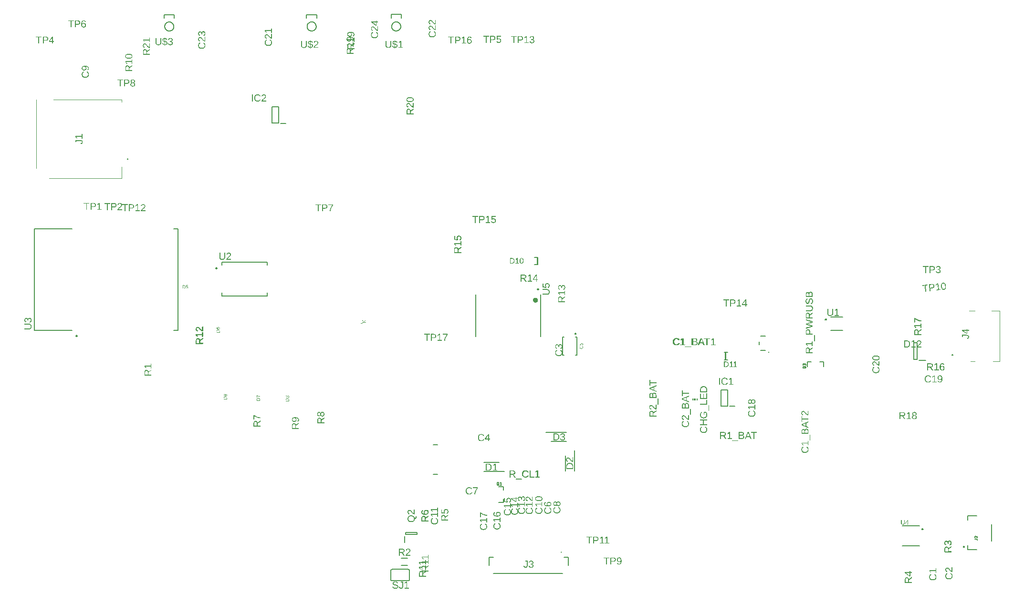
<source format=gbr>
G04 EAGLE Gerber RS-274X export*
G75*
%MOMM*%
%FSLAX34Y34*%
%LPD*%
%INSilkscreen Top*%
%IPPOS*%
%AMOC8*
5,1,8,0,0,1.08239X$1,22.5*%
G01*
G04 Define Apertures*
%ADD10C,0.127000*%
%ADD11C,0.200000*%
%ADD12R,0.150000X0.300000*%
%ADD13R,0.300000X0.300000*%
%ADD14C,0.150000*%
%ADD15C,0.250000*%
%ADD16C,0.100000*%
%ADD17C,0.203200*%
%ADD18C,0.152400*%
%ADD19C,0.254000*%
%ADD20C,0.400000*%
G36*
X1657828Y108147D02*
X1657464Y108154D01*
X1657111Y108172D01*
X1656767Y108203D01*
X1656433Y108247D01*
X1656109Y108303D01*
X1655795Y108372D01*
X1655491Y108453D01*
X1655197Y108546D01*
X1654912Y108652D01*
X1654638Y108770D01*
X1654120Y109044D01*
X1653642Y109368D01*
X1653204Y109741D01*
X1652812Y110159D01*
X1652472Y110615D01*
X1652322Y110858D01*
X1652185Y111109D01*
X1652060Y111371D01*
X1651949Y111642D01*
X1651851Y111923D01*
X1651766Y112213D01*
X1651694Y112513D01*
X1651636Y112822D01*
X1651590Y113141D01*
X1651557Y113470D01*
X1651538Y113808D01*
X1651531Y114156D01*
X1651543Y114638D01*
X1651579Y115101D01*
X1651639Y115543D01*
X1651724Y115964D01*
X1651832Y116366D01*
X1651965Y116747D01*
X1652121Y117108D01*
X1652302Y117449D01*
X1652506Y117769D01*
X1652734Y118066D01*
X1652985Y118342D01*
X1653259Y118596D01*
X1653556Y118828D01*
X1653877Y119039D01*
X1654221Y119227D01*
X1654588Y119393D01*
X1655113Y117808D01*
X1654852Y117693D01*
X1654606Y117561D01*
X1654377Y117413D01*
X1654163Y117249D01*
X1653965Y117068D01*
X1653783Y116871D01*
X1653617Y116658D01*
X1653467Y116429D01*
X1653333Y116186D01*
X1653218Y115931D01*
X1653120Y115666D01*
X1653040Y115390D01*
X1652977Y115102D01*
X1652933Y114804D01*
X1652906Y114494D01*
X1652897Y114173D01*
X1652918Y113675D01*
X1652980Y113205D01*
X1653083Y112764D01*
X1653227Y112352D01*
X1653412Y111967D01*
X1653639Y111611D01*
X1653907Y111284D01*
X1654216Y110985D01*
X1654560Y110718D01*
X1654936Y110487D01*
X1655342Y110291D01*
X1655778Y110131D01*
X1656245Y110007D01*
X1656742Y109918D01*
X1657270Y109864D01*
X1657828Y109847D01*
X1658382Y109865D01*
X1658907Y109921D01*
X1659405Y110013D01*
X1659875Y110143D01*
X1660317Y110310D01*
X1660731Y110514D01*
X1661118Y110755D01*
X1661476Y111033D01*
X1661800Y111343D01*
X1662080Y111679D01*
X1662317Y112041D01*
X1662511Y112429D01*
X1662662Y112844D01*
X1662770Y113284D01*
X1662834Y113751D01*
X1662856Y114243D01*
X1662846Y114562D01*
X1662816Y114871D01*
X1662766Y115170D01*
X1662695Y115459D01*
X1662605Y115738D01*
X1662495Y116007D01*
X1662365Y116265D01*
X1662214Y116514D01*
X1662044Y116753D01*
X1661853Y116981D01*
X1661643Y117200D01*
X1661412Y117408D01*
X1661162Y117606D01*
X1660891Y117795D01*
X1660600Y117973D01*
X1660290Y118141D01*
X1660973Y119507D01*
X1661359Y119307D01*
X1661722Y119088D01*
X1662061Y118849D01*
X1662376Y118591D01*
X1662668Y118314D01*
X1662935Y118017D01*
X1663179Y117701D01*
X1663399Y117366D01*
X1663594Y117014D01*
X1663763Y116648D01*
X1663906Y116269D01*
X1664023Y115876D01*
X1664114Y115469D01*
X1664179Y115048D01*
X1664218Y114613D01*
X1664231Y114165D01*
X1664219Y113706D01*
X1664182Y113263D01*
X1664122Y112836D01*
X1664037Y112425D01*
X1663928Y112029D01*
X1663795Y111649D01*
X1663637Y111285D01*
X1663456Y110937D01*
X1663252Y110607D01*
X1663027Y110297D01*
X1662781Y110007D01*
X1662514Y109737D01*
X1662227Y109488D01*
X1661919Y109259D01*
X1661590Y109050D01*
X1661240Y108861D01*
X1660871Y108694D01*
X1660486Y108549D01*
X1660085Y108426D01*
X1659667Y108326D01*
X1659232Y108248D01*
X1658781Y108192D01*
X1658313Y108159D01*
X1657828Y108147D01*
G37*
G36*
X1664056Y121572D02*
X1662716Y121572D01*
X1662716Y124716D01*
X1653221Y124716D01*
X1655210Y121931D01*
X1653721Y121931D01*
X1651715Y124847D01*
X1651715Y126301D01*
X1662716Y126301D01*
X1662716Y129305D01*
X1664056Y129305D01*
X1664056Y121572D01*
G37*
G36*
X958739Y248956D02*
X957969Y248973D01*
X957249Y249021D01*
X956579Y249102D01*
X955958Y249216D01*
X955387Y249362D01*
X954867Y249540D01*
X954396Y249751D01*
X953974Y249994D01*
X953603Y250273D01*
X953281Y250589D01*
X953008Y250942D01*
X952785Y251333D01*
X952612Y251762D01*
X952544Y251991D01*
X952488Y252229D01*
X952445Y252476D01*
X952414Y252733D01*
X952395Y252999D01*
X952389Y253274D01*
X952395Y253543D01*
X952414Y253802D01*
X952445Y254052D01*
X952489Y254293D01*
X952546Y254526D01*
X952614Y254749D01*
X952790Y255170D01*
X953015Y255554D01*
X953291Y255903D01*
X953616Y256216D01*
X953992Y256493D01*
X954417Y256736D01*
X954890Y256947D01*
X955411Y257126D01*
X955980Y257272D01*
X956598Y257385D01*
X957263Y257466D01*
X957977Y257515D01*
X958739Y257531D01*
X959489Y257514D01*
X960193Y257463D01*
X960852Y257378D01*
X961465Y257258D01*
X962032Y257105D01*
X962554Y256918D01*
X963030Y256696D01*
X963460Y256441D01*
X963842Y256152D01*
X964173Y255831D01*
X964453Y255477D01*
X964682Y255091D01*
X964860Y254672D01*
X964987Y254221D01*
X965032Y253983D01*
X965063Y253738D01*
X965083Y253484D01*
X965089Y253222D01*
X965083Y252960D01*
X965064Y252706D01*
X965032Y252461D01*
X964988Y252224D01*
X964861Y251775D01*
X964684Y251358D01*
X964456Y250975D01*
X964178Y250625D01*
X963848Y250309D01*
X963469Y250025D01*
X963040Y249775D01*
X962565Y249557D01*
X962044Y249374D01*
X961476Y249224D01*
X960862Y249107D01*
X960201Y249023D01*
X959493Y248973D01*
X958739Y248956D01*
G37*
%LPC*%
G36*
X958739Y250550D02*
X959374Y250561D01*
X959965Y250591D01*
X960511Y250641D01*
X961014Y250711D01*
X961473Y250802D01*
X961887Y250913D01*
X962258Y251043D01*
X962584Y251194D01*
X962869Y251367D01*
X963117Y251563D01*
X963326Y251784D01*
X963497Y252027D01*
X963630Y252295D01*
X963725Y252586D01*
X963782Y252901D01*
X963801Y253239D01*
X963782Y253576D01*
X963724Y253889D01*
X963627Y254179D01*
X963491Y254446D01*
X963316Y254689D01*
X963102Y254910D01*
X962849Y255106D01*
X962558Y255280D01*
X962226Y255432D01*
X961853Y255564D01*
X961438Y255675D01*
X960981Y255766D01*
X960483Y255837D01*
X959943Y255888D01*
X959362Y255918D01*
X958739Y255928D01*
X958094Y255919D01*
X957495Y255890D01*
X956942Y255841D01*
X956436Y255774D01*
X955975Y255687D01*
X955560Y255581D01*
X955191Y255455D01*
X954868Y255311D01*
X954586Y255144D01*
X954343Y254952D01*
X954137Y254735D01*
X953968Y254493D01*
X953837Y254226D01*
X953743Y253934D01*
X953687Y253617D01*
X953668Y253274D01*
X953686Y252924D01*
X953742Y252599D01*
X953834Y252299D01*
X953963Y252025D01*
X954130Y251777D01*
X954333Y251554D01*
X954573Y251357D01*
X954850Y251185D01*
X955170Y251037D01*
X955537Y250908D01*
X955951Y250799D01*
X956414Y250709D01*
X956924Y250640D01*
X957481Y250590D01*
X958086Y250560D01*
X958739Y250550D01*
G37*
%LPD*%
G36*
X958686Y226229D02*
X958322Y226235D01*
X957969Y226254D01*
X957625Y226285D01*
X957291Y226329D01*
X956967Y226385D01*
X956653Y226453D01*
X956349Y226534D01*
X956055Y226628D01*
X955770Y226734D01*
X955496Y226852D01*
X954978Y227126D01*
X954500Y227450D01*
X954062Y227823D01*
X953670Y228241D01*
X953330Y228697D01*
X953180Y228939D01*
X953043Y229191D01*
X952918Y229453D01*
X952807Y229724D01*
X952709Y230004D01*
X952624Y230295D01*
X952552Y230595D01*
X952494Y230904D01*
X952448Y231223D01*
X952415Y231552D01*
X952396Y231890D01*
X952389Y232238D01*
X952401Y232720D01*
X952437Y233182D01*
X952497Y233624D01*
X952582Y234046D01*
X952690Y234448D01*
X952823Y234829D01*
X952979Y235190D01*
X953160Y235531D01*
X953364Y235850D01*
X953592Y236148D01*
X953843Y236424D01*
X954117Y236678D01*
X954414Y236910D01*
X954735Y237120D01*
X955079Y237309D01*
X955446Y237475D01*
X955971Y235890D01*
X955710Y235774D01*
X955464Y235643D01*
X955235Y235495D01*
X955021Y235330D01*
X954823Y235150D01*
X954641Y234953D01*
X954475Y234740D01*
X954325Y234510D01*
X954191Y234267D01*
X954076Y234013D01*
X953978Y233748D01*
X953898Y233471D01*
X953835Y233184D01*
X953791Y232885D01*
X953764Y232576D01*
X953755Y232255D01*
X953776Y231757D01*
X953838Y231287D01*
X953941Y230846D01*
X954085Y230433D01*
X954270Y230049D01*
X954497Y229693D01*
X954765Y229366D01*
X955074Y229067D01*
X955418Y228800D01*
X955794Y228569D01*
X956200Y228373D01*
X956636Y228213D01*
X957103Y228088D01*
X957600Y227999D01*
X958128Y227946D01*
X958686Y227928D01*
X959240Y227947D01*
X959765Y228002D01*
X960263Y228095D01*
X960733Y228225D01*
X961175Y228392D01*
X961589Y228596D01*
X961976Y228837D01*
X962334Y229115D01*
X962658Y229425D01*
X962938Y229761D01*
X963175Y230123D01*
X963369Y230511D01*
X963520Y230925D01*
X963628Y231366D01*
X963692Y231832D01*
X963714Y232325D01*
X963704Y232644D01*
X963674Y232953D01*
X963624Y233252D01*
X963553Y233541D01*
X963463Y233820D01*
X963353Y234088D01*
X963223Y234347D01*
X963072Y234596D01*
X962902Y234834D01*
X962711Y235063D01*
X962501Y235281D01*
X962270Y235490D01*
X962020Y235688D01*
X961749Y235876D01*
X961458Y236054D01*
X961148Y236223D01*
X961831Y237589D01*
X962217Y237389D01*
X962580Y237169D01*
X962919Y236931D01*
X963234Y236673D01*
X963526Y236395D01*
X963793Y236099D01*
X964037Y235783D01*
X964257Y235448D01*
X964452Y235096D01*
X964621Y234730D01*
X964764Y234351D01*
X964881Y233957D01*
X964972Y233550D01*
X965037Y233130D01*
X965076Y232695D01*
X965089Y232246D01*
X965077Y231788D01*
X965040Y231345D01*
X964980Y230918D01*
X964895Y230507D01*
X964786Y230111D01*
X964653Y229731D01*
X964495Y229367D01*
X964314Y229019D01*
X964110Y228688D01*
X963885Y228378D01*
X963639Y228088D01*
X963372Y227819D01*
X963085Y227569D01*
X962777Y227340D01*
X962448Y227132D01*
X962098Y226943D01*
X961729Y226776D01*
X961344Y226631D01*
X960943Y226508D01*
X960525Y226408D01*
X960090Y226330D01*
X959639Y226274D01*
X959171Y226240D01*
X958686Y226229D01*
G37*
G36*
X964914Y239653D02*
X963574Y239653D01*
X963574Y242798D01*
X954079Y242798D01*
X956068Y240012D01*
X954579Y240012D01*
X952573Y242929D01*
X952573Y244383D01*
X963574Y244383D01*
X963574Y247387D01*
X964914Y247387D01*
X964914Y239653D01*
G37*
G36*
X773560Y207685D02*
X773196Y207691D01*
X772842Y207710D01*
X772498Y207741D01*
X772164Y207784D01*
X771840Y207840D01*
X771526Y207909D01*
X771222Y207990D01*
X770928Y208083D01*
X770644Y208189D01*
X770370Y208307D01*
X769852Y208581D01*
X769374Y208905D01*
X768936Y209279D01*
X768544Y209696D01*
X768204Y210152D01*
X768054Y210395D01*
X767916Y210647D01*
X767792Y210908D01*
X767681Y211179D01*
X767583Y211460D01*
X767498Y211750D01*
X767426Y212050D01*
X767367Y212360D01*
X767322Y212679D01*
X767289Y213007D01*
X767269Y213345D01*
X767263Y213693D01*
X767275Y214176D01*
X767311Y214638D01*
X767371Y215080D01*
X767456Y215502D01*
X767564Y215903D01*
X767696Y216285D01*
X767853Y216646D01*
X768034Y216986D01*
X768238Y217306D01*
X768466Y217604D01*
X768716Y217880D01*
X768990Y218134D01*
X769288Y218366D01*
X769608Y218576D01*
X769952Y218764D01*
X770320Y218931D01*
X770845Y217345D01*
X770584Y217230D01*
X770338Y217098D01*
X770109Y216950D01*
X769895Y216786D01*
X769697Y216605D01*
X769515Y216409D01*
X769349Y216195D01*
X769198Y215966D01*
X769065Y215723D01*
X768949Y215469D01*
X768852Y215203D01*
X768772Y214927D01*
X768709Y214640D01*
X768665Y214341D01*
X768638Y214031D01*
X768629Y213711D01*
X768650Y213213D01*
X768712Y212743D01*
X768815Y212302D01*
X768959Y211889D01*
X769144Y211505D01*
X769371Y211149D01*
X769638Y210821D01*
X769947Y210523D01*
X770292Y210256D01*
X770667Y210024D01*
X771073Y209829D01*
X771510Y209669D01*
X771977Y209544D01*
X772474Y209455D01*
X773002Y209402D01*
X773560Y209384D01*
X774113Y209402D01*
X774639Y209458D01*
X775137Y209551D01*
X775606Y209681D01*
X776049Y209848D01*
X776463Y210051D01*
X776849Y210293D01*
X777208Y210571D01*
X777531Y210880D01*
X777812Y211216D01*
X778049Y211578D01*
X778243Y211967D01*
X778394Y212381D01*
X778501Y212821D01*
X778566Y213288D01*
X778588Y213781D01*
X778578Y214100D01*
X778548Y214409D01*
X778497Y214708D01*
X778427Y214997D01*
X778337Y215275D01*
X778227Y215544D01*
X778096Y215803D01*
X777946Y216051D01*
X777776Y216290D01*
X777585Y216518D01*
X777375Y216737D01*
X777144Y216945D01*
X776894Y217144D01*
X776623Y217332D01*
X776332Y217510D01*
X776021Y217678D01*
X776705Y219045D01*
X777091Y218844D01*
X777454Y218625D01*
X777793Y218386D01*
X778108Y218128D01*
X778399Y217851D01*
X778667Y217554D01*
X778911Y217238D01*
X779131Y216903D01*
X779326Y216551D01*
X779495Y216186D01*
X779638Y215806D01*
X779755Y215413D01*
X779846Y215006D01*
X779911Y214585D01*
X779950Y214150D01*
X779963Y213702D01*
X779951Y213243D01*
X779914Y212801D01*
X779854Y212374D01*
X779769Y211962D01*
X779660Y211567D01*
X779527Y211187D01*
X779369Y210823D01*
X779188Y210474D01*
X778983Y210144D01*
X778758Y209834D01*
X778513Y209544D01*
X778246Y209274D01*
X777959Y209025D01*
X777650Y208796D01*
X777321Y208587D01*
X776972Y208399D01*
X776603Y208231D01*
X776218Y208086D01*
X775817Y207964D01*
X775398Y207863D01*
X774964Y207785D01*
X774512Y207729D01*
X774045Y207696D01*
X773560Y207685D01*
G37*
G36*
X779788Y221109D02*
X778448Y221109D01*
X778448Y224253D01*
X768953Y224253D01*
X770941Y221468D01*
X769452Y221468D01*
X767447Y224385D01*
X767447Y225839D01*
X778448Y225839D01*
X778448Y228843D01*
X779788Y228843D01*
X779788Y221109D01*
G37*
G36*
X779788Y229734D02*
X778448Y229734D01*
X778448Y232878D01*
X768953Y232878D01*
X770941Y230093D01*
X769452Y230093D01*
X767447Y233010D01*
X767447Y234464D01*
X778448Y234464D01*
X778448Y237468D01*
X779788Y237468D01*
X779788Y229734D01*
G37*
G36*
X941790Y225868D02*
X941426Y225874D01*
X941072Y225893D01*
X940728Y225924D01*
X940394Y225967D01*
X940070Y226023D01*
X939756Y226092D01*
X939452Y226173D01*
X939158Y226266D01*
X938874Y226372D01*
X938599Y226490D01*
X938081Y226764D01*
X937603Y227088D01*
X937165Y227462D01*
X936773Y227880D01*
X936433Y228336D01*
X936283Y228578D01*
X936146Y228830D01*
X936021Y229091D01*
X935910Y229362D01*
X935812Y229643D01*
X935727Y229933D01*
X935655Y230233D01*
X935597Y230543D01*
X935551Y230862D01*
X935518Y231190D01*
X935499Y231528D01*
X935492Y231876D01*
X935504Y232359D01*
X935540Y232821D01*
X935601Y233263D01*
X935685Y233685D01*
X935793Y234086D01*
X935926Y234468D01*
X936082Y234829D01*
X936263Y235169D01*
X936467Y235489D01*
X936695Y235787D01*
X936946Y236063D01*
X937220Y236317D01*
X937517Y236549D01*
X937838Y236759D01*
X938182Y236947D01*
X938549Y237114D01*
X939074Y235528D01*
X938813Y235413D01*
X938567Y235281D01*
X938338Y235133D01*
X938124Y234969D01*
X937926Y234788D01*
X937744Y234592D01*
X937578Y234378D01*
X937428Y234149D01*
X937294Y233906D01*
X937179Y233652D01*
X937081Y233386D01*
X937001Y233110D01*
X936939Y232823D01*
X936894Y232524D01*
X936867Y232214D01*
X936858Y231894D01*
X936879Y231396D01*
X936941Y230926D01*
X937044Y230485D01*
X937188Y230072D01*
X937373Y229688D01*
X937600Y229332D01*
X937868Y229004D01*
X938177Y228706D01*
X938521Y228439D01*
X938897Y228207D01*
X939303Y228012D01*
X939739Y227852D01*
X940206Y227727D01*
X940703Y227638D01*
X941231Y227585D01*
X941790Y227567D01*
X942343Y227585D01*
X942868Y227641D01*
X943366Y227734D01*
X943836Y227864D01*
X944278Y228031D01*
X944692Y228235D01*
X945079Y228476D01*
X945437Y228754D01*
X945761Y229064D01*
X946041Y229399D01*
X946278Y229761D01*
X946472Y230150D01*
X946623Y230564D01*
X946731Y231004D01*
X946795Y231471D01*
X946817Y231964D01*
X946807Y232283D01*
X946777Y232592D01*
X946727Y232891D01*
X946657Y233180D01*
X946566Y233458D01*
X946456Y233727D01*
X946326Y233986D01*
X946175Y234234D01*
X946005Y234473D01*
X945814Y234701D01*
X945604Y234920D01*
X945373Y235128D01*
X945123Y235327D01*
X944852Y235515D01*
X944561Y235693D01*
X944251Y235861D01*
X944934Y237228D01*
X945320Y237027D01*
X945683Y236808D01*
X946022Y236569D01*
X946337Y236311D01*
X946629Y236034D01*
X946896Y235737D01*
X947140Y235421D01*
X947360Y235086D01*
X947555Y234734D01*
X947724Y234369D01*
X947867Y233989D01*
X947984Y233596D01*
X948075Y233189D01*
X948140Y232768D01*
X948179Y232333D01*
X948192Y231885D01*
X948180Y231426D01*
X948144Y230984D01*
X948083Y230557D01*
X947998Y230145D01*
X947889Y229750D01*
X947756Y229370D01*
X947599Y229006D01*
X947417Y228657D01*
X947213Y228327D01*
X946988Y228017D01*
X946742Y227727D01*
X946475Y227457D01*
X946188Y227208D01*
X945880Y226979D01*
X945551Y226770D01*
X945201Y226582D01*
X944832Y226414D01*
X944447Y226269D01*
X944046Y226147D01*
X943628Y226046D01*
X943193Y225968D01*
X942742Y225912D01*
X942274Y225879D01*
X941790Y225868D01*
G37*
G36*
X948017Y248797D02*
X946905Y248797D01*
X946407Y249032D01*
X945940Y249292D01*
X945503Y249577D01*
X945096Y249887D01*
X944713Y250213D01*
X944349Y250547D01*
X944004Y250890D01*
X943677Y251240D01*
X943065Y251946D01*
X942499Y252646D01*
X941956Y253308D01*
X941413Y253903D01*
X941138Y254170D01*
X940857Y254410D01*
X940569Y254623D01*
X940274Y254809D01*
X939967Y254961D01*
X939639Y255069D01*
X939292Y255134D01*
X938925Y255155D01*
X938679Y255146D01*
X938446Y255118D01*
X938228Y255071D01*
X938023Y255006D01*
X937833Y254923D01*
X937658Y254820D01*
X937496Y254699D01*
X937349Y254560D01*
X937218Y254404D01*
X937104Y254233D01*
X937007Y254048D01*
X936929Y253848D01*
X936867Y253634D01*
X936823Y253405D01*
X936797Y253162D01*
X936788Y252904D01*
X936797Y252658D01*
X936823Y252423D01*
X936865Y252199D01*
X936925Y251986D01*
X937002Y251784D01*
X937096Y251593D01*
X937207Y251413D01*
X937336Y251245D01*
X937480Y251090D01*
X937637Y250952D01*
X937809Y250831D01*
X937994Y250727D01*
X938193Y250639D01*
X938406Y250569D01*
X938632Y250515D01*
X938873Y250478D01*
X938724Y248867D01*
X938363Y248925D01*
X938022Y249011D01*
X937699Y249125D01*
X937395Y249268D01*
X937110Y249440D01*
X936844Y249639D01*
X936596Y249867D01*
X936368Y250123D01*
X936163Y250404D01*
X935985Y250703D01*
X935834Y251022D01*
X935711Y251360D01*
X935615Y251717D01*
X935547Y252093D01*
X935506Y252489D01*
X935492Y252904D01*
X935506Y253357D01*
X935547Y253783D01*
X935616Y254182D01*
X935712Y254554D01*
X935836Y254899D01*
X935987Y255217D01*
X936166Y255509D01*
X936372Y255773D01*
X936604Y256008D01*
X936859Y256211D01*
X937137Y256384D01*
X937438Y256525D01*
X937762Y256635D01*
X938109Y256713D01*
X938479Y256760D01*
X938873Y256776D01*
X939231Y256755D01*
X939589Y256693D01*
X939945Y256591D01*
X940301Y256447D01*
X940655Y256263D01*
X941010Y256039D01*
X941365Y255775D01*
X941719Y255471D01*
X942123Y255073D01*
X942624Y254527D01*
X943222Y253833D01*
X943918Y252992D01*
X944319Y252514D01*
X944701Y252088D01*
X945062Y251713D01*
X945402Y251389D01*
X945730Y251112D01*
X946052Y250877D01*
X946367Y250683D01*
X946677Y250531D01*
X946677Y256968D01*
X948017Y256968D01*
X948017Y248797D01*
G37*
G36*
X948017Y239292D02*
X946677Y239292D01*
X946677Y242436D01*
X937183Y242436D01*
X939171Y239651D01*
X937682Y239651D01*
X935676Y242568D01*
X935676Y244022D01*
X946677Y244022D01*
X946677Y247026D01*
X948017Y247026D01*
X948017Y239292D01*
G37*
G36*
X928086Y226087D02*
X927722Y226094D01*
X927368Y226112D01*
X927024Y226143D01*
X926690Y226187D01*
X926366Y226243D01*
X926052Y226312D01*
X925748Y226392D01*
X925454Y226486D01*
X925170Y226592D01*
X924896Y226710D01*
X924377Y226984D01*
X923899Y227308D01*
X923461Y227681D01*
X923069Y228099D01*
X922729Y228555D01*
X922579Y228797D01*
X922442Y229049D01*
X922318Y229311D01*
X922206Y229582D01*
X922108Y229863D01*
X922023Y230153D01*
X921952Y230453D01*
X921893Y230762D01*
X921847Y231081D01*
X921814Y231410D01*
X921795Y231748D01*
X921788Y232096D01*
X921800Y232578D01*
X921836Y233041D01*
X921897Y233483D01*
X921981Y233904D01*
X922089Y234306D01*
X922222Y234687D01*
X922378Y235048D01*
X922559Y235389D01*
X922763Y235709D01*
X922991Y236006D01*
X923242Y236282D01*
X923516Y236536D01*
X923813Y236768D01*
X924134Y236979D01*
X924478Y237167D01*
X924845Y237333D01*
X925370Y235748D01*
X925109Y235633D01*
X924864Y235501D01*
X924634Y235353D01*
X924420Y235189D01*
X924222Y235008D01*
X924040Y234811D01*
X923874Y234598D01*
X923724Y234369D01*
X923590Y234125D01*
X923475Y233871D01*
X923377Y233606D01*
X923297Y233330D01*
X923235Y233042D01*
X923190Y232744D01*
X923163Y232434D01*
X923155Y232113D01*
X923175Y231615D01*
X923237Y231145D01*
X923340Y230704D01*
X923484Y230291D01*
X923669Y229907D01*
X923896Y229551D01*
X924164Y229224D01*
X924473Y228925D01*
X924818Y228658D01*
X925193Y228427D01*
X925599Y228231D01*
X926035Y228071D01*
X926502Y227947D01*
X926999Y227858D01*
X927527Y227804D01*
X928086Y227787D01*
X928639Y227805D01*
X929164Y227861D01*
X929662Y227953D01*
X930132Y228083D01*
X930574Y228250D01*
X930988Y228454D01*
X931375Y228695D01*
X931734Y228973D01*
X932057Y229283D01*
X932337Y229619D01*
X932574Y229981D01*
X932768Y230369D01*
X932919Y230784D01*
X933027Y231224D01*
X933091Y231691D01*
X933113Y232183D01*
X933103Y232502D01*
X933073Y232811D01*
X933023Y233110D01*
X932953Y233399D01*
X932862Y233678D01*
X932752Y233947D01*
X932622Y234205D01*
X932471Y234454D01*
X932301Y234693D01*
X932111Y234921D01*
X931900Y235139D01*
X931670Y235348D01*
X931419Y235546D01*
X931148Y235734D01*
X930858Y235913D01*
X930547Y236081D01*
X931230Y237447D01*
X931617Y237247D01*
X931979Y237028D01*
X932318Y236789D01*
X932634Y236531D01*
X932925Y236253D01*
X933192Y235957D01*
X933436Y235641D01*
X933656Y235306D01*
X933851Y234954D01*
X934020Y234588D01*
X934163Y234209D01*
X934280Y233816D01*
X934371Y233409D01*
X934436Y232988D01*
X934475Y232553D01*
X934488Y232104D01*
X934476Y231646D01*
X934440Y231203D01*
X934379Y230776D01*
X934294Y230365D01*
X934185Y229969D01*
X934052Y229589D01*
X933895Y229225D01*
X933713Y228877D01*
X933509Y228547D01*
X933284Y228236D01*
X933038Y227947D01*
X932771Y227677D01*
X932484Y227428D01*
X932176Y227199D01*
X931847Y226990D01*
X931497Y226801D01*
X931129Y226634D01*
X930744Y226489D01*
X930342Y226366D01*
X929924Y226266D01*
X929489Y226188D01*
X929038Y226132D01*
X928570Y226099D01*
X928086Y226087D01*
G37*
G36*
X931142Y248797D02*
X930993Y250426D01*
X931259Y250474D01*
X931507Y250537D01*
X931738Y250617D01*
X931951Y250713D01*
X932148Y250824D01*
X932328Y250952D01*
X932490Y251096D01*
X932636Y251256D01*
X932764Y251432D01*
X932875Y251624D01*
X932969Y251833D01*
X933046Y252057D01*
X933106Y252297D01*
X933149Y252554D01*
X933175Y252826D01*
X933183Y253115D01*
X933174Y253405D01*
X933146Y253679D01*
X933101Y253936D01*
X933036Y254178D01*
X932954Y254404D01*
X932853Y254614D01*
X932734Y254807D01*
X932596Y254985D01*
X932441Y255144D01*
X932267Y255282D01*
X932076Y255399D01*
X931867Y255494D01*
X931640Y255568D01*
X931396Y255621D01*
X931133Y255653D01*
X930853Y255664D01*
X930608Y255652D01*
X930377Y255615D01*
X930160Y255555D01*
X929957Y255470D01*
X929767Y255361D01*
X929591Y255228D01*
X929429Y255070D01*
X929281Y254889D01*
X929149Y254684D01*
X929034Y254458D01*
X928937Y254211D01*
X928857Y253942D01*
X928796Y253651D01*
X928752Y253339D01*
X928725Y253006D01*
X928716Y252651D01*
X928716Y251758D01*
X927350Y251758D01*
X927350Y252616D01*
X927341Y252931D01*
X927315Y253228D01*
X927270Y253506D01*
X927209Y253767D01*
X927129Y254009D01*
X927032Y254233D01*
X926917Y254438D01*
X926785Y254626D01*
X926637Y254793D01*
X926475Y254938D01*
X926300Y255061D01*
X926112Y255161D01*
X925909Y255239D01*
X925694Y255295D01*
X925464Y255329D01*
X925222Y255340D01*
X924981Y255331D01*
X924753Y255303D01*
X924538Y255258D01*
X924336Y255194D01*
X924147Y255112D01*
X923971Y255012D01*
X923808Y254894D01*
X923658Y254757D01*
X923524Y254603D01*
X923407Y254431D01*
X923309Y254241D01*
X923228Y254034D01*
X923165Y253809D01*
X923120Y253566D01*
X923093Y253306D01*
X923085Y253028D01*
X923093Y252773D01*
X923118Y252531D01*
X923160Y252302D01*
X923218Y252085D01*
X923293Y251880D01*
X923385Y251688D01*
X923494Y251509D01*
X923619Y251341D01*
X923759Y251189D01*
X923913Y251053D01*
X924081Y250934D01*
X924263Y250832D01*
X924458Y250747D01*
X924667Y250679D01*
X924889Y250627D01*
X925125Y250593D01*
X925003Y249007D01*
X924634Y249065D01*
X924287Y249152D01*
X923960Y249266D01*
X923654Y249409D01*
X923369Y249580D01*
X923104Y249780D01*
X922861Y250008D01*
X922638Y250264D01*
X922439Y250544D01*
X922266Y250844D01*
X922120Y251162D01*
X922001Y251500D01*
X921908Y251857D01*
X921841Y252234D01*
X921802Y252630D01*
X921788Y253045D01*
X921802Y253496D01*
X921842Y253922D01*
X921910Y254321D01*
X922004Y254695D01*
X922125Y255043D01*
X922274Y255365D01*
X922449Y255661D01*
X922651Y255931D01*
X922877Y256172D01*
X923125Y256381D01*
X923393Y256558D01*
X923683Y256703D01*
X923995Y256815D01*
X924327Y256896D01*
X924680Y256944D01*
X925055Y256960D01*
X925344Y256950D01*
X925619Y256919D01*
X925880Y256867D01*
X926127Y256795D01*
X926360Y256702D01*
X926580Y256588D01*
X926786Y256454D01*
X926978Y256299D01*
X927155Y256124D01*
X927318Y255931D01*
X927466Y255719D01*
X927598Y255488D01*
X927716Y255238D01*
X927819Y254969D01*
X927907Y254682D01*
X927981Y254376D01*
X928016Y254376D01*
X928063Y254713D01*
X928129Y255030D01*
X928216Y255328D01*
X928322Y255607D01*
X928448Y255867D01*
X928594Y256107D01*
X928759Y256329D01*
X928944Y256531D01*
X929145Y256712D01*
X929359Y256868D01*
X929585Y257001D01*
X929824Y257109D01*
X930076Y257193D01*
X930340Y257254D01*
X930617Y257290D01*
X930906Y257302D01*
X931321Y257285D01*
X931712Y257234D01*
X932078Y257149D01*
X932421Y257030D01*
X932740Y256877D01*
X933034Y256691D01*
X933305Y256470D01*
X933551Y256216D01*
X933771Y255930D01*
X933961Y255615D01*
X934122Y255271D01*
X934254Y254897D01*
X934356Y254495D01*
X934430Y254064D01*
X934473Y253604D01*
X934488Y253115D01*
X934475Y252658D01*
X934435Y252225D01*
X934369Y251816D01*
X934277Y251430D01*
X934158Y251068D01*
X934013Y250730D01*
X933841Y250415D01*
X933643Y250124D01*
X933419Y249859D01*
X933170Y249622D01*
X932895Y249414D01*
X932595Y249234D01*
X932270Y249082D01*
X931919Y248959D01*
X931544Y248864D01*
X931142Y248797D01*
G37*
G36*
X934313Y239512D02*
X932973Y239512D01*
X932973Y242656D01*
X923479Y242656D01*
X925467Y239871D01*
X923978Y239871D01*
X921972Y242787D01*
X921972Y244241D01*
X932973Y244241D01*
X932973Y247245D01*
X934313Y247245D01*
X934313Y239512D01*
G37*
G36*
X919167Y247174D02*
X917941Y247174D01*
X909620Y252824D01*
X909620Y254479D01*
X917923Y254479D01*
X917923Y256213D01*
X919167Y256213D01*
X919167Y254479D01*
X921961Y254479D01*
X921961Y252990D01*
X919167Y252990D01*
X919167Y247174D01*
G37*
%LPC*%
G36*
X917923Y248628D02*
X917923Y252990D01*
X911398Y252990D01*
X911862Y252745D01*
X912440Y252403D01*
X917100Y249241D01*
X917748Y248768D01*
X917923Y248628D01*
G37*
%LPD*%
G36*
X915734Y224736D02*
X915370Y224742D01*
X915016Y224761D01*
X914672Y224792D01*
X914338Y224836D01*
X914014Y224892D01*
X913700Y224960D01*
X913396Y225041D01*
X913102Y225135D01*
X912818Y225241D01*
X912544Y225359D01*
X912026Y225633D01*
X911547Y225957D01*
X911109Y226330D01*
X910717Y226748D01*
X910377Y227204D01*
X910227Y227446D01*
X910090Y227698D01*
X909966Y227960D01*
X909855Y228231D01*
X909757Y228512D01*
X909672Y228802D01*
X909600Y229102D01*
X909541Y229411D01*
X909495Y229730D01*
X909462Y230059D01*
X909443Y230397D01*
X909436Y230745D01*
X909448Y231227D01*
X909484Y231689D01*
X909545Y232131D01*
X909629Y232553D01*
X909737Y232955D01*
X909870Y233336D01*
X910026Y233697D01*
X910207Y234038D01*
X910411Y234357D01*
X910639Y234655D01*
X910890Y234931D01*
X911164Y235185D01*
X911461Y235417D01*
X911782Y235627D01*
X912126Y235816D01*
X912493Y235982D01*
X913019Y234397D01*
X912757Y234281D01*
X912512Y234150D01*
X912282Y234002D01*
X912068Y233837D01*
X911870Y233657D01*
X911688Y233460D01*
X911522Y233247D01*
X911372Y233017D01*
X911239Y232774D01*
X911123Y232520D01*
X911025Y232255D01*
X910945Y231978D01*
X910883Y231691D01*
X910838Y231392D01*
X910812Y231083D01*
X910803Y230762D01*
X910823Y230264D01*
X910885Y229794D01*
X910988Y229353D01*
X911132Y228940D01*
X911318Y228556D01*
X911544Y228200D01*
X911812Y227873D01*
X912121Y227574D01*
X912466Y227307D01*
X912841Y227076D01*
X913247Y226880D01*
X913683Y226720D01*
X914150Y226595D01*
X914647Y226506D01*
X915175Y226453D01*
X915734Y226435D01*
X916287Y226454D01*
X916812Y226510D01*
X917310Y226602D01*
X917780Y226732D01*
X918222Y226899D01*
X918636Y227103D01*
X919023Y227344D01*
X919382Y227622D01*
X919705Y227932D01*
X919985Y228268D01*
X920222Y228630D01*
X920416Y229018D01*
X920567Y229432D01*
X920675Y229873D01*
X920740Y230339D01*
X920761Y230832D01*
X920751Y231151D01*
X920721Y231460D01*
X920671Y231759D01*
X920601Y232048D01*
X920510Y232327D01*
X920400Y232595D01*
X920270Y232854D01*
X920120Y233103D01*
X919949Y233341D01*
X919759Y233570D01*
X919548Y233788D01*
X919318Y233997D01*
X919067Y234195D01*
X918796Y234383D01*
X918506Y234562D01*
X918195Y234730D01*
X918878Y236096D01*
X919265Y235896D01*
X919627Y235676D01*
X919966Y235438D01*
X920282Y235180D01*
X920573Y234902D01*
X920840Y234606D01*
X921084Y234290D01*
X921304Y233955D01*
X921499Y233603D01*
X921668Y233237D01*
X921811Y232858D01*
X921928Y232464D01*
X922019Y232057D01*
X922084Y231637D01*
X922123Y231202D01*
X922136Y230753D01*
X922124Y230295D01*
X922088Y229852D01*
X922027Y229425D01*
X921942Y229014D01*
X921833Y228618D01*
X921700Y228238D01*
X921543Y227874D01*
X921361Y227526D01*
X921157Y227195D01*
X920932Y226885D01*
X920686Y226595D01*
X920420Y226326D01*
X920132Y226077D01*
X919824Y225847D01*
X919495Y225639D01*
X919145Y225450D01*
X918777Y225283D01*
X918392Y225138D01*
X917990Y225015D01*
X917572Y224915D01*
X917137Y224837D01*
X916686Y224781D01*
X916218Y224747D01*
X915734Y224736D01*
G37*
G36*
X921961Y238160D02*
X920621Y238160D01*
X920621Y241305D01*
X911127Y241305D01*
X913115Y238519D01*
X911626Y238519D01*
X909620Y241436D01*
X909620Y242890D01*
X920621Y242890D01*
X920621Y245894D01*
X921961Y245894D01*
X921961Y238160D01*
G37*
G36*
X903065Y223495D02*
X902701Y223501D01*
X902347Y223520D01*
X902003Y223551D01*
X901670Y223595D01*
X901346Y223651D01*
X901031Y223719D01*
X900727Y223800D01*
X900433Y223894D01*
X900149Y224000D01*
X899875Y224118D01*
X899357Y224392D01*
X898879Y224716D01*
X898441Y225089D01*
X898049Y225507D01*
X897709Y225963D01*
X897559Y226205D01*
X897421Y226457D01*
X897297Y226719D01*
X897186Y226990D01*
X897088Y227271D01*
X897003Y227561D01*
X896931Y227861D01*
X896873Y228170D01*
X896827Y228489D01*
X896794Y228818D01*
X896775Y229156D01*
X896768Y229504D01*
X896780Y229986D01*
X896816Y230448D01*
X896876Y230890D01*
X896961Y231312D01*
X897069Y231714D01*
X897202Y232095D01*
X897358Y232456D01*
X897539Y232797D01*
X897743Y233116D01*
X897971Y233414D01*
X898222Y233690D01*
X898496Y233944D01*
X898793Y234176D01*
X899114Y234386D01*
X899458Y234575D01*
X899825Y234741D01*
X900350Y233156D01*
X900089Y233040D01*
X899843Y232909D01*
X899614Y232761D01*
X899400Y232596D01*
X899202Y232416D01*
X899020Y232219D01*
X898854Y232006D01*
X898704Y231776D01*
X898570Y231533D01*
X898455Y231279D01*
X898357Y231014D01*
X898277Y230737D01*
X898214Y230450D01*
X898170Y230151D01*
X898143Y229842D01*
X898134Y229521D01*
X898155Y229023D01*
X898217Y228553D01*
X898320Y228112D01*
X898464Y227699D01*
X898649Y227315D01*
X898876Y226959D01*
X899144Y226632D01*
X899452Y226333D01*
X899797Y226066D01*
X900173Y225835D01*
X900578Y225639D01*
X901015Y225479D01*
X901482Y225354D01*
X901979Y225265D01*
X902507Y225212D01*
X903065Y225194D01*
X903619Y225213D01*
X904144Y225269D01*
X904642Y225361D01*
X905112Y225491D01*
X905554Y225658D01*
X905968Y225862D01*
X906355Y226103D01*
X906713Y226381D01*
X907037Y226691D01*
X907317Y227027D01*
X907554Y227389D01*
X907748Y227777D01*
X907899Y228191D01*
X908007Y228632D01*
X908071Y229098D01*
X908093Y229591D01*
X908083Y229910D01*
X908053Y230219D01*
X908003Y230518D01*
X907932Y230807D01*
X907842Y231086D01*
X907732Y231354D01*
X907602Y231613D01*
X907451Y231862D01*
X907281Y232100D01*
X907090Y232329D01*
X906880Y232547D01*
X906649Y232756D01*
X906399Y232954D01*
X906128Y233142D01*
X905837Y233321D01*
X905527Y233489D01*
X906210Y234855D01*
X906596Y234655D01*
X906959Y234435D01*
X907298Y234197D01*
X907613Y233939D01*
X907905Y233661D01*
X908172Y233365D01*
X908416Y233049D01*
X908636Y232714D01*
X908831Y232362D01*
X909000Y231996D01*
X909143Y231617D01*
X909260Y231223D01*
X909351Y230816D01*
X909416Y230396D01*
X909455Y229961D01*
X909468Y229512D01*
X909456Y229054D01*
X909419Y228611D01*
X909359Y228184D01*
X909274Y227773D01*
X909165Y227377D01*
X909032Y226997D01*
X908874Y226633D01*
X908693Y226285D01*
X908489Y225954D01*
X908264Y225644D01*
X908018Y225354D01*
X907751Y225085D01*
X907464Y224836D01*
X907156Y224606D01*
X906827Y224398D01*
X906477Y224209D01*
X906108Y224042D01*
X905723Y223897D01*
X905322Y223774D01*
X904904Y223674D01*
X904469Y223596D01*
X904018Y223540D01*
X903550Y223506D01*
X903065Y223495D01*
G37*
G36*
X906534Y246240D02*
X906350Y247834D01*
X906572Y247903D01*
X906779Y247983D01*
X906972Y248076D01*
X907151Y248182D01*
X907315Y248299D01*
X907465Y248429D01*
X907601Y248571D01*
X907723Y248725D01*
X907830Y248892D01*
X907923Y249070D01*
X908002Y249262D01*
X908066Y249465D01*
X908116Y249680D01*
X908152Y249908D01*
X908173Y250148D01*
X908180Y250400D01*
X908168Y250709D01*
X908132Y251001D01*
X908073Y251275D01*
X907989Y251532D01*
X907881Y251772D01*
X907749Y251995D01*
X907594Y252200D01*
X907414Y252388D01*
X907213Y252557D01*
X906995Y252703D01*
X906759Y252826D01*
X906504Y252927D01*
X906232Y253006D01*
X905942Y253062D01*
X905634Y253095D01*
X905308Y253107D01*
X905023Y253095D01*
X904753Y253062D01*
X904497Y253005D01*
X904254Y252926D01*
X904026Y252824D01*
X903812Y252700D01*
X903611Y252553D01*
X903424Y252384D01*
X903256Y252196D01*
X903110Y251991D01*
X902987Y251771D01*
X902886Y251536D01*
X902807Y251284D01*
X902751Y251017D01*
X902718Y250734D01*
X902706Y250435D01*
X902719Y250121D01*
X902757Y249818D01*
X902820Y249526D01*
X902908Y249244D01*
X903026Y248968D01*
X903179Y248692D01*
X903368Y248416D01*
X903591Y248141D01*
X903591Y246599D01*
X896952Y247011D01*
X896952Y254026D01*
X898292Y254026D01*
X898292Y248447D01*
X902207Y248211D01*
X902022Y248475D01*
X901862Y248754D01*
X901727Y249049D01*
X901616Y249360D01*
X901530Y249687D01*
X901468Y250029D01*
X901431Y250386D01*
X901419Y250759D01*
X901435Y251203D01*
X901486Y251624D01*
X901569Y252022D01*
X901686Y252396D01*
X901836Y252748D01*
X902020Y253076D01*
X902237Y253381D01*
X902487Y253663D01*
X902765Y253916D01*
X903062Y254136D01*
X903380Y254322D01*
X903718Y254474D01*
X904076Y254592D01*
X904455Y254677D01*
X904854Y254728D01*
X905273Y254745D01*
X905748Y254726D01*
X906197Y254672D01*
X906620Y254581D01*
X907018Y254454D01*
X907389Y254291D01*
X907734Y254092D01*
X908054Y253856D01*
X908347Y253584D01*
X908610Y253280D01*
X908837Y252948D01*
X909030Y252587D01*
X909188Y252199D01*
X909310Y251783D01*
X909398Y251338D01*
X909450Y250866D01*
X909468Y250365D01*
X909456Y249944D01*
X909421Y249544D01*
X909362Y249165D01*
X909280Y248806D01*
X909174Y248468D01*
X909044Y248152D01*
X908891Y247855D01*
X908715Y247580D01*
X908516Y247327D01*
X908296Y247099D01*
X908055Y246895D01*
X907793Y246715D01*
X907510Y246560D01*
X907205Y246429D01*
X906880Y246322D01*
X906534Y246240D01*
G37*
G36*
X909293Y236919D02*
X907953Y236919D01*
X907953Y240064D01*
X898458Y240064D01*
X900447Y237278D01*
X898958Y237278D01*
X896952Y240195D01*
X896952Y241649D01*
X907953Y241649D01*
X907953Y244653D01*
X909293Y244653D01*
X909293Y236919D01*
G37*
G36*
X884871Y221504D02*
X884093Y221522D01*
X883362Y221576D01*
X882677Y221665D01*
X882038Y221791D01*
X881446Y221952D01*
X880901Y222149D01*
X880402Y222382D01*
X879949Y222651D01*
X879547Y222953D01*
X879198Y223286D01*
X878903Y223649D01*
X878662Y224042D01*
X878474Y224465D01*
X878400Y224688D01*
X878340Y224919D01*
X878293Y225158D01*
X878259Y225403D01*
X878239Y225657D01*
X878232Y225918D01*
X878242Y226259D01*
X878272Y226584D01*
X878321Y226893D01*
X878390Y227186D01*
X878478Y227463D01*
X878586Y227723D01*
X878714Y227967D01*
X878861Y228195D01*
X879028Y228407D01*
X879214Y228603D01*
X879421Y228783D01*
X879646Y228946D01*
X879892Y229094D01*
X880157Y229225D01*
X880442Y229340D01*
X880746Y229439D01*
X881018Y227933D01*
X880665Y227799D01*
X880359Y227632D01*
X880100Y227429D01*
X879888Y227193D01*
X879723Y226921D01*
X879605Y226616D01*
X879535Y226275D01*
X879511Y225901D01*
X879531Y225573D01*
X879590Y225264D01*
X879688Y224975D01*
X879825Y224704D01*
X880002Y224452D01*
X880218Y224220D01*
X880474Y224006D01*
X880768Y223812D01*
X881100Y223638D01*
X881467Y223488D01*
X881869Y223361D01*
X882306Y223257D01*
X882779Y223176D01*
X883286Y223118D01*
X883829Y223083D01*
X884407Y223072D01*
X884033Y223308D01*
X883705Y223588D01*
X883426Y223912D01*
X883194Y224280D01*
X883012Y224684D01*
X882882Y225117D01*
X882837Y225344D01*
X882804Y225578D01*
X882785Y225819D01*
X882778Y226067D01*
X882795Y226483D01*
X882845Y226877D01*
X882928Y227249D01*
X883045Y227599D01*
X883196Y227927D01*
X883379Y228232D01*
X883596Y228516D01*
X883847Y228778D01*
X884125Y229013D01*
X884427Y229217D01*
X884752Y229389D01*
X885099Y229530D01*
X885470Y229640D01*
X885863Y229718D01*
X886280Y229765D01*
X886720Y229781D01*
X887195Y229764D01*
X887645Y229714D01*
X888069Y229632D01*
X888467Y229516D01*
X888839Y229367D01*
X889186Y229185D01*
X889507Y228969D01*
X889803Y228721D01*
X890067Y228443D01*
X890297Y228141D01*
X890491Y227813D01*
X890650Y227460D01*
X890773Y227081D01*
X890862Y226678D01*
X890915Y226249D01*
X890932Y225796D01*
X890926Y225539D01*
X890908Y225290D01*
X890835Y224815D01*
X890714Y224370D01*
X890545Y223956D01*
X890327Y223573D01*
X890060Y223221D01*
X889745Y222899D01*
X889382Y222607D01*
X888973Y222349D01*
X888519Y222125D01*
X888021Y221935D01*
X887479Y221780D01*
X886893Y221659D01*
X886264Y221573D01*
X885590Y221521D01*
X884871Y221504D01*
G37*
%LPC*%
G36*
X886413Y223229D02*
X886762Y223240D01*
X887095Y223273D01*
X887411Y223328D01*
X887711Y223406D01*
X887996Y223505D01*
X888264Y223626D01*
X888516Y223769D01*
X888752Y223934D01*
X888965Y224117D01*
X889150Y224312D01*
X889307Y224519D01*
X889435Y224739D01*
X889534Y224971D01*
X889605Y225216D01*
X889648Y225473D01*
X889662Y225743D01*
X889650Y226020D01*
X889615Y226282D01*
X889555Y226528D01*
X889471Y226759D01*
X889363Y226975D01*
X889231Y227175D01*
X889076Y227360D01*
X888896Y227530D01*
X888695Y227682D01*
X888477Y227813D01*
X888241Y227925D01*
X887986Y228016D01*
X887714Y228087D01*
X887424Y228137D01*
X887116Y228168D01*
X886790Y228178D01*
X886464Y228168D01*
X886158Y228137D01*
X885871Y228086D01*
X885603Y228014D01*
X885354Y227921D01*
X885124Y227808D01*
X884914Y227675D01*
X884723Y227521D01*
X884552Y227349D01*
X884405Y227160D01*
X884280Y226956D01*
X884177Y226735D01*
X884098Y226498D01*
X884041Y226245D01*
X884007Y225976D01*
X883996Y225690D01*
X884006Y225421D01*
X884036Y225165D01*
X884086Y224923D01*
X884157Y224693D01*
X884247Y224477D01*
X884358Y224274D01*
X884488Y224084D01*
X884639Y223908D01*
X884808Y223749D01*
X884992Y223611D01*
X885191Y223494D01*
X885405Y223399D01*
X885634Y223325D01*
X885878Y223272D01*
X886138Y223240D01*
X886413Y223229D01*
G37*
%LPD*%
G36*
X884530Y198566D02*
X884166Y198573D01*
X883812Y198591D01*
X883468Y198622D01*
X883134Y198666D01*
X882810Y198722D01*
X882496Y198791D01*
X882192Y198872D01*
X881898Y198965D01*
X881614Y199071D01*
X881340Y199189D01*
X880822Y199463D01*
X880344Y199787D01*
X879905Y200160D01*
X879513Y200578D01*
X879173Y201034D01*
X879023Y201276D01*
X878886Y201528D01*
X878762Y201790D01*
X878651Y202061D01*
X878553Y202342D01*
X878468Y202632D01*
X878396Y202932D01*
X878337Y203241D01*
X878291Y203560D01*
X878259Y203889D01*
X878239Y204227D01*
X878232Y204575D01*
X878245Y205057D01*
X878281Y205520D01*
X878341Y205962D01*
X878425Y206383D01*
X878534Y206785D01*
X878666Y207166D01*
X878823Y207527D01*
X879003Y207868D01*
X879208Y208188D01*
X879435Y208485D01*
X879686Y208761D01*
X879960Y209015D01*
X880258Y209247D01*
X880578Y209458D01*
X880922Y209646D01*
X881289Y209812D01*
X881815Y208227D01*
X881553Y208112D01*
X881308Y207980D01*
X881078Y207832D01*
X880864Y207668D01*
X880667Y207487D01*
X880485Y207290D01*
X880318Y207077D01*
X880168Y206848D01*
X880035Y206604D01*
X879919Y206350D01*
X879821Y206085D01*
X879741Y205809D01*
X879679Y205521D01*
X879634Y205223D01*
X879608Y204913D01*
X879599Y204592D01*
X879619Y204094D01*
X879681Y203624D01*
X879784Y203183D01*
X879928Y202770D01*
X880114Y202386D01*
X880340Y202030D01*
X880608Y201703D01*
X880917Y201404D01*
X881262Y201137D01*
X881637Y200906D01*
X882043Y200710D01*
X882479Y200550D01*
X882946Y200426D01*
X883444Y200337D01*
X883971Y200283D01*
X884530Y200266D01*
X885083Y200284D01*
X885609Y200340D01*
X886106Y200432D01*
X886576Y200562D01*
X887018Y200729D01*
X887433Y200933D01*
X887819Y201174D01*
X888178Y201452D01*
X888501Y201762D01*
X888781Y202098D01*
X889018Y202460D01*
X889212Y202848D01*
X889363Y203263D01*
X889471Y203703D01*
X889536Y204170D01*
X889557Y204662D01*
X889547Y204981D01*
X889517Y205290D01*
X889467Y205589D01*
X889397Y205878D01*
X889307Y206157D01*
X889196Y206426D01*
X889066Y206684D01*
X888916Y206933D01*
X888745Y207172D01*
X888555Y207400D01*
X888344Y207619D01*
X888114Y207827D01*
X887863Y208025D01*
X887593Y208214D01*
X887302Y208392D01*
X886991Y208560D01*
X887674Y209926D01*
X888061Y209726D01*
X888424Y209507D01*
X888763Y209268D01*
X889078Y209010D01*
X889369Y208733D01*
X889637Y208436D01*
X889880Y208120D01*
X890100Y207785D01*
X890295Y207433D01*
X890464Y207067D01*
X890607Y206688D01*
X890724Y206295D01*
X890815Y205888D01*
X890880Y205467D01*
X890919Y205032D01*
X890932Y204584D01*
X890920Y204125D01*
X890884Y203682D01*
X890823Y203255D01*
X890739Y202844D01*
X890630Y202448D01*
X890496Y202068D01*
X890339Y201704D01*
X890157Y201356D01*
X889953Y201026D01*
X889728Y200716D01*
X889482Y200426D01*
X889216Y200156D01*
X888928Y199907D01*
X888620Y199678D01*
X888291Y199469D01*
X887941Y199280D01*
X887573Y199113D01*
X887188Y198968D01*
X886786Y198845D01*
X886368Y198745D01*
X885933Y198667D01*
X885482Y198611D01*
X885014Y198578D01*
X884530Y198566D01*
G37*
G36*
X890757Y211991D02*
X889417Y211991D01*
X889417Y215135D01*
X879923Y215135D01*
X881911Y212350D01*
X880422Y212350D01*
X878416Y215266D01*
X878416Y216720D01*
X889417Y216720D01*
X889417Y219724D01*
X890757Y219724D01*
X890757Y211991D01*
G37*
G36*
X860595Y197696D02*
X860231Y197703D01*
X859877Y197721D01*
X859533Y197753D01*
X859199Y197796D01*
X858875Y197852D01*
X858561Y197921D01*
X858257Y198002D01*
X857963Y198095D01*
X857679Y198201D01*
X857405Y198319D01*
X856887Y198593D01*
X856409Y198917D01*
X855970Y199291D01*
X855578Y199708D01*
X855239Y200164D01*
X855088Y200407D01*
X854951Y200659D01*
X854827Y200920D01*
X854716Y201191D01*
X854618Y201472D01*
X854533Y201762D01*
X854461Y202062D01*
X854402Y202371D01*
X854356Y202690D01*
X854324Y203019D01*
X854304Y203357D01*
X854298Y203705D01*
X854310Y204187D01*
X854346Y204650D01*
X854406Y205092D01*
X854490Y205513D01*
X854599Y205915D01*
X854731Y206296D01*
X854888Y206657D01*
X855068Y206998D01*
X855273Y207318D01*
X855500Y207616D01*
X855751Y207891D01*
X856025Y208145D01*
X856323Y208378D01*
X856643Y208588D01*
X856987Y208776D01*
X857354Y208942D01*
X857880Y207357D01*
X857618Y207242D01*
X857373Y207110D01*
X857143Y206962D01*
X856929Y206798D01*
X856732Y206617D01*
X856550Y206420D01*
X856383Y206207D01*
X856233Y205978D01*
X856100Y205735D01*
X855984Y205480D01*
X855886Y205215D01*
X855806Y204939D01*
X855744Y204651D01*
X855699Y204353D01*
X855673Y204043D01*
X855664Y203722D01*
X855684Y203224D01*
X855746Y202755D01*
X855849Y202313D01*
X855993Y201901D01*
X856179Y201516D01*
X856405Y201160D01*
X856673Y200833D01*
X856982Y200534D01*
X857327Y200267D01*
X857702Y200036D01*
X858108Y199840D01*
X858544Y199680D01*
X859011Y199556D01*
X859509Y199467D01*
X860036Y199413D01*
X860595Y199396D01*
X861148Y199414D01*
X861674Y199470D01*
X862171Y199563D01*
X862641Y199692D01*
X863083Y199859D01*
X863498Y200063D01*
X863884Y200304D01*
X864243Y200582D01*
X864566Y200892D01*
X864846Y201228D01*
X865083Y201590D01*
X865277Y201978D01*
X865428Y202393D01*
X865536Y202833D01*
X865601Y203300D01*
X865622Y203792D01*
X865612Y204111D01*
X865582Y204420D01*
X865532Y204719D01*
X865462Y205008D01*
X865372Y205287D01*
X865261Y205556D01*
X865131Y205814D01*
X864981Y206063D01*
X864810Y206302D01*
X864620Y206530D01*
X864409Y206749D01*
X864179Y206957D01*
X863928Y207155D01*
X863658Y207344D01*
X863367Y207522D01*
X863056Y207690D01*
X863739Y209056D01*
X864126Y208856D01*
X864489Y208637D01*
X864828Y208398D01*
X865143Y208140D01*
X865434Y207863D01*
X865702Y207566D01*
X865945Y207250D01*
X866165Y206915D01*
X866360Y206563D01*
X866529Y206197D01*
X866672Y205818D01*
X866789Y205425D01*
X866880Y205018D01*
X866945Y204597D01*
X866984Y204162D01*
X866997Y203714D01*
X866985Y203255D01*
X866949Y202812D01*
X866888Y202385D01*
X866804Y201974D01*
X866695Y201578D01*
X866561Y201199D01*
X866404Y200834D01*
X866222Y200486D01*
X866018Y200156D01*
X865793Y199846D01*
X865547Y199556D01*
X865281Y199286D01*
X864993Y199037D01*
X864685Y198808D01*
X864356Y198599D01*
X864006Y198410D01*
X863638Y198243D01*
X863253Y198098D01*
X862851Y197975D01*
X862433Y197875D01*
X861998Y197797D01*
X861547Y197741D01*
X861079Y197708D01*
X860595Y197696D01*
G37*
G36*
X866822Y211121D02*
X865482Y211121D01*
X865482Y214265D01*
X855988Y214265D01*
X857976Y211480D01*
X856487Y211480D01*
X854481Y214396D01*
X854481Y215850D01*
X865482Y215850D01*
X865482Y218854D01*
X866822Y218854D01*
X866822Y211121D01*
G37*
G36*
X855822Y220643D02*
X854481Y220643D01*
X854481Y228797D01*
X855760Y228797D01*
X857127Y227921D01*
X858337Y227183D01*
X859391Y226585D01*
X860288Y226126D01*
X861105Y225760D01*
X861915Y225444D01*
X862721Y225176D01*
X863520Y224956D01*
X864324Y224786D01*
X865143Y224664D01*
X865975Y224591D01*
X866397Y224573D01*
X866822Y224567D01*
X866822Y222920D01*
X866227Y222936D01*
X865624Y222983D01*
X865014Y223061D01*
X864395Y223171D01*
X863769Y223312D01*
X863135Y223484D01*
X862493Y223688D01*
X861843Y223923D01*
X861177Y224195D01*
X860486Y224508D01*
X859771Y224864D01*
X859030Y225262D01*
X858265Y225702D01*
X857476Y226183D01*
X856661Y226707D01*
X855822Y227273D01*
X855822Y220643D01*
G37*
G36*
X1339292Y421405D02*
X1338996Y421416D01*
X1338712Y421449D01*
X1338440Y421503D01*
X1338180Y421578D01*
X1337932Y421676D01*
X1337696Y421794D01*
X1337472Y421935D01*
X1337260Y422097D01*
X1337065Y422276D01*
X1336889Y422467D01*
X1336734Y422670D01*
X1336599Y422885D01*
X1336484Y423113D01*
X1336390Y423352D01*
X1336316Y423603D01*
X1336262Y423866D01*
X1336227Y423866D01*
X1336159Y423621D01*
X1336074Y423389D01*
X1335972Y423171D01*
X1335852Y422965D01*
X1335716Y422773D01*
X1335562Y422595D01*
X1335391Y422429D01*
X1335202Y422277D01*
X1335001Y422140D01*
X1334791Y422022D01*
X1334573Y421922D01*
X1334346Y421840D01*
X1334111Y421776D01*
X1333867Y421731D01*
X1333615Y421703D01*
X1333354Y421694D01*
X1333010Y421711D01*
X1332682Y421760D01*
X1332372Y421843D01*
X1332078Y421958D01*
X1331800Y422107D01*
X1331539Y422288D01*
X1331295Y422502D01*
X1331068Y422750D01*
X1330863Y423025D01*
X1330685Y423323D01*
X1330534Y423643D01*
X1330411Y423986D01*
X1330315Y424351D01*
X1330247Y424739D01*
X1330206Y425150D01*
X1330192Y425583D01*
X1330206Y426027D01*
X1330246Y426446D01*
X1330313Y426842D01*
X1330407Y427213D01*
X1330528Y427561D01*
X1330675Y427885D01*
X1330849Y428184D01*
X1331051Y428460D01*
X1331275Y428708D01*
X1331518Y428922D01*
X1331779Y429103D01*
X1332060Y429252D01*
X1332360Y429367D01*
X1332678Y429450D01*
X1333015Y429499D01*
X1333372Y429516D01*
X1333632Y429507D01*
X1333885Y429479D01*
X1334128Y429433D01*
X1334364Y429369D01*
X1334590Y429286D01*
X1334809Y429186D01*
X1335018Y429066D01*
X1335220Y428929D01*
X1335408Y428775D01*
X1335577Y428609D01*
X1335592Y428591D01*
X1335728Y428428D01*
X1335861Y428235D01*
X1335976Y428028D01*
X1336072Y427807D01*
X1336150Y427573D01*
X1336209Y427326D01*
X1336244Y427326D01*
X1336302Y427613D01*
X1336379Y427884D01*
X1336476Y428139D01*
X1336591Y428377D01*
X1336726Y428599D01*
X1336881Y428804D01*
X1337054Y428993D01*
X1337210Y429132D01*
X1337247Y429165D01*
X1337456Y429319D01*
X1337678Y429453D01*
X1337912Y429566D01*
X1338159Y429658D01*
X1338419Y429730D01*
X1338692Y429781D01*
X1338977Y429812D01*
X1339275Y429822D01*
X1339690Y429805D01*
X1340082Y429754D01*
X1340450Y429670D01*
X1340794Y429551D01*
X1341116Y429398D01*
X1341413Y429211D01*
X1341687Y428991D01*
X1341937Y428736D01*
X1342161Y428450D01*
X1342355Y428134D01*
X1342519Y427789D01*
X1342654Y427414D01*
X1342758Y427009D01*
X1342832Y426575D01*
X1342877Y426111D01*
X1342892Y425618D01*
X1342877Y425137D01*
X1342834Y424682D01*
X1342760Y424255D01*
X1342658Y423854D01*
X1342526Y423481D01*
X1342365Y423134D01*
X1342175Y422815D01*
X1341955Y422522D01*
X1341708Y422260D01*
X1341437Y422033D01*
X1341141Y421842D01*
X1340821Y421684D01*
X1340476Y421562D01*
X1340106Y421475D01*
X1339711Y421423D01*
X1339292Y421405D01*
G37*
%LPC*%
G36*
X1339161Y423034D02*
X1339470Y423045D01*
X1339758Y423075D01*
X1340027Y423126D01*
X1340276Y423197D01*
X1340505Y423288D01*
X1340714Y423400D01*
X1340903Y423532D01*
X1341073Y423685D01*
X1341222Y423857D01*
X1341351Y424051D01*
X1341461Y424264D01*
X1341550Y424498D01*
X1341620Y424752D01*
X1341670Y425026D01*
X1341700Y425321D01*
X1341710Y425636D01*
X1341700Y425947D01*
X1341671Y426238D01*
X1341623Y426509D01*
X1341555Y426759D01*
X1341469Y426988D01*
X1341362Y427197D01*
X1341237Y427386D01*
X1341092Y427554D01*
X1340926Y427702D01*
X1340738Y427830D01*
X1340526Y427938D01*
X1340292Y428027D01*
X1340035Y428096D01*
X1339755Y428145D01*
X1339452Y428175D01*
X1339126Y428184D01*
X1338848Y428174D01*
X1338588Y428142D01*
X1338345Y428088D01*
X1338120Y428014D01*
X1337912Y427918D01*
X1337723Y427800D01*
X1337551Y427661D01*
X1337396Y427501D01*
X1337260Y427322D01*
X1337141Y427125D01*
X1337041Y426911D01*
X1336959Y426680D01*
X1336896Y426432D01*
X1336850Y426166D01*
X1336823Y425883D01*
X1336814Y425583D01*
X1336824Y425291D01*
X1336853Y425016D01*
X1336902Y424757D01*
X1336970Y424515D01*
X1337058Y424288D01*
X1337166Y424079D01*
X1337293Y423886D01*
X1337440Y423709D01*
X1337604Y423551D01*
X1337782Y423414D01*
X1337976Y423298D01*
X1338183Y423203D01*
X1338406Y423129D01*
X1338643Y423077D01*
X1338895Y423045D01*
X1339161Y423034D01*
G37*
G36*
X1333459Y423306D02*
X1333716Y423315D01*
X1333958Y423343D01*
X1334183Y423390D01*
X1334393Y423456D01*
X1334587Y423540D01*
X1334766Y423643D01*
X1334928Y423765D01*
X1335075Y423906D01*
X1335206Y424064D01*
X1335318Y424237D01*
X1335414Y424425D01*
X1335492Y424630D01*
X1335553Y424849D01*
X1335597Y425084D01*
X1335623Y425335D01*
X1335631Y425601D01*
X1335623Y425870D01*
X1335599Y426124D01*
X1335559Y426360D01*
X1335503Y426580D01*
X1335431Y426784D01*
X1335343Y426971D01*
X1335239Y427142D01*
X1335119Y427295D01*
X1334981Y427432D01*
X1334823Y427550D01*
X1334645Y427650D01*
X1334448Y427732D01*
X1334230Y427796D01*
X1333993Y427841D01*
X1333736Y427869D01*
X1333459Y427878D01*
X1333206Y427869D01*
X1332969Y427842D01*
X1332748Y427797D01*
X1332543Y427734D01*
X1332355Y427654D01*
X1332184Y427555D01*
X1332028Y427439D01*
X1331889Y427304D01*
X1331767Y427152D01*
X1331660Y426981D01*
X1331570Y426793D01*
X1331497Y426587D01*
X1331440Y426363D01*
X1331399Y426121D01*
X1331374Y425861D01*
X1331366Y425583D01*
X1331374Y425313D01*
X1331399Y425060D01*
X1331440Y424823D01*
X1331497Y424603D01*
X1331571Y424400D01*
X1331662Y424213D01*
X1331768Y424042D01*
X1331891Y423888D01*
X1332031Y423752D01*
X1332186Y423634D01*
X1332358Y423533D01*
X1332546Y423452D01*
X1332750Y423388D01*
X1332970Y423342D01*
X1333207Y423315D01*
X1333459Y423306D01*
G37*
%LPD*%
G36*
X1336490Y398599D02*
X1336126Y398605D01*
X1335772Y398624D01*
X1335428Y398655D01*
X1335094Y398699D01*
X1334770Y398755D01*
X1334456Y398823D01*
X1334152Y398904D01*
X1333858Y398998D01*
X1333574Y399104D01*
X1333300Y399222D01*
X1332782Y399496D01*
X1332303Y399820D01*
X1331865Y400193D01*
X1331473Y400611D01*
X1331133Y401067D01*
X1330983Y401309D01*
X1330846Y401561D01*
X1330722Y401823D01*
X1330611Y402094D01*
X1330512Y402375D01*
X1330428Y402665D01*
X1330356Y402965D01*
X1330297Y403274D01*
X1330251Y403593D01*
X1330218Y403922D01*
X1330199Y404260D01*
X1330192Y404608D01*
X1330204Y405090D01*
X1330240Y405552D01*
X1330301Y405994D01*
X1330385Y406416D01*
X1330493Y406818D01*
X1330626Y407199D01*
X1330782Y407560D01*
X1330963Y407901D01*
X1331167Y408220D01*
X1331395Y408518D01*
X1331646Y408794D01*
X1331920Y409048D01*
X1332217Y409280D01*
X1332538Y409490D01*
X1332882Y409679D01*
X1333249Y409845D01*
X1333775Y408260D01*
X1333513Y408144D01*
X1333268Y408013D01*
X1333038Y407865D01*
X1332824Y407700D01*
X1332626Y407520D01*
X1332444Y407323D01*
X1332278Y407110D01*
X1332128Y406880D01*
X1331994Y406637D01*
X1331879Y406383D01*
X1331781Y406118D01*
X1331701Y405841D01*
X1331639Y405554D01*
X1331594Y405255D01*
X1331568Y404946D01*
X1331559Y404625D01*
X1331579Y404127D01*
X1331641Y403657D01*
X1331744Y403216D01*
X1331888Y402803D01*
X1332074Y402419D01*
X1332300Y402063D01*
X1332568Y401736D01*
X1332877Y401437D01*
X1333222Y401170D01*
X1333597Y400939D01*
X1334003Y400743D01*
X1334439Y400583D01*
X1334906Y400458D01*
X1335403Y400369D01*
X1335931Y400316D01*
X1336490Y400298D01*
X1337043Y400317D01*
X1337568Y400373D01*
X1338066Y400465D01*
X1338536Y400595D01*
X1338978Y400762D01*
X1339392Y400966D01*
X1339779Y401207D01*
X1340138Y401485D01*
X1340461Y401795D01*
X1340741Y402131D01*
X1340978Y402493D01*
X1341172Y402881D01*
X1341323Y403295D01*
X1341431Y403736D01*
X1341496Y404202D01*
X1341517Y404695D01*
X1341507Y405014D01*
X1341477Y405323D01*
X1341427Y405622D01*
X1341357Y405911D01*
X1341266Y406190D01*
X1341156Y406458D01*
X1341026Y406717D01*
X1340876Y406966D01*
X1340705Y407204D01*
X1340515Y407433D01*
X1340304Y407651D01*
X1340074Y407860D01*
X1339823Y408058D01*
X1339552Y408246D01*
X1339262Y408425D01*
X1338951Y408593D01*
X1339634Y409959D01*
X1340021Y409759D01*
X1340383Y409539D01*
X1340722Y409301D01*
X1341038Y409043D01*
X1341329Y408765D01*
X1341596Y408469D01*
X1341840Y408153D01*
X1342060Y407818D01*
X1342255Y407466D01*
X1342424Y407100D01*
X1342567Y406721D01*
X1342684Y406327D01*
X1342775Y405920D01*
X1342840Y405500D01*
X1342879Y405065D01*
X1342892Y404616D01*
X1342880Y404158D01*
X1342844Y403715D01*
X1342783Y403288D01*
X1342698Y402877D01*
X1342589Y402481D01*
X1342456Y402101D01*
X1342299Y401737D01*
X1342117Y401389D01*
X1341913Y401058D01*
X1341688Y400748D01*
X1341442Y400458D01*
X1341175Y400189D01*
X1340888Y399940D01*
X1340580Y399710D01*
X1340251Y399502D01*
X1339901Y399313D01*
X1339533Y399146D01*
X1339148Y399001D01*
X1338746Y398878D01*
X1338328Y398778D01*
X1337893Y398700D01*
X1337442Y398644D01*
X1336974Y398610D01*
X1336490Y398599D01*
G37*
G36*
X1342717Y412023D02*
X1341377Y412023D01*
X1341377Y415168D01*
X1331883Y415168D01*
X1333871Y412382D01*
X1332382Y412382D01*
X1330376Y415299D01*
X1330376Y416753D01*
X1341377Y416753D01*
X1341377Y419757D01*
X1342717Y419757D01*
X1342717Y412023D01*
G37*
G36*
X1670294Y459568D02*
X1669942Y459577D01*
X1669607Y459606D01*
X1669291Y459653D01*
X1668992Y459720D01*
X1668712Y459805D01*
X1668449Y459910D01*
X1668204Y460034D01*
X1667977Y460176D01*
X1667767Y460340D01*
X1667572Y460527D01*
X1667393Y460738D01*
X1667230Y460972D01*
X1667081Y461230D01*
X1666948Y461511D01*
X1666831Y461815D01*
X1666729Y462142D01*
X1668236Y462379D01*
X1668372Y462018D01*
X1668543Y461705D01*
X1668751Y461440D01*
X1668993Y461223D01*
X1669272Y461054D01*
X1669586Y460934D01*
X1669935Y460862D01*
X1670123Y460843D01*
X1670320Y460837D01*
X1670650Y460857D01*
X1670961Y460916D01*
X1671252Y461015D01*
X1671524Y461153D01*
X1671778Y461330D01*
X1672012Y461547D01*
X1672227Y461803D01*
X1672422Y462099D01*
X1672597Y462431D01*
X1672750Y462797D01*
X1672881Y463196D01*
X1672989Y463629D01*
X1673076Y464096D01*
X1673140Y464597D01*
X1673182Y465131D01*
X1673202Y465698D01*
X1673106Y465506D01*
X1672995Y465324D01*
X1672869Y465151D01*
X1672727Y464988D01*
X1672569Y464835D01*
X1672395Y464691D01*
X1672206Y464557D01*
X1672002Y464433D01*
X1671787Y464321D01*
X1671567Y464224D01*
X1671341Y464142D01*
X1671111Y464075D01*
X1670875Y464023D01*
X1670634Y463985D01*
X1670388Y463963D01*
X1670136Y463956D01*
X1669731Y463973D01*
X1669346Y464027D01*
X1668982Y464116D01*
X1668639Y464240D01*
X1668316Y464400D01*
X1668015Y464596D01*
X1667734Y464827D01*
X1667474Y465094D01*
X1667240Y465390D01*
X1667037Y465710D01*
X1666865Y466053D01*
X1666725Y466419D01*
X1666616Y466808D01*
X1666538Y467221D01*
X1666491Y467657D01*
X1666475Y468116D01*
X1666492Y468587D01*
X1666543Y469032D01*
X1666628Y469451D01*
X1666747Y469845D01*
X1666899Y470212D01*
X1667086Y470554D01*
X1667307Y470869D01*
X1667561Y471159D01*
X1667846Y471419D01*
X1668157Y471644D01*
X1668495Y471835D01*
X1668860Y471990D01*
X1669251Y472112D01*
X1669668Y472198D01*
X1670112Y472250D01*
X1670583Y472267D01*
X1670836Y472261D01*
X1671082Y472244D01*
X1671550Y472172D01*
X1671986Y472053D01*
X1672392Y471886D01*
X1672766Y471672D01*
X1673109Y471410D01*
X1673420Y471101D01*
X1673701Y470743D01*
X1673949Y470338D01*
X1674165Y469886D01*
X1674347Y469385D01*
X1674496Y468836D01*
X1674612Y468240D01*
X1674695Y467595D01*
X1674744Y466903D01*
X1674761Y466163D01*
X1674743Y465391D01*
X1674688Y464665D01*
X1674598Y463985D01*
X1674471Y463351D01*
X1674307Y462763D01*
X1674108Y462221D01*
X1673872Y461725D01*
X1673600Y461275D01*
X1673295Y460875D01*
X1672958Y460528D01*
X1672591Y460235D01*
X1672193Y459994D01*
X1671765Y459808D01*
X1671539Y459734D01*
X1671305Y459674D01*
X1671064Y459628D01*
X1670815Y459594D01*
X1670558Y459574D01*
X1670294Y459568D01*
G37*
%LPC*%
G36*
X1670513Y465199D02*
X1670848Y465219D01*
X1671172Y465277D01*
X1671483Y465374D01*
X1671783Y465510D01*
X1672061Y465682D01*
X1672307Y465886D01*
X1672523Y466122D01*
X1672707Y466390D01*
X1672854Y466685D01*
X1672960Y466999D01*
X1673023Y467333D01*
X1673044Y467687D01*
X1673033Y468050D01*
X1673001Y468395D01*
X1672948Y468721D01*
X1672873Y469030D01*
X1672777Y469320D01*
X1672660Y469592D01*
X1672521Y469846D01*
X1672361Y470082D01*
X1672183Y470295D01*
X1671990Y470479D01*
X1671783Y470635D01*
X1671562Y470762D01*
X1671326Y470861D01*
X1671075Y470932D01*
X1670810Y470974D01*
X1670530Y470989D01*
X1670253Y470977D01*
X1669991Y470940D01*
X1669744Y470880D01*
X1669512Y470795D01*
X1669295Y470686D01*
X1669093Y470553D01*
X1668907Y470395D01*
X1668735Y470213D01*
X1668581Y470011D01*
X1668448Y469792D01*
X1668335Y469555D01*
X1668242Y469302D01*
X1668170Y469031D01*
X1668119Y468743D01*
X1668088Y468438D01*
X1668078Y468116D01*
X1668088Y467787D01*
X1668119Y467477D01*
X1668170Y467184D01*
X1668242Y466908D01*
X1668335Y466650D01*
X1668448Y466410D01*
X1668581Y466188D01*
X1668735Y465983D01*
X1668906Y465799D01*
X1669092Y465640D01*
X1669293Y465505D01*
X1669508Y465395D01*
X1669737Y465309D01*
X1669981Y465248D01*
X1670240Y465211D01*
X1670513Y465199D01*
G37*
%LPD*%
G36*
X1649625Y459568D02*
X1649166Y459580D01*
X1648724Y459616D01*
X1648297Y459677D01*
X1647885Y459761D01*
X1647490Y459870D01*
X1647110Y460003D01*
X1646746Y460161D01*
X1646397Y460343D01*
X1646067Y460547D01*
X1645757Y460772D01*
X1645467Y461018D01*
X1645197Y461284D01*
X1644948Y461572D01*
X1644719Y461880D01*
X1644510Y462209D01*
X1644322Y462559D01*
X1644154Y462927D01*
X1644009Y463312D01*
X1643887Y463714D01*
X1643786Y464132D01*
X1643708Y464566D01*
X1643652Y465018D01*
X1643619Y465486D01*
X1643608Y465970D01*
X1643614Y466334D01*
X1643633Y466688D01*
X1643664Y467032D01*
X1643707Y467366D01*
X1643763Y467690D01*
X1643832Y468004D01*
X1643913Y468308D01*
X1644006Y468602D01*
X1644112Y468886D01*
X1644230Y469160D01*
X1644504Y469678D01*
X1644828Y470156D01*
X1645202Y470594D01*
X1645619Y470987D01*
X1646075Y471326D01*
X1646318Y471477D01*
X1646570Y471614D01*
X1646831Y471738D01*
X1647102Y471849D01*
X1647383Y471947D01*
X1647673Y472032D01*
X1647973Y472104D01*
X1648283Y472163D01*
X1648602Y472209D01*
X1648930Y472241D01*
X1649268Y472261D01*
X1649616Y472267D01*
X1650099Y472255D01*
X1650561Y472219D01*
X1651003Y472159D01*
X1651425Y472075D01*
X1651826Y471966D01*
X1652208Y471834D01*
X1652569Y471677D01*
X1652909Y471497D01*
X1653229Y471292D01*
X1653527Y471065D01*
X1653803Y470814D01*
X1654057Y470540D01*
X1654289Y470242D01*
X1654499Y469922D01*
X1654687Y469578D01*
X1654854Y469211D01*
X1653268Y468685D01*
X1653153Y468947D01*
X1653021Y469192D01*
X1652873Y469422D01*
X1652709Y469635D01*
X1652528Y469833D01*
X1652332Y470015D01*
X1652118Y470181D01*
X1651889Y470332D01*
X1651646Y470465D01*
X1651392Y470581D01*
X1651126Y470679D01*
X1650850Y470759D01*
X1650563Y470821D01*
X1650264Y470865D01*
X1649954Y470892D01*
X1649634Y470901D01*
X1649136Y470880D01*
X1648666Y470819D01*
X1648225Y470716D01*
X1647812Y470572D01*
X1647428Y470386D01*
X1647072Y470160D01*
X1646744Y469892D01*
X1646446Y469583D01*
X1646179Y469238D01*
X1645947Y468863D01*
X1645752Y468457D01*
X1645592Y468021D01*
X1645467Y467554D01*
X1645378Y467056D01*
X1645325Y466528D01*
X1645307Y465970D01*
X1645325Y465417D01*
X1645381Y464891D01*
X1645474Y464394D01*
X1645604Y463924D01*
X1645771Y463482D01*
X1645974Y463067D01*
X1646216Y462681D01*
X1646494Y462322D01*
X1646803Y461999D01*
X1647139Y461719D01*
X1647501Y461481D01*
X1647890Y461287D01*
X1648304Y461137D01*
X1648744Y461029D01*
X1649211Y460964D01*
X1649704Y460943D01*
X1650023Y460953D01*
X1650332Y460983D01*
X1650631Y461033D01*
X1650920Y461103D01*
X1651198Y461193D01*
X1651467Y461303D01*
X1651726Y461434D01*
X1651974Y461584D01*
X1652213Y461755D01*
X1652441Y461945D01*
X1652660Y462156D01*
X1652868Y462386D01*
X1653067Y462637D01*
X1653255Y462907D01*
X1653433Y463198D01*
X1653601Y463509D01*
X1654968Y462826D01*
X1654767Y462439D01*
X1654548Y462076D01*
X1654309Y461737D01*
X1654051Y461422D01*
X1653774Y461131D01*
X1653477Y460863D01*
X1653161Y460619D01*
X1652826Y460400D01*
X1652474Y460205D01*
X1652109Y460036D01*
X1651729Y459893D01*
X1651336Y459776D01*
X1650929Y459685D01*
X1650508Y459620D01*
X1650073Y459581D01*
X1649625Y459568D01*
G37*
G36*
X1664766Y459743D02*
X1657032Y459743D01*
X1657032Y461083D01*
X1660176Y461083D01*
X1660176Y470577D01*
X1657391Y468589D01*
X1657391Y470078D01*
X1660308Y472083D01*
X1661762Y472083D01*
X1661762Y461083D01*
X1664766Y461083D01*
X1664766Y459743D01*
G37*
G36*
X1234694Y525856D02*
X1229685Y525856D01*
X1229685Y538196D01*
X1234169Y538196D01*
X1234695Y538185D01*
X1235187Y538149D01*
X1235645Y538091D01*
X1236070Y538009D01*
X1236460Y537904D01*
X1236816Y537775D01*
X1237139Y537623D01*
X1237427Y537447D01*
X1237682Y537249D01*
X1237902Y537026D01*
X1238089Y536780D01*
X1238242Y536511D01*
X1238360Y536219D01*
X1238445Y535903D01*
X1238496Y535564D01*
X1238513Y535201D01*
X1238504Y534933D01*
X1238475Y534675D01*
X1238427Y534429D01*
X1238360Y534194D01*
X1238274Y533969D01*
X1238168Y533756D01*
X1238044Y533553D01*
X1237900Y533362D01*
X1237739Y533183D01*
X1237639Y533092D01*
X1237562Y533020D01*
X1237369Y532872D01*
X1237160Y532740D01*
X1236935Y532623D01*
X1236695Y532521D01*
X1236438Y532434D01*
X1236166Y532363D01*
X1236523Y532309D01*
X1236859Y532236D01*
X1237175Y532142D01*
X1237469Y532029D01*
X1237742Y531896D01*
X1237994Y531743D01*
X1238225Y531570D01*
X1238321Y531482D01*
X1238434Y531378D01*
X1238621Y531169D01*
X1238783Y530946D01*
X1238920Y530710D01*
X1239032Y530461D01*
X1239119Y530199D01*
X1239182Y529924D01*
X1239219Y529635D01*
X1239231Y529333D01*
X1239213Y528932D01*
X1239156Y528555D01*
X1239063Y528201D01*
X1238931Y527869D01*
X1238763Y527560D01*
X1238556Y527274D01*
X1238313Y527011D01*
X1238031Y526771D01*
X1237717Y526556D01*
X1237373Y526370D01*
X1237000Y526213D01*
X1236597Y526084D01*
X1236165Y525984D01*
X1235704Y525913D01*
X1235214Y525870D01*
X1234694Y525856D01*
G37*
%LPC*%
G36*
X1234607Y527196D02*
X1234977Y527204D01*
X1235321Y527231D01*
X1235639Y527276D01*
X1235932Y527338D01*
X1236198Y527418D01*
X1236438Y527516D01*
X1236652Y527631D01*
X1236840Y527765D01*
X1237004Y527916D01*
X1237147Y528085D01*
X1237267Y528271D01*
X1237366Y528474D01*
X1237442Y528695D01*
X1237497Y528934D01*
X1237530Y529190D01*
X1237541Y529464D01*
X1237529Y529728D01*
X1237493Y529975D01*
X1237433Y530205D01*
X1237349Y530418D01*
X1237242Y530614D01*
X1237110Y530793D01*
X1236954Y530955D01*
X1236775Y531100D01*
X1236571Y531227D01*
X1236343Y531338D01*
X1236092Y531432D01*
X1235817Y531509D01*
X1235517Y531568D01*
X1235194Y531611D01*
X1234847Y531636D01*
X1234475Y531645D01*
X1231357Y531645D01*
X1231357Y527196D01*
X1234607Y527196D01*
G37*
G36*
X1234169Y532950D02*
X1234493Y532958D01*
X1234797Y532981D01*
X1235078Y533021D01*
X1235339Y533076D01*
X1235579Y533147D01*
X1235797Y533233D01*
X1235994Y533336D01*
X1236170Y533454D01*
X1236325Y533588D01*
X1236460Y533739D01*
X1236573Y533907D01*
X1236666Y534092D01*
X1236739Y534293D01*
X1236790Y534512D01*
X1236821Y534747D01*
X1236832Y534999D01*
X1236821Y535240D01*
X1236789Y535463D01*
X1236735Y535668D01*
X1236661Y535856D01*
X1236565Y536025D01*
X1236447Y536177D01*
X1236308Y536311D01*
X1236148Y536427D01*
X1235968Y536528D01*
X1235768Y536615D01*
X1235550Y536689D01*
X1235312Y536749D01*
X1235055Y536796D01*
X1234779Y536829D01*
X1234483Y536850D01*
X1234169Y536856D01*
X1231357Y536856D01*
X1231357Y532950D01*
X1234169Y532950D01*
G37*
%LPD*%
G36*
X1241951Y525856D02*
X1240217Y525856D01*
X1245253Y538196D01*
X1247154Y538196D01*
X1252111Y525856D01*
X1250403Y525856D01*
X1248993Y529464D01*
X1243370Y529464D01*
X1241951Y525856D01*
G37*
%LPC*%
G36*
X1248494Y530769D02*
X1246908Y534842D01*
X1246663Y535486D01*
X1246418Y536208D01*
X1246181Y536935D01*
X1246103Y536690D01*
X1245831Y535860D01*
X1245454Y534824D01*
X1243878Y530769D01*
X1248494Y530769D01*
G37*
%LPD*%
G36*
X1202235Y525680D02*
X1201776Y525692D01*
X1201334Y525729D01*
X1200906Y525789D01*
X1200495Y525874D01*
X1200100Y525983D01*
X1199720Y526116D01*
X1199356Y526274D01*
X1199007Y526455D01*
X1198677Y526660D01*
X1198367Y526885D01*
X1198077Y527130D01*
X1197807Y527397D01*
X1197558Y527684D01*
X1197329Y527993D01*
X1197120Y528322D01*
X1196932Y528671D01*
X1196764Y529040D01*
X1196619Y529425D01*
X1196497Y529826D01*
X1196396Y530245D01*
X1196318Y530679D01*
X1196262Y531131D01*
X1196229Y531598D01*
X1196218Y532083D01*
X1196224Y532447D01*
X1196243Y532801D01*
X1196274Y533145D01*
X1196317Y533479D01*
X1196373Y533803D01*
X1196442Y534117D01*
X1196523Y534421D01*
X1196616Y534715D01*
X1196722Y534999D01*
X1196840Y535273D01*
X1197114Y535791D01*
X1197438Y536269D01*
X1197812Y536707D01*
X1198229Y537099D01*
X1198685Y537439D01*
X1198928Y537590D01*
X1199180Y537727D01*
X1199441Y537851D01*
X1199712Y537962D01*
X1199993Y538060D01*
X1200283Y538145D01*
X1200583Y538217D01*
X1200893Y538276D01*
X1201212Y538321D01*
X1201540Y538354D01*
X1201878Y538374D01*
X1202226Y538380D01*
X1202709Y538368D01*
X1203171Y538332D01*
X1203613Y538272D01*
X1204035Y538188D01*
X1204436Y538079D01*
X1204818Y537947D01*
X1205179Y537790D01*
X1205519Y537609D01*
X1205839Y537405D01*
X1206137Y537178D01*
X1206413Y536927D01*
X1206667Y536653D01*
X1206899Y536355D01*
X1207109Y536035D01*
X1207297Y535691D01*
X1207464Y535323D01*
X1205878Y534798D01*
X1205763Y535059D01*
X1205631Y535305D01*
X1205483Y535535D01*
X1205319Y535748D01*
X1205138Y535946D01*
X1204942Y536128D01*
X1204728Y536294D01*
X1204499Y536445D01*
X1204256Y536578D01*
X1204002Y536694D01*
X1203736Y536792D01*
X1203460Y536872D01*
X1203172Y536934D01*
X1202874Y536978D01*
X1202564Y537005D01*
X1202244Y537014D01*
X1201745Y536993D01*
X1201276Y536932D01*
X1200835Y536829D01*
X1200422Y536684D01*
X1200038Y536499D01*
X1199682Y536272D01*
X1199354Y536005D01*
X1199056Y535696D01*
X1198789Y535351D01*
X1198557Y534976D01*
X1198362Y534570D01*
X1198202Y534133D01*
X1198077Y533667D01*
X1197988Y533169D01*
X1197935Y532641D01*
X1197917Y532083D01*
X1197935Y531530D01*
X1197991Y531004D01*
X1198084Y530506D01*
X1198214Y530037D01*
X1198380Y529595D01*
X1198584Y529180D01*
X1198826Y528794D01*
X1199104Y528435D01*
X1199413Y528112D01*
X1199749Y527831D01*
X1200111Y527594D01*
X1200500Y527400D01*
X1200914Y527249D01*
X1201354Y527142D01*
X1201821Y527077D01*
X1202314Y527055D01*
X1202633Y527065D01*
X1202942Y527096D01*
X1203241Y527146D01*
X1203529Y527216D01*
X1203808Y527306D01*
X1204077Y527416D01*
X1204336Y527547D01*
X1204584Y527697D01*
X1204823Y527867D01*
X1205051Y528058D01*
X1205270Y528268D01*
X1205478Y528499D01*
X1205677Y528750D01*
X1205865Y529020D01*
X1206043Y529311D01*
X1206211Y529622D01*
X1207578Y528939D01*
X1207377Y528552D01*
X1207158Y528189D01*
X1206919Y527850D01*
X1206661Y527535D01*
X1206384Y527244D01*
X1206087Y526976D01*
X1205771Y526732D01*
X1205436Y526512D01*
X1205084Y526317D01*
X1204719Y526148D01*
X1204339Y526005D01*
X1203946Y525888D01*
X1203539Y525797D01*
X1203118Y525732D01*
X1202683Y525693D01*
X1202235Y525680D01*
G37*
G36*
X1257113Y525856D02*
X1255449Y525856D01*
X1255449Y536830D01*
X1251210Y536830D01*
X1251210Y538196D01*
X1261352Y538196D01*
X1261352Y536830D01*
X1257113Y536830D01*
X1257113Y525856D01*
G37*
G36*
X1217376Y525856D02*
X1209642Y525856D01*
X1209642Y527196D01*
X1212786Y527196D01*
X1212786Y536690D01*
X1210001Y534702D01*
X1210001Y536191D01*
X1212918Y538196D01*
X1214372Y538196D01*
X1214372Y527196D01*
X1217376Y527196D01*
X1217376Y525856D01*
G37*
G36*
X1228422Y522291D02*
X1217973Y522291D01*
X1217973Y523429D01*
X1228422Y523429D01*
X1228422Y522291D01*
G37*
G36*
X1236120Y525857D02*
X1231110Y525857D01*
X1231110Y538198D01*
X1235595Y538198D01*
X1236121Y538186D01*
X1236613Y538151D01*
X1237071Y538092D01*
X1237495Y538011D01*
X1237886Y537905D01*
X1238242Y537777D01*
X1238564Y537624D01*
X1238853Y537449D01*
X1239107Y537250D01*
X1239328Y537028D01*
X1239515Y536782D01*
X1239667Y536513D01*
X1239786Y536220D01*
X1239871Y535904D01*
X1239922Y535565D01*
X1239939Y535202D01*
X1239929Y534934D01*
X1239901Y534677D01*
X1239853Y534430D01*
X1239786Y534195D01*
X1239699Y533971D01*
X1239594Y533757D01*
X1239469Y533555D01*
X1239326Y533363D01*
X1239165Y533185D01*
X1239065Y533093D01*
X1238987Y533021D01*
X1238795Y532874D01*
X1238586Y532741D01*
X1238361Y532624D01*
X1238120Y532522D01*
X1237864Y532436D01*
X1237592Y532365D01*
X1237949Y532311D01*
X1238285Y532237D01*
X1238600Y532144D01*
X1238894Y532031D01*
X1239167Y531898D01*
X1239419Y531745D01*
X1239650Y531572D01*
X1239747Y531483D01*
X1239860Y531379D01*
X1240047Y531170D01*
X1240209Y530948D01*
X1240346Y530712D01*
X1240458Y530463D01*
X1240545Y530201D01*
X1240607Y529925D01*
X1240645Y529636D01*
X1240657Y529334D01*
X1240638Y528934D01*
X1240582Y528557D01*
X1240488Y528202D01*
X1240357Y527870D01*
X1240188Y527562D01*
X1239982Y527276D01*
X1239738Y527012D01*
X1239457Y526772D01*
X1239143Y526558D01*
X1238799Y526372D01*
X1238425Y526214D01*
X1238023Y526086D01*
X1237591Y525986D01*
X1237130Y525914D01*
X1236640Y525871D01*
X1236120Y525857D01*
G37*
%LPC*%
G36*
X1236033Y527197D02*
X1236403Y527206D01*
X1236747Y527233D01*
X1237065Y527277D01*
X1237357Y527339D01*
X1237623Y527419D01*
X1237864Y527517D01*
X1238078Y527633D01*
X1238266Y527766D01*
X1238430Y527917D01*
X1238573Y528086D01*
X1238693Y528272D01*
X1238791Y528476D01*
X1238868Y528697D01*
X1238923Y528936D01*
X1238956Y529192D01*
X1238967Y529465D01*
X1238955Y529730D01*
X1238919Y529977D01*
X1238859Y530207D01*
X1238775Y530420D01*
X1238667Y530616D01*
X1238536Y530794D01*
X1238380Y530956D01*
X1238200Y531101D01*
X1237997Y531229D01*
X1237769Y531340D01*
X1237518Y531433D01*
X1237242Y531510D01*
X1236943Y531570D01*
X1236620Y531612D01*
X1236272Y531638D01*
X1235901Y531646D01*
X1232783Y531646D01*
X1232783Y527197D01*
X1236033Y527197D01*
G37*
G36*
X1235595Y532951D02*
X1235919Y532959D01*
X1236222Y532983D01*
X1236504Y533022D01*
X1236765Y533077D01*
X1237005Y533148D01*
X1237223Y533235D01*
X1237420Y533337D01*
X1237596Y533455D01*
X1237751Y533589D01*
X1237885Y533740D01*
X1237999Y533908D01*
X1238092Y534093D01*
X1238164Y534295D01*
X1238216Y534513D01*
X1238247Y534749D01*
X1238257Y535001D01*
X1238247Y535242D01*
X1238215Y535465D01*
X1238161Y535670D01*
X1238086Y535857D01*
X1237990Y536027D01*
X1237873Y536178D01*
X1237734Y536312D01*
X1237574Y536429D01*
X1237394Y536529D01*
X1237194Y536616D01*
X1236975Y536690D01*
X1236738Y536750D01*
X1236481Y536797D01*
X1236204Y536831D01*
X1235909Y536851D01*
X1235595Y536858D01*
X1232783Y536858D01*
X1232783Y532951D01*
X1235595Y532951D01*
G37*
%LPD*%
G36*
X1243377Y525857D02*
X1241643Y525857D01*
X1246679Y538198D01*
X1248579Y538198D01*
X1253537Y525857D01*
X1251829Y525857D01*
X1250419Y529465D01*
X1244796Y529465D01*
X1243377Y525857D01*
G37*
%LPC*%
G36*
X1249919Y530771D02*
X1248334Y534843D01*
X1248089Y535487D01*
X1247844Y536210D01*
X1247607Y536937D01*
X1247528Y536691D01*
X1247257Y535861D01*
X1246880Y534826D01*
X1245304Y530771D01*
X1249919Y530771D01*
G37*
%LPD*%
G36*
X1203661Y525682D02*
X1203202Y525694D01*
X1202759Y525730D01*
X1202332Y525791D01*
X1201921Y525876D01*
X1201525Y525985D01*
X1201146Y526118D01*
X1200781Y526275D01*
X1200433Y526457D01*
X1200103Y526661D01*
X1199793Y526886D01*
X1199503Y527132D01*
X1199233Y527398D01*
X1198984Y527686D01*
X1198755Y527994D01*
X1198546Y528323D01*
X1198357Y528673D01*
X1198190Y529041D01*
X1198045Y529426D01*
X1197922Y529828D01*
X1197822Y530246D01*
X1197744Y530681D01*
X1197688Y531132D01*
X1197655Y531600D01*
X1197643Y532084D01*
X1197650Y532448D01*
X1197668Y532802D01*
X1197699Y533146D01*
X1197743Y533480D01*
X1197799Y533804D01*
X1197868Y534118D01*
X1197949Y534422D01*
X1198042Y534716D01*
X1198148Y535000D01*
X1198266Y535274D01*
X1198540Y535792D01*
X1198864Y536271D01*
X1199238Y536709D01*
X1199655Y537101D01*
X1200111Y537441D01*
X1200354Y537591D01*
X1200605Y537728D01*
X1200867Y537852D01*
X1201138Y537963D01*
X1201419Y538061D01*
X1201709Y538146D01*
X1202009Y538218D01*
X1202318Y538277D01*
X1202637Y538323D01*
X1202966Y538356D01*
X1203304Y538375D01*
X1203652Y538382D01*
X1204134Y538370D01*
X1204597Y538334D01*
X1205039Y538273D01*
X1205460Y538189D01*
X1205862Y538081D01*
X1206243Y537948D01*
X1206604Y537792D01*
X1206945Y537611D01*
X1207265Y537407D01*
X1207563Y537179D01*
X1207838Y536928D01*
X1208092Y536654D01*
X1208324Y536357D01*
X1208535Y536036D01*
X1208723Y535692D01*
X1208889Y535325D01*
X1207304Y534799D01*
X1207189Y535061D01*
X1207057Y535306D01*
X1206909Y535536D01*
X1206745Y535750D01*
X1206564Y535948D01*
X1206367Y536130D01*
X1206154Y536296D01*
X1205925Y536446D01*
X1205682Y536579D01*
X1205427Y536695D01*
X1205162Y536793D01*
X1204886Y536873D01*
X1204598Y536935D01*
X1204300Y536980D01*
X1203990Y537006D01*
X1203669Y537015D01*
X1203171Y536995D01*
X1202702Y536933D01*
X1202260Y536830D01*
X1201848Y536686D01*
X1201463Y536500D01*
X1201107Y536274D01*
X1200780Y536006D01*
X1200481Y535697D01*
X1200214Y535352D01*
X1199983Y534977D01*
X1199787Y534571D01*
X1199627Y534135D01*
X1199503Y533668D01*
X1199414Y533171D01*
X1199360Y532643D01*
X1199343Y532084D01*
X1199361Y531531D01*
X1199417Y531006D01*
X1199510Y530508D01*
X1199639Y530038D01*
X1199806Y529596D01*
X1200010Y529182D01*
X1200251Y528795D01*
X1200529Y528436D01*
X1200839Y528113D01*
X1201175Y527833D01*
X1201537Y527596D01*
X1201925Y527402D01*
X1202340Y527251D01*
X1202780Y527143D01*
X1203247Y527078D01*
X1203739Y527057D01*
X1204058Y527067D01*
X1204367Y527097D01*
X1204666Y527147D01*
X1204955Y527217D01*
X1205234Y527308D01*
X1205503Y527418D01*
X1205761Y527548D01*
X1206010Y527698D01*
X1206249Y527869D01*
X1206477Y528059D01*
X1206696Y528270D01*
X1206904Y528500D01*
X1207102Y528751D01*
X1207291Y529022D01*
X1207469Y529312D01*
X1207637Y529623D01*
X1209003Y528940D01*
X1208803Y528553D01*
X1208584Y528191D01*
X1208345Y527852D01*
X1208087Y527536D01*
X1207810Y527245D01*
X1207513Y526978D01*
X1207197Y526734D01*
X1206862Y526514D01*
X1206510Y526319D01*
X1206144Y526150D01*
X1205765Y526007D01*
X1205372Y525890D01*
X1204965Y525799D01*
X1204544Y525734D01*
X1204109Y525695D01*
X1203661Y525682D01*
G37*
G36*
X1258539Y525857D02*
X1256875Y525857D01*
X1256875Y536831D01*
X1252635Y536831D01*
X1252635Y538198D01*
X1262778Y538198D01*
X1262778Y536831D01*
X1258539Y536831D01*
X1258539Y525857D01*
G37*
G36*
X1218801Y525857D02*
X1211068Y525857D01*
X1211068Y527197D01*
X1214212Y527197D01*
X1214212Y536691D01*
X1211427Y534703D01*
X1211427Y536192D01*
X1214343Y538198D01*
X1215797Y538198D01*
X1215797Y527197D01*
X1218801Y527197D01*
X1218801Y525857D01*
G37*
G36*
X1272301Y525857D02*
X1264568Y525857D01*
X1264568Y527197D01*
X1267712Y527197D01*
X1267712Y536691D01*
X1264927Y534703D01*
X1264927Y536192D01*
X1267843Y538198D01*
X1269297Y538198D01*
X1269297Y527197D01*
X1272301Y527197D01*
X1272301Y525857D01*
G37*
G36*
X1229847Y522292D02*
X1219399Y522292D01*
X1219399Y523431D01*
X1229847Y523431D01*
X1229847Y522292D01*
G37*
G36*
X1437142Y368082D02*
X1424802Y368082D01*
X1424802Y372567D01*
X1424813Y373093D01*
X1424849Y373585D01*
X1424907Y374043D01*
X1424989Y374467D01*
X1425094Y374858D01*
X1425223Y375214D01*
X1425375Y375536D01*
X1425551Y375825D01*
X1425749Y376079D01*
X1425972Y376300D01*
X1426218Y376487D01*
X1426487Y376639D01*
X1426779Y376758D01*
X1427095Y376843D01*
X1427434Y376894D01*
X1427797Y376911D01*
X1428065Y376901D01*
X1428323Y376873D01*
X1428569Y376825D01*
X1428804Y376758D01*
X1429029Y376671D01*
X1429242Y376566D01*
X1429445Y376441D01*
X1429636Y376298D01*
X1429815Y376137D01*
X1429906Y376037D01*
X1429978Y375959D01*
X1430126Y375767D01*
X1430258Y375558D01*
X1430375Y375333D01*
X1430477Y375092D01*
X1430564Y374836D01*
X1430635Y374564D01*
X1430689Y374921D01*
X1430762Y375257D01*
X1430856Y375572D01*
X1430969Y375866D01*
X1431102Y376139D01*
X1431255Y376391D01*
X1431428Y376622D01*
X1431516Y376719D01*
X1431620Y376832D01*
X1431829Y377019D01*
X1432052Y377181D01*
X1432288Y377318D01*
X1432537Y377430D01*
X1432799Y377517D01*
X1433074Y377579D01*
X1433363Y377617D01*
X1433665Y377629D01*
X1434066Y377610D01*
X1434443Y377554D01*
X1434797Y377460D01*
X1435129Y377329D01*
X1435438Y377160D01*
X1435724Y376954D01*
X1435987Y376710D01*
X1436227Y376429D01*
X1436442Y376115D01*
X1436628Y375771D01*
X1436785Y375397D01*
X1436914Y374995D01*
X1437014Y374563D01*
X1437085Y374102D01*
X1437128Y373612D01*
X1437142Y373092D01*
X1437142Y368082D01*
G37*
%LPC*%
G36*
X1435802Y369755D02*
X1435802Y373005D01*
X1435794Y373375D01*
X1435767Y373719D01*
X1435722Y374037D01*
X1435660Y374329D01*
X1435580Y374595D01*
X1435482Y374836D01*
X1435367Y375050D01*
X1435233Y375238D01*
X1435082Y375402D01*
X1434913Y375545D01*
X1434727Y375665D01*
X1434524Y375764D01*
X1434303Y375840D01*
X1434064Y375895D01*
X1433808Y375928D01*
X1433534Y375939D01*
X1433270Y375927D01*
X1433023Y375891D01*
X1432793Y375831D01*
X1432580Y375747D01*
X1432384Y375639D01*
X1432205Y375508D01*
X1432043Y375352D01*
X1431898Y375172D01*
X1431771Y374969D01*
X1431660Y374741D01*
X1431566Y374490D01*
X1431489Y374214D01*
X1431430Y373915D01*
X1431387Y373592D01*
X1431362Y373244D01*
X1431353Y372873D01*
X1431353Y369755D01*
X1435802Y369755D01*
G37*
G36*
X1430048Y369755D02*
X1430048Y372567D01*
X1430040Y372891D01*
X1430017Y373194D01*
X1429977Y373476D01*
X1429922Y373737D01*
X1429851Y373977D01*
X1429765Y374195D01*
X1429662Y374392D01*
X1429544Y374568D01*
X1429410Y374723D01*
X1429259Y374857D01*
X1429091Y374971D01*
X1428906Y375064D01*
X1428705Y375136D01*
X1428486Y375188D01*
X1428251Y375219D01*
X1427999Y375229D01*
X1427758Y375219D01*
X1427535Y375187D01*
X1427330Y375133D01*
X1427142Y375058D01*
X1426973Y374962D01*
X1426821Y374845D01*
X1426687Y374706D01*
X1426571Y374546D01*
X1426470Y374366D01*
X1426383Y374166D01*
X1426309Y373947D01*
X1426249Y373710D01*
X1426202Y373453D01*
X1426169Y373176D01*
X1426148Y372881D01*
X1426142Y372567D01*
X1426142Y369755D01*
X1430048Y369755D01*
G37*
%LPD*%
G36*
X1437142Y378615D02*
X1424802Y383651D01*
X1424802Y385551D01*
X1437142Y390509D01*
X1437142Y388801D01*
X1433534Y387391D01*
X1433534Y381768D01*
X1437142Y380349D01*
X1437142Y378615D01*
G37*
%LPC*%
G36*
X1432229Y382276D02*
X1432229Y386891D01*
X1428156Y385306D01*
X1427512Y385061D01*
X1426790Y384816D01*
X1426063Y384579D01*
X1426308Y384500D01*
X1427138Y384229D01*
X1428174Y383852D01*
X1432229Y382276D01*
G37*
%LPD*%
G36*
X1430915Y334615D02*
X1430551Y334622D01*
X1430197Y334640D01*
X1429853Y334672D01*
X1429519Y334715D01*
X1429195Y334771D01*
X1428881Y334840D01*
X1428577Y334921D01*
X1428283Y335014D01*
X1427999Y335120D01*
X1427725Y335238D01*
X1427207Y335512D01*
X1426729Y335836D01*
X1426291Y336210D01*
X1425899Y336627D01*
X1425559Y337083D01*
X1425408Y337326D01*
X1425271Y337578D01*
X1425147Y337839D01*
X1425036Y338110D01*
X1424938Y338391D01*
X1424853Y338681D01*
X1424781Y338981D01*
X1424722Y339290D01*
X1424677Y339609D01*
X1424644Y339938D01*
X1424624Y340276D01*
X1424618Y340624D01*
X1424630Y341106D01*
X1424666Y341569D01*
X1424726Y342011D01*
X1424810Y342432D01*
X1424919Y342834D01*
X1425051Y343215D01*
X1425208Y343576D01*
X1425389Y343917D01*
X1425593Y344237D01*
X1425820Y344535D01*
X1426071Y344810D01*
X1426345Y345064D01*
X1426643Y345297D01*
X1426963Y345507D01*
X1427307Y345695D01*
X1427675Y345861D01*
X1428200Y344276D01*
X1427939Y344161D01*
X1427693Y344029D01*
X1427463Y343881D01*
X1427250Y343717D01*
X1427052Y343536D01*
X1426870Y343339D01*
X1426704Y343126D01*
X1426553Y342897D01*
X1426420Y342654D01*
X1426304Y342399D01*
X1426206Y342134D01*
X1426126Y341858D01*
X1426064Y341570D01*
X1426020Y341272D01*
X1425993Y340962D01*
X1425984Y340641D01*
X1426005Y340143D01*
X1426066Y339674D01*
X1426169Y339232D01*
X1426314Y338820D01*
X1426499Y338435D01*
X1426726Y338079D01*
X1426993Y337752D01*
X1427302Y337453D01*
X1427647Y337186D01*
X1428022Y336955D01*
X1428428Y336759D01*
X1428865Y336599D01*
X1429331Y336475D01*
X1429829Y336386D01*
X1430357Y336332D01*
X1430915Y336315D01*
X1431468Y336333D01*
X1431994Y336389D01*
X1432492Y336482D01*
X1432961Y336611D01*
X1433403Y336778D01*
X1433818Y336982D01*
X1434204Y337223D01*
X1434563Y337501D01*
X1434886Y337811D01*
X1435167Y338147D01*
X1435404Y338509D01*
X1435598Y338897D01*
X1435749Y339312D01*
X1435856Y339752D01*
X1435921Y340219D01*
X1435943Y340711D01*
X1435933Y341030D01*
X1435902Y341339D01*
X1435852Y341638D01*
X1435782Y341927D01*
X1435692Y342206D01*
X1435582Y342475D01*
X1435451Y342733D01*
X1435301Y342982D01*
X1435131Y343221D01*
X1434940Y343449D01*
X1434730Y343668D01*
X1434499Y343876D01*
X1434248Y344074D01*
X1433978Y344263D01*
X1433687Y344441D01*
X1433376Y344609D01*
X1434059Y345975D01*
X1434446Y345775D01*
X1434809Y345556D01*
X1435148Y345317D01*
X1435463Y345059D01*
X1435754Y344782D01*
X1436022Y344485D01*
X1436266Y344169D01*
X1436486Y343834D01*
X1436681Y343482D01*
X1436850Y343116D01*
X1436993Y342737D01*
X1437110Y342344D01*
X1437201Y341937D01*
X1437266Y341516D01*
X1437305Y341081D01*
X1437318Y340633D01*
X1437306Y340174D01*
X1437269Y339731D01*
X1437209Y339304D01*
X1437124Y338893D01*
X1437015Y338497D01*
X1436882Y338118D01*
X1436724Y337753D01*
X1436543Y337405D01*
X1436338Y337075D01*
X1436113Y336765D01*
X1435868Y336475D01*
X1435601Y336205D01*
X1435314Y335956D01*
X1435005Y335727D01*
X1434676Y335518D01*
X1434327Y335329D01*
X1433958Y335162D01*
X1433573Y335017D01*
X1433172Y334894D01*
X1432753Y334794D01*
X1432319Y334716D01*
X1431867Y334660D01*
X1431400Y334627D01*
X1430915Y334615D01*
G37*
G36*
X1437142Y401075D02*
X1436030Y401075D01*
X1435533Y401311D01*
X1435066Y401571D01*
X1434629Y401856D01*
X1434222Y402166D01*
X1433839Y402492D01*
X1433475Y402826D01*
X1433129Y403168D01*
X1432803Y403519D01*
X1432191Y404225D01*
X1431625Y404925D01*
X1431082Y405587D01*
X1430539Y406182D01*
X1430264Y406449D01*
X1429982Y406689D01*
X1429694Y406902D01*
X1429400Y407088D01*
X1429092Y407240D01*
X1428765Y407348D01*
X1428418Y407413D01*
X1428051Y407434D01*
X1427804Y407425D01*
X1427572Y407397D01*
X1427353Y407350D01*
X1427149Y407285D01*
X1426959Y407202D01*
X1426783Y407099D01*
X1426622Y406978D01*
X1426475Y406839D01*
X1426343Y406682D01*
X1426229Y406512D01*
X1426133Y406327D01*
X1426054Y406127D01*
X1425993Y405913D01*
X1425949Y405684D01*
X1425923Y405441D01*
X1425914Y405183D01*
X1425923Y404937D01*
X1425948Y404702D01*
X1425991Y404478D01*
X1426051Y404265D01*
X1426128Y404063D01*
X1426222Y403872D01*
X1426333Y403692D01*
X1426461Y403523D01*
X1426605Y403369D01*
X1426763Y403231D01*
X1426934Y403110D01*
X1427119Y403006D01*
X1427318Y402918D01*
X1427531Y402848D01*
X1427758Y402794D01*
X1427999Y402757D01*
X1427850Y401146D01*
X1427489Y401203D01*
X1427147Y401290D01*
X1426825Y401404D01*
X1426521Y401547D01*
X1426236Y401719D01*
X1425969Y401918D01*
X1425722Y402146D01*
X1425494Y402402D01*
X1425288Y402682D01*
X1425110Y402982D01*
X1424960Y403300D01*
X1424837Y403638D01*
X1424741Y403996D01*
X1424673Y404372D01*
X1424631Y404768D01*
X1424618Y405183D01*
X1424632Y405636D01*
X1424673Y406062D01*
X1424742Y406461D01*
X1424838Y406833D01*
X1424962Y407178D01*
X1425113Y407496D01*
X1425292Y407787D01*
X1425498Y408052D01*
X1425730Y408287D01*
X1425984Y408490D01*
X1426262Y408663D01*
X1426563Y408804D01*
X1426887Y408913D01*
X1427235Y408992D01*
X1427605Y409039D01*
X1427999Y409055D01*
X1428357Y409034D01*
X1428715Y408972D01*
X1429071Y408870D01*
X1429426Y408726D01*
X1429781Y408542D01*
X1430136Y408318D01*
X1430490Y408054D01*
X1430845Y407749D01*
X1431249Y407352D01*
X1431749Y406806D01*
X1432348Y406112D01*
X1433044Y405271D01*
X1433445Y404793D01*
X1433826Y404366D01*
X1434187Y403992D01*
X1434528Y403668D01*
X1434856Y403391D01*
X1435177Y403156D01*
X1435493Y402962D01*
X1435802Y402810D01*
X1435802Y409247D01*
X1437142Y409247D01*
X1437142Y401075D01*
G37*
G36*
X1426168Y389607D02*
X1424802Y389607D01*
X1424802Y399750D01*
X1426168Y399750D01*
X1426168Y395511D01*
X1437142Y395511D01*
X1437142Y393847D01*
X1426168Y393847D01*
X1426168Y389607D01*
G37*
G36*
X1437142Y348040D02*
X1435802Y348040D01*
X1435802Y351184D01*
X1426308Y351184D01*
X1428296Y348399D01*
X1426807Y348399D01*
X1424802Y351315D01*
X1424802Y352769D01*
X1435802Y352769D01*
X1435802Y355773D01*
X1437142Y355773D01*
X1437142Y348040D01*
G37*
G36*
X1440707Y356371D02*
X1439569Y356371D01*
X1439569Y366820D01*
X1440707Y366820D01*
X1440707Y356371D01*
G37*
G36*
X1686442Y109922D02*
X1686078Y109928D01*
X1685724Y109947D01*
X1685380Y109978D01*
X1685046Y110022D01*
X1684722Y110078D01*
X1684408Y110146D01*
X1684104Y110227D01*
X1683810Y110321D01*
X1683526Y110427D01*
X1683252Y110545D01*
X1682733Y110819D01*
X1682255Y111143D01*
X1681817Y111516D01*
X1681425Y111934D01*
X1681085Y112390D01*
X1680935Y112632D01*
X1680798Y112884D01*
X1680674Y113146D01*
X1680562Y113417D01*
X1680464Y113698D01*
X1680379Y113988D01*
X1680308Y114288D01*
X1680249Y114597D01*
X1680203Y114916D01*
X1680170Y115245D01*
X1680151Y115583D01*
X1680144Y115931D01*
X1680156Y116413D01*
X1680192Y116875D01*
X1680253Y117317D01*
X1680337Y117739D01*
X1680445Y118141D01*
X1680578Y118522D01*
X1680734Y118883D01*
X1680915Y119224D01*
X1681119Y119543D01*
X1681347Y119841D01*
X1681598Y120117D01*
X1681872Y120371D01*
X1682169Y120603D01*
X1682490Y120813D01*
X1682834Y121002D01*
X1683201Y121168D01*
X1683726Y119583D01*
X1683465Y119467D01*
X1683220Y119336D01*
X1682990Y119188D01*
X1682776Y119023D01*
X1682578Y118843D01*
X1682396Y118646D01*
X1682230Y118433D01*
X1682080Y118203D01*
X1681946Y117960D01*
X1681831Y117706D01*
X1681733Y117441D01*
X1681653Y117164D01*
X1681591Y116877D01*
X1681546Y116578D01*
X1681519Y116269D01*
X1681511Y115948D01*
X1681531Y115450D01*
X1681593Y114980D01*
X1681696Y114539D01*
X1681840Y114126D01*
X1682025Y113742D01*
X1682252Y113386D01*
X1682520Y113059D01*
X1682829Y112760D01*
X1683174Y112493D01*
X1683549Y112262D01*
X1683955Y112066D01*
X1684391Y111906D01*
X1684858Y111781D01*
X1685355Y111693D01*
X1685883Y111639D01*
X1686442Y111621D01*
X1686995Y111640D01*
X1687520Y111696D01*
X1688018Y111788D01*
X1688488Y111918D01*
X1688930Y112085D01*
X1689344Y112289D01*
X1689731Y112530D01*
X1690090Y112808D01*
X1690413Y113118D01*
X1690693Y113454D01*
X1690930Y113816D01*
X1691124Y114204D01*
X1691275Y114618D01*
X1691383Y115059D01*
X1691447Y115525D01*
X1691469Y116018D01*
X1691459Y116337D01*
X1691429Y116646D01*
X1691379Y116945D01*
X1691309Y117234D01*
X1691218Y117513D01*
X1691108Y117781D01*
X1690978Y118040D01*
X1690827Y118289D01*
X1690657Y118527D01*
X1690467Y118756D01*
X1690256Y118974D01*
X1690025Y119183D01*
X1689775Y119381D01*
X1689504Y119569D01*
X1689214Y119748D01*
X1688903Y119916D01*
X1689586Y121282D01*
X1689973Y121082D01*
X1690335Y120862D01*
X1690674Y120624D01*
X1690989Y120366D01*
X1691281Y120088D01*
X1691548Y119792D01*
X1691792Y119476D01*
X1692012Y119141D01*
X1692207Y118789D01*
X1692376Y118423D01*
X1692519Y118044D01*
X1692636Y117651D01*
X1692727Y117243D01*
X1692792Y116823D01*
X1692831Y116388D01*
X1692844Y115939D01*
X1692832Y115481D01*
X1692796Y115038D01*
X1692735Y114611D01*
X1692650Y114200D01*
X1692541Y113804D01*
X1692408Y113424D01*
X1692251Y113060D01*
X1692069Y112712D01*
X1691865Y112381D01*
X1691640Y112071D01*
X1691394Y111781D01*
X1691127Y111512D01*
X1690840Y111263D01*
X1690532Y111033D01*
X1690203Y110825D01*
X1689853Y110636D01*
X1689485Y110469D01*
X1689100Y110324D01*
X1688698Y110201D01*
X1688280Y110101D01*
X1687845Y110023D01*
X1687394Y109967D01*
X1686926Y109933D01*
X1686442Y109922D01*
G37*
G36*
X1692669Y122882D02*
X1691557Y122882D01*
X1691059Y123118D01*
X1690592Y123378D01*
X1690155Y123663D01*
X1689748Y123973D01*
X1689365Y124299D01*
X1689001Y124633D01*
X1688656Y124975D01*
X1688329Y125326D01*
X1687717Y126032D01*
X1687151Y126732D01*
X1686608Y127394D01*
X1686065Y127988D01*
X1685790Y128255D01*
X1685509Y128495D01*
X1685221Y128709D01*
X1684926Y128895D01*
X1684619Y129046D01*
X1684291Y129154D01*
X1683944Y129219D01*
X1683578Y129241D01*
X1683331Y129232D01*
X1683098Y129204D01*
X1682880Y129157D01*
X1682675Y129092D01*
X1682485Y129008D01*
X1682310Y128906D01*
X1682148Y128785D01*
X1682001Y128645D01*
X1681870Y128489D01*
X1681756Y128319D01*
X1681659Y128133D01*
X1681581Y127934D01*
X1681519Y127720D01*
X1681476Y127491D01*
X1681449Y127248D01*
X1681440Y126990D01*
X1681449Y126744D01*
X1681475Y126509D01*
X1681517Y126284D01*
X1681577Y126071D01*
X1681654Y125869D01*
X1681748Y125679D01*
X1681860Y125499D01*
X1681988Y125330D01*
X1682132Y125175D01*
X1682289Y125038D01*
X1682461Y124917D01*
X1682646Y124812D01*
X1682845Y124725D01*
X1683058Y124654D01*
X1683284Y124601D01*
X1683525Y124564D01*
X1683376Y122952D01*
X1683016Y123010D01*
X1682674Y123097D01*
X1682351Y123211D01*
X1682047Y123354D01*
X1681762Y123525D01*
X1681496Y123725D01*
X1681248Y123953D01*
X1681020Y124209D01*
X1680815Y124489D01*
X1680637Y124789D01*
X1680486Y125107D01*
X1680363Y125445D01*
X1680267Y125802D01*
X1680199Y126179D01*
X1680158Y126575D01*
X1680144Y126990D01*
X1680158Y127443D01*
X1680199Y127869D01*
X1680268Y128268D01*
X1680364Y128640D01*
X1680488Y128985D01*
X1680639Y129303D01*
X1680818Y129594D01*
X1681024Y129858D01*
X1681256Y130093D01*
X1681511Y130297D01*
X1681789Y130469D01*
X1682090Y130611D01*
X1682414Y130720D01*
X1682761Y130799D01*
X1683131Y130846D01*
X1683525Y130861D01*
X1683884Y130841D01*
X1684241Y130779D01*
X1684597Y130676D01*
X1684953Y130533D01*
X1685307Y130349D01*
X1685662Y130124D01*
X1686017Y129860D01*
X1686372Y129556D01*
X1686775Y129158D01*
X1687276Y128612D01*
X1687874Y127919D01*
X1688570Y127078D01*
X1688971Y126600D01*
X1689353Y126173D01*
X1689714Y125798D01*
X1690055Y125475D01*
X1690382Y125198D01*
X1690704Y124962D01*
X1691019Y124769D01*
X1691329Y124616D01*
X1691329Y131054D01*
X1692669Y131054D01*
X1692669Y122882D01*
G37*
G36*
X1556990Y498899D02*
X1556220Y498916D01*
X1555500Y498964D01*
X1554829Y499045D01*
X1554209Y499159D01*
X1553638Y499305D01*
X1553117Y499483D01*
X1552646Y499694D01*
X1552225Y499937D01*
X1551853Y500216D01*
X1551531Y500532D01*
X1551259Y500885D01*
X1551036Y501276D01*
X1550863Y501705D01*
X1550794Y501934D01*
X1550739Y502172D01*
X1550695Y502419D01*
X1550664Y502676D01*
X1550646Y502942D01*
X1550640Y503217D01*
X1550646Y503486D01*
X1550665Y503745D01*
X1550696Y503995D01*
X1550740Y504236D01*
X1550796Y504469D01*
X1550865Y504692D01*
X1551040Y505112D01*
X1551266Y505497D01*
X1551541Y505846D01*
X1551867Y506159D01*
X1552242Y506436D01*
X1552667Y506679D01*
X1553140Y506890D01*
X1553661Y507069D01*
X1554231Y507215D01*
X1554848Y507328D01*
X1555514Y507409D01*
X1556228Y507458D01*
X1556990Y507474D01*
X1557740Y507457D01*
X1558444Y507406D01*
X1559103Y507321D01*
X1559716Y507201D01*
X1560283Y507048D01*
X1560804Y506861D01*
X1561280Y506639D01*
X1561710Y506384D01*
X1562092Y506095D01*
X1562423Y505773D01*
X1562703Y505420D01*
X1562932Y505034D01*
X1563110Y504615D01*
X1563238Y504164D01*
X1563282Y503926D01*
X1563314Y503681D01*
X1563333Y503427D01*
X1563340Y503165D01*
X1563333Y502903D01*
X1563314Y502649D01*
X1563283Y502404D01*
X1563238Y502167D01*
X1563112Y501718D01*
X1562934Y501301D01*
X1562707Y500918D01*
X1562428Y500568D01*
X1562099Y500252D01*
X1561719Y499968D01*
X1561291Y499718D01*
X1560816Y499500D01*
X1560295Y499317D01*
X1559727Y499167D01*
X1559112Y499050D01*
X1558451Y498966D01*
X1557744Y498916D01*
X1556990Y498899D01*
G37*
%LPC*%
G36*
X1556990Y500493D02*
X1557624Y500504D01*
X1558215Y500534D01*
X1558762Y500584D01*
X1559265Y500654D01*
X1559723Y500745D01*
X1560138Y500856D01*
X1560508Y500986D01*
X1560835Y501137D01*
X1561120Y501310D01*
X1561367Y501506D01*
X1561576Y501727D01*
X1561748Y501970D01*
X1561881Y502238D01*
X1561976Y502529D01*
X1562033Y502844D01*
X1562052Y503182D01*
X1562033Y503519D01*
X1561974Y503832D01*
X1561877Y504122D01*
X1561741Y504389D01*
X1561566Y504632D01*
X1561352Y504852D01*
X1561100Y505049D01*
X1560808Y505223D01*
X1560477Y505375D01*
X1560103Y505507D01*
X1559688Y505618D01*
X1559232Y505709D01*
X1558734Y505780D01*
X1558194Y505831D01*
X1557613Y505861D01*
X1556990Y505871D01*
X1556345Y505862D01*
X1555746Y505833D01*
X1555193Y505784D01*
X1554686Y505717D01*
X1554225Y505630D01*
X1553810Y505524D01*
X1553441Y505398D01*
X1553118Y505254D01*
X1552837Y505087D01*
X1552593Y504895D01*
X1552387Y504678D01*
X1552218Y504436D01*
X1552087Y504169D01*
X1551993Y503877D01*
X1551937Y503560D01*
X1551918Y503217D01*
X1551937Y502867D01*
X1551992Y502542D01*
X1552085Y502242D01*
X1552214Y501968D01*
X1552380Y501720D01*
X1552584Y501497D01*
X1552824Y501300D01*
X1553101Y501128D01*
X1553420Y500980D01*
X1553787Y500851D01*
X1554202Y500742D01*
X1554664Y500652D01*
X1555174Y500583D01*
X1555732Y500533D01*
X1556337Y500503D01*
X1556990Y500493D01*
G37*
%LPD*%
G36*
X1556937Y476172D02*
X1556573Y476178D01*
X1556219Y476197D01*
X1555875Y476228D01*
X1555541Y476272D01*
X1555217Y476328D01*
X1554903Y476396D01*
X1554599Y476477D01*
X1554305Y476571D01*
X1554021Y476676D01*
X1553747Y476795D01*
X1553229Y477069D01*
X1552751Y477393D01*
X1552313Y477766D01*
X1551920Y478184D01*
X1551581Y478640D01*
X1551430Y478882D01*
X1551293Y479134D01*
X1551169Y479396D01*
X1551058Y479667D01*
X1550960Y479947D01*
X1550875Y480238D01*
X1550803Y480538D01*
X1550744Y480847D01*
X1550698Y481166D01*
X1550666Y481495D01*
X1550646Y481833D01*
X1550640Y482180D01*
X1550652Y482663D01*
X1550688Y483125D01*
X1550748Y483567D01*
X1550832Y483989D01*
X1550941Y484391D01*
X1551073Y484772D01*
X1551230Y485133D01*
X1551410Y485474D01*
X1551615Y485793D01*
X1551842Y486091D01*
X1552093Y486367D01*
X1552367Y486621D01*
X1552665Y486853D01*
X1552985Y487063D01*
X1553329Y487252D01*
X1553696Y487418D01*
X1554222Y485833D01*
X1553961Y485717D01*
X1553715Y485586D01*
X1553485Y485438D01*
X1553272Y485273D01*
X1553074Y485093D01*
X1552892Y484896D01*
X1552726Y484683D01*
X1552575Y484453D01*
X1552442Y484210D01*
X1552326Y483956D01*
X1552228Y483691D01*
X1552148Y483414D01*
X1552086Y483127D01*
X1552042Y482828D01*
X1552015Y482519D01*
X1552006Y482198D01*
X1552027Y481700D01*
X1552088Y481230D01*
X1552191Y480789D01*
X1552336Y480376D01*
X1552521Y479992D01*
X1552747Y479636D01*
X1553015Y479309D01*
X1553324Y479010D01*
X1553669Y478743D01*
X1554044Y478512D01*
X1554450Y478316D01*
X1554886Y478156D01*
X1555353Y478031D01*
X1555851Y477942D01*
X1556379Y477889D01*
X1556937Y477871D01*
X1557490Y477890D01*
X1558016Y477945D01*
X1558513Y478038D01*
X1558983Y478168D01*
X1559425Y478335D01*
X1559840Y478539D01*
X1560226Y478780D01*
X1560585Y479058D01*
X1560908Y479368D01*
X1561189Y479704D01*
X1561426Y480066D01*
X1561620Y480454D01*
X1561770Y480868D01*
X1561878Y481309D01*
X1561943Y481775D01*
X1561964Y482268D01*
X1561954Y482587D01*
X1561924Y482896D01*
X1561874Y483195D01*
X1561804Y483484D01*
X1561714Y483763D01*
X1561604Y484031D01*
X1561473Y484290D01*
X1561323Y484539D01*
X1561152Y484777D01*
X1560962Y485006D01*
X1560751Y485224D01*
X1560521Y485433D01*
X1560270Y485631D01*
X1560000Y485819D01*
X1559709Y485997D01*
X1559398Y486166D01*
X1560081Y487532D01*
X1560468Y487332D01*
X1560831Y487112D01*
X1561170Y486874D01*
X1561485Y486616D01*
X1561776Y486338D01*
X1562044Y486042D01*
X1562288Y485726D01*
X1562507Y485390D01*
X1562702Y485039D01*
X1562872Y484673D01*
X1563015Y484294D01*
X1563132Y483900D01*
X1563223Y483493D01*
X1563288Y483072D01*
X1563327Y482638D01*
X1563340Y482189D01*
X1563327Y481731D01*
X1563291Y481288D01*
X1563231Y480861D01*
X1563146Y480450D01*
X1563037Y480054D01*
X1562904Y479674D01*
X1562746Y479310D01*
X1562564Y478962D01*
X1562360Y478631D01*
X1562135Y478321D01*
X1561889Y478031D01*
X1561623Y477762D01*
X1561335Y477512D01*
X1561027Y477283D01*
X1560698Y477075D01*
X1560349Y476886D01*
X1559980Y476719D01*
X1559595Y476574D01*
X1559193Y476451D01*
X1558775Y476351D01*
X1558341Y476272D01*
X1557889Y476217D01*
X1557421Y476183D01*
X1556937Y476172D01*
G37*
G36*
X1563164Y489132D02*
X1562052Y489132D01*
X1561555Y489368D01*
X1561088Y489628D01*
X1560650Y489913D01*
X1560243Y490223D01*
X1559861Y490549D01*
X1559497Y490883D01*
X1559151Y491225D01*
X1558825Y491576D01*
X1558213Y492282D01*
X1557646Y492981D01*
X1557103Y493644D01*
X1556560Y494238D01*
X1556286Y494505D01*
X1556004Y494745D01*
X1555716Y494958D01*
X1555422Y495145D01*
X1555114Y495296D01*
X1554787Y495404D01*
X1554440Y495469D01*
X1554073Y495491D01*
X1553826Y495481D01*
X1553593Y495454D01*
X1553375Y495407D01*
X1553171Y495342D01*
X1552981Y495258D01*
X1552805Y495156D01*
X1552644Y495035D01*
X1552496Y494895D01*
X1552365Y494739D01*
X1552251Y494568D01*
X1552155Y494383D01*
X1552076Y494184D01*
X1552015Y493969D01*
X1551971Y493741D01*
X1551945Y493498D01*
X1551936Y493240D01*
X1551944Y492994D01*
X1551970Y492758D01*
X1552013Y492534D01*
X1552073Y492321D01*
X1552150Y492119D01*
X1552244Y491929D01*
X1552355Y491749D01*
X1552483Y491580D01*
X1552627Y491425D01*
X1552785Y491288D01*
X1552956Y491166D01*
X1553141Y491062D01*
X1553340Y490975D01*
X1553553Y490904D01*
X1553780Y490851D01*
X1554020Y490814D01*
X1553872Y489202D01*
X1553511Y489260D01*
X1553169Y489346D01*
X1552846Y489461D01*
X1552542Y489604D01*
X1552257Y489775D01*
X1551991Y489975D01*
X1551744Y490203D01*
X1551516Y490459D01*
X1551310Y490739D01*
X1551132Y491038D01*
X1550982Y491357D01*
X1550859Y491695D01*
X1550763Y492052D01*
X1550694Y492429D01*
X1550653Y492825D01*
X1550640Y493240D01*
X1550653Y493693D01*
X1550695Y494119D01*
X1550763Y494518D01*
X1550860Y494890D01*
X1550983Y495235D01*
X1551135Y495553D01*
X1551314Y495844D01*
X1551520Y496108D01*
X1551752Y496343D01*
X1552006Y496547D01*
X1552284Y496719D01*
X1552585Y496860D01*
X1552909Y496970D01*
X1553257Y497048D01*
X1553627Y497095D01*
X1554020Y497111D01*
X1554379Y497091D01*
X1554736Y497029D01*
X1555093Y496926D01*
X1555448Y496783D01*
X1555803Y496598D01*
X1556158Y496374D01*
X1556512Y496110D01*
X1556867Y495806D01*
X1557270Y495408D01*
X1557771Y494862D01*
X1558370Y494169D01*
X1559065Y493327D01*
X1559467Y492850D01*
X1559848Y492423D01*
X1560209Y492048D01*
X1560550Y491725D01*
X1560878Y491448D01*
X1561199Y491212D01*
X1561515Y491018D01*
X1561824Y490866D01*
X1561824Y497304D01*
X1563164Y497304D01*
X1563164Y489132D01*
G37*
G36*
X478876Y1057343D02*
X478512Y1057350D01*
X478158Y1057368D01*
X477814Y1057399D01*
X477480Y1057443D01*
X477156Y1057499D01*
X476842Y1057568D01*
X476538Y1057649D01*
X476244Y1057742D01*
X475960Y1057848D01*
X475686Y1057966D01*
X475168Y1058240D01*
X474689Y1058564D01*
X474251Y1058937D01*
X473859Y1059355D01*
X473519Y1059811D01*
X473369Y1060053D01*
X473232Y1060305D01*
X473108Y1060567D01*
X472997Y1060838D01*
X472899Y1061119D01*
X472814Y1061409D01*
X472742Y1061709D01*
X472683Y1062018D01*
X472637Y1062337D01*
X472605Y1062666D01*
X472585Y1063004D01*
X472578Y1063352D01*
X472590Y1063834D01*
X472627Y1064297D01*
X472687Y1064739D01*
X472771Y1065160D01*
X472879Y1065562D01*
X473012Y1065943D01*
X473168Y1066304D01*
X473349Y1066645D01*
X473553Y1066965D01*
X473781Y1067262D01*
X474032Y1067538D01*
X474306Y1067792D01*
X474603Y1068024D01*
X474924Y1068235D01*
X475268Y1068423D01*
X475635Y1068589D01*
X476161Y1067004D01*
X475899Y1066889D01*
X475654Y1066757D01*
X475424Y1066609D01*
X475210Y1066445D01*
X475012Y1066264D01*
X474830Y1066067D01*
X474664Y1065854D01*
X474514Y1065625D01*
X474381Y1065381D01*
X474265Y1065127D01*
X474167Y1064862D01*
X474087Y1064586D01*
X474025Y1064298D01*
X473980Y1064000D01*
X473954Y1063690D01*
X473945Y1063369D01*
X473965Y1062871D01*
X474027Y1062401D01*
X474130Y1061960D01*
X474274Y1061547D01*
X474460Y1061163D01*
X474686Y1060807D01*
X474954Y1060480D01*
X475263Y1060181D01*
X475608Y1059914D01*
X475983Y1059683D01*
X476389Y1059487D01*
X476825Y1059327D01*
X477292Y1059203D01*
X477789Y1059114D01*
X478317Y1059060D01*
X478876Y1059043D01*
X479429Y1059061D01*
X479954Y1059117D01*
X480452Y1059209D01*
X480922Y1059339D01*
X481364Y1059506D01*
X481778Y1059710D01*
X482165Y1059951D01*
X482524Y1060229D01*
X482847Y1060539D01*
X483127Y1060875D01*
X483364Y1061237D01*
X483558Y1061625D01*
X483709Y1062040D01*
X483817Y1062480D01*
X483882Y1062947D01*
X483903Y1063439D01*
X483893Y1063758D01*
X483863Y1064067D01*
X483813Y1064366D01*
X483743Y1064655D01*
X483653Y1064934D01*
X483542Y1065203D01*
X483412Y1065461D01*
X483262Y1065710D01*
X483091Y1065949D01*
X482901Y1066177D01*
X482690Y1066396D01*
X482460Y1066604D01*
X482209Y1066802D01*
X481938Y1066991D01*
X481648Y1067169D01*
X481337Y1067337D01*
X482020Y1068703D01*
X482407Y1068503D01*
X482769Y1068284D01*
X483108Y1068045D01*
X483424Y1067787D01*
X483715Y1067510D01*
X483983Y1067213D01*
X484226Y1066897D01*
X484446Y1066562D01*
X484641Y1066210D01*
X484810Y1065844D01*
X484953Y1065465D01*
X485070Y1065072D01*
X485161Y1064665D01*
X485226Y1064244D01*
X485265Y1063809D01*
X485278Y1063361D01*
X485266Y1062902D01*
X485230Y1062459D01*
X485169Y1062032D01*
X485084Y1061621D01*
X484975Y1061225D01*
X484842Y1060845D01*
X484685Y1060481D01*
X484503Y1060133D01*
X484299Y1059803D01*
X484074Y1059493D01*
X483828Y1059203D01*
X483562Y1058933D01*
X483274Y1058684D01*
X482966Y1058455D01*
X482637Y1058246D01*
X482287Y1058057D01*
X481919Y1057890D01*
X481534Y1057745D01*
X481132Y1057622D01*
X480714Y1057522D01*
X480279Y1057444D01*
X479828Y1057388D01*
X479360Y1057355D01*
X478876Y1057343D01*
G37*
G36*
X485103Y1070303D02*
X483991Y1070303D01*
X483493Y1070539D01*
X483026Y1070799D01*
X482589Y1071084D01*
X482182Y1071394D01*
X481799Y1071720D01*
X481435Y1072054D01*
X481090Y1072396D01*
X480763Y1072747D01*
X480151Y1073453D01*
X479585Y1074153D01*
X479042Y1074815D01*
X478499Y1075410D01*
X478224Y1075676D01*
X477943Y1075917D01*
X477655Y1076130D01*
X477361Y1076316D01*
X477053Y1076467D01*
X476726Y1076576D01*
X476378Y1076640D01*
X476012Y1076662D01*
X475765Y1076653D01*
X475532Y1076625D01*
X475314Y1076578D01*
X475110Y1076513D01*
X474920Y1076429D01*
X474744Y1076327D01*
X474582Y1076206D01*
X474435Y1076067D01*
X474304Y1075910D01*
X474190Y1075740D01*
X474094Y1075555D01*
X474015Y1075355D01*
X473953Y1075141D01*
X473910Y1074912D01*
X473883Y1074669D01*
X473875Y1074411D01*
X473883Y1074165D01*
X473909Y1073930D01*
X473952Y1073706D01*
X474011Y1073493D01*
X474088Y1073291D01*
X474183Y1073100D01*
X474294Y1072920D01*
X474422Y1072751D01*
X474566Y1072597D01*
X474723Y1072459D01*
X474895Y1072338D01*
X475080Y1072234D01*
X475279Y1072146D01*
X475492Y1072076D01*
X475719Y1072022D01*
X475959Y1071985D01*
X475810Y1070373D01*
X475450Y1070431D01*
X475108Y1070518D01*
X474785Y1070632D01*
X474481Y1070775D01*
X474196Y1070947D01*
X473930Y1071146D01*
X473683Y1071374D01*
X473454Y1071630D01*
X473249Y1071910D01*
X473071Y1072210D01*
X472921Y1072528D01*
X472797Y1072866D01*
X472702Y1073224D01*
X472633Y1073600D01*
X472592Y1073996D01*
X472578Y1074411D01*
X472592Y1074864D01*
X472633Y1075290D01*
X472702Y1075689D01*
X472798Y1076061D01*
X472922Y1076406D01*
X473074Y1076724D01*
X473252Y1077015D01*
X473459Y1077280D01*
X473690Y1077515D01*
X473945Y1077718D01*
X474223Y1077891D01*
X474524Y1078032D01*
X474848Y1078141D01*
X475195Y1078220D01*
X475566Y1078267D01*
X475959Y1078282D01*
X476318Y1078262D01*
X476675Y1078200D01*
X477032Y1078098D01*
X477387Y1077954D01*
X477742Y1077770D01*
X478096Y1077546D01*
X478451Y1077281D01*
X478806Y1076977D01*
X479209Y1076579D01*
X479710Y1076034D01*
X480308Y1075340D01*
X481004Y1074499D01*
X481406Y1074021D01*
X481787Y1073594D01*
X482148Y1073219D01*
X482489Y1072896D01*
X482816Y1072619D01*
X483138Y1072384D01*
X483453Y1072190D01*
X483763Y1072038D01*
X483763Y1078475D01*
X485103Y1078475D01*
X485103Y1070303D01*
G37*
G36*
X485103Y1080736D02*
X483763Y1080736D01*
X483763Y1083881D01*
X474269Y1083881D01*
X476257Y1081095D01*
X474768Y1081095D01*
X472762Y1084012D01*
X472762Y1085466D01*
X483763Y1085466D01*
X483763Y1088470D01*
X485103Y1088470D01*
X485103Y1080736D01*
G37*
G36*
X769622Y1072573D02*
X769258Y1072579D01*
X768904Y1072598D01*
X768560Y1072629D01*
X768226Y1072673D01*
X767902Y1072729D01*
X767588Y1072797D01*
X767284Y1072878D01*
X766990Y1072972D01*
X766706Y1073078D01*
X766432Y1073196D01*
X765914Y1073470D01*
X765436Y1073794D01*
X764998Y1074167D01*
X764606Y1074585D01*
X764266Y1075041D01*
X764115Y1075283D01*
X763978Y1075535D01*
X763854Y1075797D01*
X763743Y1076068D01*
X763645Y1076348D01*
X763560Y1076639D01*
X763488Y1076939D01*
X763429Y1077248D01*
X763384Y1077567D01*
X763351Y1077896D01*
X763331Y1078234D01*
X763325Y1078582D01*
X763337Y1079064D01*
X763373Y1079526D01*
X763433Y1079968D01*
X763517Y1080390D01*
X763626Y1080792D01*
X763758Y1081173D01*
X763915Y1081534D01*
X764096Y1081875D01*
X764300Y1082194D01*
X764527Y1082492D01*
X764778Y1082768D01*
X765052Y1083022D01*
X765350Y1083254D01*
X765670Y1083464D01*
X766014Y1083653D01*
X766381Y1083819D01*
X766907Y1082234D01*
X766646Y1082118D01*
X766400Y1081987D01*
X766170Y1081839D01*
X765957Y1081674D01*
X765759Y1081494D01*
X765577Y1081297D01*
X765411Y1081084D01*
X765260Y1080854D01*
X765127Y1080611D01*
X765011Y1080357D01*
X764913Y1080092D01*
X764833Y1079815D01*
X764771Y1079528D01*
X764727Y1079229D01*
X764700Y1078920D01*
X764691Y1078599D01*
X764712Y1078101D01*
X764773Y1077631D01*
X764876Y1077190D01*
X765021Y1076777D01*
X765206Y1076393D01*
X765433Y1076037D01*
X765700Y1075710D01*
X766009Y1075411D01*
X766354Y1075144D01*
X766729Y1074913D01*
X767135Y1074717D01*
X767572Y1074557D01*
X768038Y1074432D01*
X768536Y1074343D01*
X769064Y1074290D01*
X769622Y1074272D01*
X770175Y1074291D01*
X770701Y1074346D01*
X771198Y1074439D01*
X771668Y1074569D01*
X772110Y1074736D01*
X772525Y1074940D01*
X772911Y1075181D01*
X773270Y1075459D01*
X773593Y1075769D01*
X773874Y1076105D01*
X774111Y1076467D01*
X774305Y1076855D01*
X774456Y1077269D01*
X774563Y1077710D01*
X774628Y1078176D01*
X774650Y1078669D01*
X774640Y1078988D01*
X774609Y1079297D01*
X774559Y1079596D01*
X774489Y1079885D01*
X774399Y1080164D01*
X774289Y1080432D01*
X774158Y1080691D01*
X774008Y1080940D01*
X773838Y1081178D01*
X773647Y1081407D01*
X773437Y1081625D01*
X773206Y1081834D01*
X772955Y1082032D01*
X772685Y1082220D01*
X772394Y1082398D01*
X772083Y1082567D01*
X772766Y1083933D01*
X773153Y1083733D01*
X773516Y1083513D01*
X773855Y1083275D01*
X774170Y1083017D01*
X774461Y1082739D01*
X774729Y1082443D01*
X774973Y1082127D01*
X775193Y1081792D01*
X775388Y1081440D01*
X775557Y1081074D01*
X775700Y1080695D01*
X775817Y1080301D01*
X775908Y1079894D01*
X775973Y1079474D01*
X776012Y1079039D01*
X776025Y1078590D01*
X776012Y1078132D01*
X775976Y1077689D01*
X775916Y1077262D01*
X775831Y1076851D01*
X775722Y1076455D01*
X775589Y1076075D01*
X775431Y1075711D01*
X775250Y1075363D01*
X775045Y1075032D01*
X774820Y1074722D01*
X774575Y1074432D01*
X774308Y1074163D01*
X774021Y1073913D01*
X773712Y1073684D01*
X773383Y1073476D01*
X773034Y1073287D01*
X772665Y1073120D01*
X772280Y1072975D01*
X771878Y1072852D01*
X771460Y1072752D01*
X771026Y1072674D01*
X770574Y1072618D01*
X770107Y1072584D01*
X769622Y1072573D01*
G37*
G36*
X775849Y1085533D02*
X774737Y1085533D01*
X774240Y1085769D01*
X773773Y1086029D01*
X773335Y1086314D01*
X772928Y1086624D01*
X772546Y1086950D01*
X772182Y1087284D01*
X771836Y1087626D01*
X771510Y1087977D01*
X770898Y1088683D01*
X770332Y1089383D01*
X769789Y1090045D01*
X769246Y1090639D01*
X768971Y1090906D01*
X768689Y1091146D01*
X768401Y1091359D01*
X768107Y1091546D01*
X767799Y1091697D01*
X767472Y1091805D01*
X767125Y1091870D01*
X766758Y1091892D01*
X766511Y1091883D01*
X766279Y1091855D01*
X766060Y1091808D01*
X765856Y1091743D01*
X765666Y1091659D01*
X765490Y1091557D01*
X765329Y1091436D01*
X765182Y1091296D01*
X765050Y1091140D01*
X764936Y1090969D01*
X764840Y1090784D01*
X764761Y1090585D01*
X764700Y1090370D01*
X764656Y1090142D01*
X764630Y1089899D01*
X764621Y1089641D01*
X764630Y1089395D01*
X764655Y1089159D01*
X764698Y1088935D01*
X764758Y1088722D01*
X764835Y1088520D01*
X764929Y1088330D01*
X765040Y1088150D01*
X765168Y1087981D01*
X765312Y1087826D01*
X765470Y1087689D01*
X765641Y1087568D01*
X765826Y1087463D01*
X766025Y1087376D01*
X766238Y1087305D01*
X766465Y1087252D01*
X766706Y1087215D01*
X766557Y1085603D01*
X766196Y1085661D01*
X765854Y1085747D01*
X765531Y1085862D01*
X765228Y1086005D01*
X764942Y1086176D01*
X764676Y1086376D01*
X764429Y1086604D01*
X764201Y1086860D01*
X763995Y1087140D01*
X763817Y1087439D01*
X763667Y1087758D01*
X763544Y1088096D01*
X763448Y1088453D01*
X763379Y1088830D01*
X763338Y1089226D01*
X763325Y1089641D01*
X763339Y1090094D01*
X763380Y1090520D01*
X763449Y1090919D01*
X763545Y1091291D01*
X763669Y1091636D01*
X763820Y1091954D01*
X763999Y1092245D01*
X764205Y1092509D01*
X764437Y1092744D01*
X764691Y1092948D01*
X764969Y1093120D01*
X765270Y1093261D01*
X765594Y1093371D01*
X765942Y1093449D01*
X766312Y1093496D01*
X766706Y1093512D01*
X767064Y1093492D01*
X767422Y1093430D01*
X767778Y1093327D01*
X768133Y1093184D01*
X768488Y1093000D01*
X768843Y1092775D01*
X769197Y1092511D01*
X769552Y1092207D01*
X769956Y1091809D01*
X770456Y1091263D01*
X771055Y1090570D01*
X771750Y1089728D01*
X772152Y1089251D01*
X772533Y1088824D01*
X772894Y1088449D01*
X773235Y1088126D01*
X773563Y1087849D01*
X773884Y1087613D01*
X774200Y1087420D01*
X774509Y1087267D01*
X774509Y1093705D01*
X775849Y1093705D01*
X775849Y1085533D01*
G37*
G36*
X775849Y1095502D02*
X774737Y1095502D01*
X774240Y1095738D01*
X773773Y1095998D01*
X773335Y1096283D01*
X772928Y1096592D01*
X772546Y1096918D01*
X772182Y1097252D01*
X771836Y1097595D01*
X771510Y1097946D01*
X770898Y1098652D01*
X770332Y1099351D01*
X769789Y1100014D01*
X769246Y1100608D01*
X768971Y1100875D01*
X768689Y1101115D01*
X768401Y1101328D01*
X768107Y1101515D01*
X767799Y1101666D01*
X767472Y1101774D01*
X767125Y1101839D01*
X766758Y1101861D01*
X766511Y1101851D01*
X766279Y1101823D01*
X766060Y1101777D01*
X765856Y1101712D01*
X765666Y1101628D01*
X765490Y1101526D01*
X765329Y1101405D01*
X765182Y1101265D01*
X765050Y1101109D01*
X764936Y1100938D01*
X764840Y1100753D01*
X764761Y1100553D01*
X764700Y1100339D01*
X764656Y1100111D01*
X764630Y1099867D01*
X764621Y1099610D01*
X764630Y1099363D01*
X764655Y1099128D01*
X764698Y1098904D01*
X764758Y1098691D01*
X764835Y1098489D01*
X764929Y1098298D01*
X765040Y1098119D01*
X765168Y1097950D01*
X765312Y1097795D01*
X765470Y1097657D01*
X765641Y1097536D01*
X765826Y1097432D01*
X766025Y1097345D01*
X766238Y1097274D01*
X766465Y1097220D01*
X766706Y1097184D01*
X766557Y1095572D01*
X766196Y1095630D01*
X765854Y1095716D01*
X765531Y1095831D01*
X765228Y1095974D01*
X764942Y1096145D01*
X764676Y1096345D01*
X764429Y1096573D01*
X764201Y1096829D01*
X763995Y1097109D01*
X763817Y1097408D01*
X763667Y1097727D01*
X763544Y1098065D01*
X763448Y1098422D01*
X763379Y1098799D01*
X763338Y1099194D01*
X763325Y1099610D01*
X763339Y1100063D01*
X763380Y1100489D01*
X763449Y1100887D01*
X763545Y1101260D01*
X763669Y1101605D01*
X763820Y1101923D01*
X763999Y1102214D01*
X764205Y1102478D01*
X764437Y1102713D01*
X764691Y1102917D01*
X764969Y1103089D01*
X765270Y1103230D01*
X765594Y1103340D01*
X765942Y1103418D01*
X766312Y1103465D01*
X766706Y1103481D01*
X767064Y1103460D01*
X767422Y1103399D01*
X767778Y1103296D01*
X768133Y1103152D01*
X768488Y1102968D01*
X768843Y1102744D01*
X769197Y1102480D01*
X769552Y1102176D01*
X769956Y1101778D01*
X770456Y1101232D01*
X771055Y1100539D01*
X771750Y1099697D01*
X772152Y1099219D01*
X772533Y1098793D01*
X772894Y1098418D01*
X773235Y1098094D01*
X773563Y1097817D01*
X773884Y1097582D01*
X774200Y1097388D01*
X774509Y1097236D01*
X774509Y1103674D01*
X775849Y1103674D01*
X775849Y1095502D01*
G37*
G36*
X360684Y1052305D02*
X360320Y1052311D01*
X359967Y1052330D01*
X359623Y1052361D01*
X359289Y1052404D01*
X358965Y1052460D01*
X358651Y1052529D01*
X358347Y1052610D01*
X358053Y1052703D01*
X357768Y1052809D01*
X357494Y1052927D01*
X356976Y1053201D01*
X356498Y1053525D01*
X356060Y1053899D01*
X355668Y1054316D01*
X355328Y1054772D01*
X355178Y1055015D01*
X355041Y1055267D01*
X354916Y1055528D01*
X354805Y1055799D01*
X354707Y1056080D01*
X354622Y1056370D01*
X354550Y1056670D01*
X354492Y1056980D01*
X354446Y1057299D01*
X354413Y1057627D01*
X354394Y1057965D01*
X354387Y1058313D01*
X354399Y1058796D01*
X354435Y1059258D01*
X354495Y1059700D01*
X354580Y1060122D01*
X354688Y1060523D01*
X354821Y1060905D01*
X354977Y1061266D01*
X355158Y1061606D01*
X355362Y1061926D01*
X355590Y1062224D01*
X355841Y1062500D01*
X356115Y1062754D01*
X356412Y1062986D01*
X356733Y1063196D01*
X357077Y1063384D01*
X357444Y1063551D01*
X357969Y1061965D01*
X357708Y1061850D01*
X357462Y1061718D01*
X357233Y1061570D01*
X357019Y1061406D01*
X356821Y1061225D01*
X356639Y1061029D01*
X356473Y1060815D01*
X356323Y1060586D01*
X356189Y1060343D01*
X356074Y1060089D01*
X355976Y1059823D01*
X355896Y1059547D01*
X355833Y1059259D01*
X355789Y1058961D01*
X355762Y1058651D01*
X355753Y1058331D01*
X355774Y1057832D01*
X355836Y1057363D01*
X355939Y1056922D01*
X356083Y1056509D01*
X356268Y1056125D01*
X356495Y1055769D01*
X356763Y1055441D01*
X357072Y1055143D01*
X357416Y1054876D01*
X357792Y1054644D01*
X358198Y1054449D01*
X358634Y1054289D01*
X359101Y1054164D01*
X359598Y1054075D01*
X360126Y1054022D01*
X360684Y1054004D01*
X361238Y1054022D01*
X361763Y1054078D01*
X362261Y1054171D01*
X362731Y1054301D01*
X363173Y1054467D01*
X363587Y1054671D01*
X363974Y1054913D01*
X364332Y1055191D01*
X364656Y1055500D01*
X364936Y1055836D01*
X365173Y1056198D01*
X365367Y1056587D01*
X365518Y1057001D01*
X365626Y1057441D01*
X365690Y1057908D01*
X365712Y1058401D01*
X365702Y1058720D01*
X365672Y1059029D01*
X365622Y1059328D01*
X365551Y1059616D01*
X365461Y1059895D01*
X365351Y1060164D01*
X365221Y1060423D01*
X365070Y1060671D01*
X364900Y1060910D01*
X364709Y1061138D01*
X364499Y1061357D01*
X364268Y1061565D01*
X364018Y1061764D01*
X363747Y1061952D01*
X363456Y1062130D01*
X363146Y1062298D01*
X363829Y1063665D01*
X364215Y1063464D01*
X364578Y1063245D01*
X364917Y1063006D01*
X365232Y1062748D01*
X365524Y1062471D01*
X365791Y1062174D01*
X366035Y1061858D01*
X366255Y1061523D01*
X366450Y1061171D01*
X366619Y1060806D01*
X366762Y1060426D01*
X366879Y1060033D01*
X366970Y1059626D01*
X367035Y1059205D01*
X367074Y1058770D01*
X367087Y1058322D01*
X367075Y1057863D01*
X367038Y1057421D01*
X366978Y1056993D01*
X366893Y1056582D01*
X366784Y1056187D01*
X366651Y1055807D01*
X366493Y1055443D01*
X366312Y1055094D01*
X366108Y1054764D01*
X365883Y1054454D01*
X365637Y1054164D01*
X365370Y1053894D01*
X365083Y1053645D01*
X364775Y1053416D01*
X364446Y1053207D01*
X364096Y1053019D01*
X363727Y1052851D01*
X363342Y1052706D01*
X362941Y1052584D01*
X362523Y1052483D01*
X362088Y1052405D01*
X361637Y1052349D01*
X361169Y1052316D01*
X360684Y1052305D01*
G37*
G36*
X363741Y1075015D02*
X363592Y1076644D01*
X363857Y1076691D01*
X364105Y1076755D01*
X364336Y1076834D01*
X364550Y1076930D01*
X364747Y1077042D01*
X364927Y1077170D01*
X365089Y1077313D01*
X365235Y1077473D01*
X365363Y1077650D01*
X365474Y1077842D01*
X365568Y1078050D01*
X365645Y1078274D01*
X365705Y1078515D01*
X365748Y1078771D01*
X365773Y1079044D01*
X365782Y1079332D01*
X365773Y1079622D01*
X365745Y1079896D01*
X365699Y1080154D01*
X365635Y1080396D01*
X365553Y1080621D01*
X365452Y1080831D01*
X365333Y1081025D01*
X365195Y1081202D01*
X365040Y1081362D01*
X364866Y1081499D01*
X364675Y1081616D01*
X364466Y1081712D01*
X364239Y1081786D01*
X363995Y1081839D01*
X363732Y1081871D01*
X363452Y1081881D01*
X363207Y1081869D01*
X362976Y1081833D01*
X362759Y1081772D01*
X362555Y1081687D01*
X362366Y1081578D01*
X362190Y1081445D01*
X362028Y1081288D01*
X361880Y1081106D01*
X361748Y1080902D01*
X361633Y1080676D01*
X361536Y1080428D01*
X361456Y1080159D01*
X361395Y1079869D01*
X361350Y1079557D01*
X361324Y1079223D01*
X361315Y1078868D01*
X361315Y1077975D01*
X359949Y1077975D01*
X359949Y1078833D01*
X359940Y1079148D01*
X359913Y1079445D01*
X359869Y1079724D01*
X359808Y1079984D01*
X359728Y1080226D01*
X359631Y1080450D01*
X359516Y1080656D01*
X359384Y1080843D01*
X359236Y1081011D01*
X359074Y1081156D01*
X358899Y1081278D01*
X358710Y1081379D01*
X358508Y1081457D01*
X358293Y1081513D01*
X358063Y1081546D01*
X357820Y1081557D01*
X357579Y1081548D01*
X357352Y1081521D01*
X357137Y1081475D01*
X356935Y1081412D01*
X356746Y1081330D01*
X356570Y1081230D01*
X356407Y1081111D01*
X356257Y1080975D01*
X356123Y1080820D01*
X356006Y1080648D01*
X355907Y1080458D01*
X355827Y1080251D01*
X355764Y1080026D01*
X355719Y1079783D01*
X355692Y1079523D01*
X355683Y1079245D01*
X355692Y1078991D01*
X355717Y1078749D01*
X355758Y1078519D01*
X355817Y1078302D01*
X355892Y1078098D01*
X355984Y1077906D01*
X356092Y1077726D01*
X356218Y1077559D01*
X356358Y1077406D01*
X356512Y1077271D01*
X356680Y1077152D01*
X356861Y1077050D01*
X357057Y1076965D01*
X357265Y1076896D01*
X357488Y1076845D01*
X357724Y1076810D01*
X357601Y1075225D01*
X357233Y1075283D01*
X356885Y1075369D01*
X356559Y1075484D01*
X356253Y1075627D01*
X355967Y1075798D01*
X355703Y1075997D01*
X355459Y1076225D01*
X355237Y1076482D01*
X355038Y1076762D01*
X354865Y1077061D01*
X354719Y1077380D01*
X354599Y1077718D01*
X354507Y1078075D01*
X354440Y1078451D01*
X354400Y1078847D01*
X354387Y1079262D01*
X354401Y1079714D01*
X354441Y1080139D01*
X354508Y1080539D01*
X354603Y1080912D01*
X354724Y1081260D01*
X354872Y1081582D01*
X355048Y1081878D01*
X355250Y1082148D01*
X355476Y1082390D01*
X355724Y1082599D01*
X355992Y1082775D01*
X356282Y1082920D01*
X356593Y1083033D01*
X356926Y1083113D01*
X357279Y1083161D01*
X357654Y1083177D01*
X357943Y1083167D01*
X358218Y1083136D01*
X358479Y1083084D01*
X358726Y1083012D01*
X358959Y1082919D01*
X359179Y1082806D01*
X359385Y1082671D01*
X359576Y1082516D01*
X359754Y1082342D01*
X359917Y1082148D01*
X360064Y1081936D01*
X360197Y1081705D01*
X360315Y1081455D01*
X360418Y1081187D01*
X360506Y1080900D01*
X360579Y1080594D01*
X360614Y1080594D01*
X360661Y1080930D01*
X360728Y1081247D01*
X360815Y1081545D01*
X360921Y1081824D01*
X361047Y1082084D01*
X361192Y1082325D01*
X361358Y1082546D01*
X361543Y1082748D01*
X361744Y1082929D01*
X361958Y1083086D01*
X362184Y1083218D01*
X362423Y1083326D01*
X362675Y1083411D01*
X362939Y1083471D01*
X363215Y1083507D01*
X363505Y1083519D01*
X363920Y1083502D01*
X364310Y1083451D01*
X364677Y1083366D01*
X365020Y1083248D01*
X365339Y1083095D01*
X365633Y1082908D01*
X365903Y1082688D01*
X366150Y1082433D01*
X366369Y1082147D01*
X366560Y1081832D01*
X366721Y1081488D01*
X366853Y1081115D01*
X366955Y1080713D01*
X367028Y1080282D01*
X367072Y1079822D01*
X367087Y1079332D01*
X367074Y1078876D01*
X367034Y1078443D01*
X366968Y1078033D01*
X366876Y1077648D01*
X366757Y1077286D01*
X366612Y1076947D01*
X366440Y1076632D01*
X366242Y1076341D01*
X366018Y1076076D01*
X365769Y1075840D01*
X365494Y1075631D01*
X365194Y1075451D01*
X364869Y1075300D01*
X364518Y1075176D01*
X364142Y1075081D01*
X363741Y1075015D01*
G37*
G36*
X366912Y1065265D02*
X365799Y1065265D01*
X365302Y1065500D01*
X364835Y1065761D01*
X364398Y1066046D01*
X363991Y1066355D01*
X363608Y1066681D01*
X363244Y1067015D01*
X362899Y1067358D01*
X362572Y1067708D01*
X361960Y1068415D01*
X361394Y1069114D01*
X360851Y1069776D01*
X360308Y1070371D01*
X360033Y1070638D01*
X359752Y1070878D01*
X359464Y1071091D01*
X359169Y1071277D01*
X358862Y1071429D01*
X358534Y1071537D01*
X358187Y1071602D01*
X357820Y1071623D01*
X357574Y1071614D01*
X357341Y1071586D01*
X357122Y1071540D01*
X356918Y1071475D01*
X356728Y1071391D01*
X356553Y1071288D01*
X356391Y1071167D01*
X356244Y1071028D01*
X356112Y1070872D01*
X355999Y1070701D01*
X355902Y1070516D01*
X355823Y1070316D01*
X355762Y1070102D01*
X355718Y1069873D01*
X355692Y1069630D01*
X355683Y1069372D01*
X355692Y1069126D01*
X355718Y1068891D01*
X355760Y1068667D01*
X355820Y1068454D01*
X355897Y1068252D01*
X355991Y1068061D01*
X356102Y1067881D01*
X356231Y1067713D01*
X356374Y1067558D01*
X356532Y1067420D01*
X356703Y1067299D01*
X356889Y1067195D01*
X357088Y1067108D01*
X357301Y1067037D01*
X357527Y1066983D01*
X357768Y1066946D01*
X357619Y1065335D01*
X357258Y1065393D01*
X356917Y1065479D01*
X356594Y1065594D01*
X356290Y1065737D01*
X356005Y1065908D01*
X355739Y1066107D01*
X355491Y1066335D01*
X355263Y1066592D01*
X355058Y1066872D01*
X354880Y1067171D01*
X354729Y1067490D01*
X354606Y1067828D01*
X354510Y1068185D01*
X354442Y1068561D01*
X354401Y1068957D01*
X354387Y1069372D01*
X354401Y1069825D01*
X354442Y1070251D01*
X354511Y1070650D01*
X354607Y1071022D01*
X354731Y1071367D01*
X354882Y1071686D01*
X355061Y1071977D01*
X355267Y1072241D01*
X355499Y1072476D01*
X355754Y1072680D01*
X356032Y1072852D01*
X356333Y1072993D01*
X356657Y1073103D01*
X357004Y1073181D01*
X357374Y1073228D01*
X357768Y1073244D01*
X358126Y1073223D01*
X358484Y1073162D01*
X358840Y1073059D01*
X359196Y1072915D01*
X359550Y1072731D01*
X359905Y1072507D01*
X360260Y1072243D01*
X360614Y1071939D01*
X361018Y1071541D01*
X361519Y1070995D01*
X362117Y1070301D01*
X362813Y1069460D01*
X363214Y1068982D01*
X363596Y1068556D01*
X363957Y1068181D01*
X364297Y1067857D01*
X364625Y1067580D01*
X364947Y1067345D01*
X365262Y1067151D01*
X365572Y1066999D01*
X365572Y1073436D01*
X366912Y1073436D01*
X366912Y1065265D01*
G37*
G36*
X670724Y1093548D02*
X669498Y1093548D01*
X661177Y1099197D01*
X661177Y1100853D01*
X669480Y1100853D01*
X669480Y1102587D01*
X670724Y1102587D01*
X670724Y1100853D01*
X673518Y1100853D01*
X673518Y1099364D01*
X670724Y1099364D01*
X670724Y1093548D01*
G37*
%LPC*%
G36*
X669480Y1095002D02*
X669480Y1099364D01*
X662955Y1099364D01*
X663420Y1099118D01*
X663998Y1098777D01*
X668657Y1095615D01*
X669305Y1095142D01*
X669480Y1095002D01*
G37*
%LPD*%
G36*
X667291Y1071110D02*
X666927Y1071116D01*
X666573Y1071135D01*
X666229Y1071166D01*
X665895Y1071209D01*
X665571Y1071265D01*
X665257Y1071334D01*
X664953Y1071415D01*
X664659Y1071508D01*
X664375Y1071614D01*
X664101Y1071732D01*
X663583Y1072006D01*
X663105Y1072330D01*
X662666Y1072704D01*
X662274Y1073122D01*
X661934Y1073578D01*
X661784Y1073820D01*
X661647Y1074072D01*
X661523Y1074333D01*
X661412Y1074604D01*
X661314Y1074885D01*
X661229Y1075175D01*
X661157Y1075475D01*
X661098Y1075785D01*
X661052Y1076104D01*
X661020Y1076432D01*
X661000Y1076770D01*
X660993Y1077118D01*
X661006Y1077601D01*
X661042Y1078063D01*
X661102Y1078505D01*
X661186Y1078927D01*
X661295Y1079328D01*
X661427Y1079710D01*
X661584Y1080071D01*
X661764Y1080411D01*
X661969Y1080731D01*
X662196Y1081029D01*
X662447Y1081305D01*
X662721Y1081559D01*
X663018Y1081791D01*
X663339Y1082001D01*
X663683Y1082189D01*
X664050Y1082356D01*
X664576Y1080770D01*
X664314Y1080655D01*
X664069Y1080523D01*
X663839Y1080375D01*
X663625Y1080211D01*
X663428Y1080030D01*
X663246Y1079834D01*
X663079Y1079620D01*
X662929Y1079391D01*
X662796Y1079148D01*
X662680Y1078894D01*
X662582Y1078628D01*
X662502Y1078352D01*
X662440Y1078065D01*
X662395Y1077766D01*
X662369Y1077456D01*
X662360Y1077136D01*
X662380Y1076638D01*
X662442Y1076168D01*
X662545Y1075727D01*
X662689Y1075314D01*
X662875Y1074930D01*
X663101Y1074574D01*
X663369Y1074246D01*
X663678Y1073948D01*
X664023Y1073681D01*
X664398Y1073449D01*
X664804Y1073254D01*
X665240Y1073094D01*
X665707Y1072969D01*
X666205Y1072880D01*
X666732Y1072827D01*
X667291Y1072809D01*
X667844Y1072827D01*
X668370Y1072883D01*
X668867Y1072976D01*
X669337Y1073106D01*
X669779Y1073273D01*
X670193Y1073477D01*
X670580Y1073718D01*
X670939Y1073996D01*
X671262Y1074306D01*
X671542Y1074641D01*
X671779Y1075003D01*
X671973Y1075392D01*
X672124Y1075806D01*
X672232Y1076246D01*
X672297Y1076713D01*
X672318Y1077206D01*
X672308Y1077525D01*
X672278Y1077834D01*
X672228Y1078133D01*
X672158Y1078422D01*
X672068Y1078700D01*
X671957Y1078969D01*
X671827Y1079228D01*
X671677Y1079476D01*
X671506Y1079715D01*
X671316Y1079943D01*
X671105Y1080162D01*
X670875Y1080370D01*
X670624Y1080569D01*
X670353Y1080757D01*
X670063Y1080935D01*
X669752Y1081103D01*
X670435Y1082470D01*
X670822Y1082269D01*
X671185Y1082050D01*
X671524Y1081811D01*
X671839Y1081553D01*
X672130Y1081276D01*
X672398Y1080979D01*
X672641Y1080663D01*
X672861Y1080328D01*
X673056Y1079976D01*
X673225Y1079611D01*
X673368Y1079231D01*
X673485Y1078838D01*
X673576Y1078431D01*
X673641Y1078010D01*
X673680Y1077575D01*
X673693Y1077127D01*
X673681Y1076668D01*
X673645Y1076226D01*
X673584Y1075799D01*
X673500Y1075387D01*
X673391Y1074992D01*
X673257Y1074612D01*
X673100Y1074248D01*
X672918Y1073899D01*
X672714Y1073569D01*
X672489Y1073259D01*
X672243Y1072969D01*
X671977Y1072699D01*
X671689Y1072450D01*
X671381Y1072221D01*
X671052Y1072012D01*
X670702Y1071824D01*
X670334Y1071656D01*
X669949Y1071511D01*
X669547Y1071389D01*
X669129Y1071288D01*
X668694Y1071210D01*
X668243Y1071154D01*
X667775Y1071121D01*
X667291Y1071110D01*
G37*
G36*
X673518Y1084070D02*
X672406Y1084070D01*
X671909Y1084305D01*
X671441Y1084566D01*
X671004Y1084851D01*
X670597Y1085160D01*
X670215Y1085486D01*
X669851Y1085820D01*
X669505Y1086163D01*
X669178Y1086513D01*
X668566Y1087220D01*
X668000Y1087919D01*
X667457Y1088582D01*
X666914Y1089176D01*
X666639Y1089443D01*
X666358Y1089683D01*
X666070Y1089896D01*
X665776Y1090083D01*
X665468Y1090234D01*
X665141Y1090342D01*
X664794Y1090407D01*
X664427Y1090428D01*
X664180Y1090419D01*
X663947Y1090391D01*
X663729Y1090345D01*
X663525Y1090280D01*
X663335Y1090196D01*
X663159Y1090093D01*
X662998Y1089972D01*
X662850Y1089833D01*
X662719Y1089677D01*
X662605Y1089506D01*
X662509Y1089321D01*
X662430Y1089121D01*
X662369Y1088907D01*
X662325Y1088678D01*
X662298Y1088435D01*
X662290Y1088178D01*
X662298Y1087931D01*
X662324Y1087696D01*
X662367Y1087472D01*
X662427Y1087259D01*
X662504Y1087057D01*
X662598Y1086866D01*
X662709Y1086686D01*
X662837Y1086518D01*
X662981Y1086363D01*
X663138Y1086225D01*
X663310Y1086104D01*
X663495Y1086000D01*
X663694Y1085913D01*
X663907Y1085842D01*
X664134Y1085788D01*
X664374Y1085751D01*
X664225Y1084140D01*
X663865Y1084198D01*
X663523Y1084284D01*
X663200Y1084399D01*
X662896Y1084542D01*
X662611Y1084713D01*
X662345Y1084913D01*
X662098Y1085140D01*
X661869Y1085397D01*
X661664Y1085677D01*
X661486Y1085976D01*
X661336Y1086295D01*
X661212Y1086633D01*
X661117Y1086990D01*
X661048Y1087367D01*
X661007Y1087762D01*
X660993Y1088178D01*
X661007Y1088630D01*
X661048Y1089056D01*
X661117Y1089455D01*
X661214Y1089827D01*
X661337Y1090173D01*
X661489Y1090491D01*
X661667Y1090782D01*
X661874Y1091046D01*
X662105Y1091281D01*
X662360Y1091485D01*
X662638Y1091657D01*
X662939Y1091798D01*
X663263Y1091908D01*
X663610Y1091986D01*
X663981Y1092033D01*
X664374Y1092049D01*
X664733Y1092028D01*
X665090Y1091967D01*
X665447Y1091864D01*
X665802Y1091720D01*
X666157Y1091536D01*
X666511Y1091312D01*
X666866Y1091048D01*
X667221Y1090744D01*
X667624Y1090346D01*
X668125Y1089800D01*
X668723Y1089106D01*
X669419Y1088265D01*
X669821Y1087787D01*
X670202Y1087361D01*
X670563Y1086986D01*
X670904Y1086662D01*
X671231Y1086385D01*
X671553Y1086150D01*
X671869Y1085956D01*
X672178Y1085804D01*
X672178Y1092242D01*
X673518Y1092242D01*
X673518Y1084070D01*
G37*
G36*
X1224965Y413725D02*
X1212624Y413725D01*
X1212624Y418210D01*
X1212636Y418736D01*
X1212671Y419228D01*
X1212730Y419686D01*
X1212812Y420110D01*
X1212917Y420500D01*
X1213046Y420857D01*
X1213198Y421179D01*
X1213373Y421468D01*
X1213572Y421722D01*
X1213794Y421943D01*
X1214040Y422130D01*
X1214309Y422282D01*
X1214602Y422401D01*
X1214918Y422486D01*
X1215257Y422537D01*
X1215620Y422554D01*
X1215888Y422544D01*
X1216145Y422515D01*
X1216392Y422468D01*
X1216627Y422401D01*
X1216851Y422314D01*
X1217065Y422209D01*
X1217267Y422084D01*
X1217459Y421941D01*
X1217638Y421779D01*
X1217729Y421680D01*
X1217801Y421602D01*
X1217948Y421409D01*
X1218081Y421201D01*
X1218198Y420976D01*
X1218300Y420735D01*
X1218386Y420479D01*
X1218458Y420207D01*
X1218511Y420564D01*
X1218585Y420900D01*
X1218678Y421215D01*
X1218791Y421509D01*
X1218925Y421782D01*
X1219077Y422034D01*
X1219250Y422265D01*
X1219339Y422362D01*
X1219443Y422475D01*
X1219652Y422662D01*
X1219874Y422824D01*
X1220110Y422961D01*
X1220359Y423073D01*
X1220622Y423160D01*
X1220897Y423222D01*
X1221186Y423260D01*
X1221488Y423272D01*
X1221888Y423253D01*
X1222266Y423197D01*
X1222620Y423103D01*
X1222952Y422972D01*
X1223261Y422803D01*
X1223547Y422597D01*
X1223810Y422353D01*
X1224050Y422072D01*
X1224264Y421757D01*
X1224450Y421414D01*
X1224608Y421040D01*
X1224736Y420638D01*
X1224836Y420206D01*
X1224908Y419745D01*
X1224951Y419255D01*
X1224965Y418735D01*
X1224965Y413725D01*
G37*
%LPC*%
G36*
X1223625Y415398D02*
X1223625Y418647D01*
X1223616Y419018D01*
X1223589Y419362D01*
X1223545Y419680D01*
X1223483Y419972D01*
X1223403Y420238D01*
X1223305Y420479D01*
X1223189Y420693D01*
X1223056Y420881D01*
X1222905Y421045D01*
X1222736Y421187D01*
X1222550Y421308D01*
X1222346Y421406D01*
X1222125Y421483D01*
X1221886Y421538D01*
X1221630Y421571D01*
X1221357Y421582D01*
X1221093Y421570D01*
X1220845Y421534D01*
X1220615Y421474D01*
X1220402Y421390D01*
X1220207Y421282D01*
X1220028Y421151D01*
X1219866Y420995D01*
X1219721Y420815D01*
X1219593Y420612D01*
X1219482Y420384D01*
X1219389Y420133D01*
X1219312Y419857D01*
X1219252Y419558D01*
X1219210Y419235D01*
X1219184Y418887D01*
X1219176Y418516D01*
X1219176Y415398D01*
X1223625Y415398D01*
G37*
G36*
X1217871Y415398D02*
X1217871Y418210D01*
X1217863Y418534D01*
X1217839Y418837D01*
X1217800Y419119D01*
X1217745Y419380D01*
X1217674Y419619D01*
X1217587Y419838D01*
X1217485Y420035D01*
X1217367Y420211D01*
X1217233Y420366D01*
X1217082Y420500D01*
X1216914Y420614D01*
X1216729Y420707D01*
X1216527Y420779D01*
X1216309Y420831D01*
X1216073Y420862D01*
X1215821Y420872D01*
X1215580Y420861D01*
X1215358Y420829D01*
X1215152Y420776D01*
X1214965Y420701D01*
X1214795Y420605D01*
X1214644Y420488D01*
X1214510Y420349D01*
X1214394Y420189D01*
X1214293Y420009D01*
X1214206Y419809D01*
X1214132Y419590D01*
X1214072Y419353D01*
X1214025Y419096D01*
X1213991Y418819D01*
X1213971Y418524D01*
X1213964Y418210D01*
X1213964Y415398D01*
X1217871Y415398D01*
G37*
%LPD*%
G36*
X1224965Y424258D02*
X1212624Y429294D01*
X1212624Y431194D01*
X1224965Y436152D01*
X1224965Y434444D01*
X1221357Y433034D01*
X1221357Y427411D01*
X1224965Y425992D01*
X1224965Y424258D01*
G37*
%LPC*%
G36*
X1220052Y427919D02*
X1220052Y432534D01*
X1215979Y430949D01*
X1215335Y430704D01*
X1214613Y430459D01*
X1213886Y430222D01*
X1214131Y430143D01*
X1214961Y429872D01*
X1215996Y429495D01*
X1220052Y427919D01*
G37*
%LPD*%
G36*
X1218738Y380258D02*
X1218374Y380265D01*
X1218020Y380283D01*
X1217676Y380314D01*
X1217342Y380358D01*
X1217018Y380414D01*
X1216704Y380483D01*
X1216400Y380564D01*
X1216106Y380657D01*
X1215822Y380763D01*
X1215548Y380881D01*
X1215030Y381155D01*
X1214551Y381479D01*
X1214113Y381852D01*
X1213721Y382270D01*
X1213381Y382726D01*
X1213231Y382968D01*
X1213094Y383220D01*
X1212970Y383482D01*
X1212859Y383753D01*
X1212761Y384034D01*
X1212676Y384324D01*
X1212604Y384624D01*
X1212545Y384933D01*
X1212499Y385252D01*
X1212467Y385581D01*
X1212447Y385919D01*
X1212440Y386267D01*
X1212452Y386749D01*
X1212489Y387212D01*
X1212549Y387654D01*
X1212633Y388075D01*
X1212741Y388477D01*
X1212874Y388858D01*
X1213031Y389219D01*
X1213211Y389560D01*
X1213415Y389880D01*
X1213643Y390177D01*
X1213894Y390453D01*
X1214168Y390707D01*
X1214465Y390939D01*
X1214786Y391150D01*
X1215130Y391338D01*
X1215497Y391504D01*
X1216023Y389919D01*
X1215761Y389804D01*
X1215516Y389672D01*
X1215286Y389524D01*
X1215072Y389360D01*
X1214874Y389179D01*
X1214692Y388982D01*
X1214526Y388769D01*
X1214376Y388540D01*
X1214243Y388296D01*
X1214127Y388042D01*
X1214029Y387777D01*
X1213949Y387501D01*
X1213887Y387213D01*
X1213842Y386915D01*
X1213816Y386605D01*
X1213807Y386284D01*
X1213827Y385786D01*
X1213889Y385316D01*
X1213992Y384875D01*
X1214136Y384462D01*
X1214322Y384078D01*
X1214548Y383722D01*
X1214816Y383395D01*
X1215125Y383096D01*
X1215470Y382829D01*
X1215845Y382598D01*
X1216251Y382402D01*
X1216687Y382242D01*
X1217154Y382118D01*
X1217651Y382029D01*
X1218179Y381975D01*
X1218738Y381958D01*
X1219291Y381976D01*
X1219816Y382032D01*
X1220314Y382124D01*
X1220784Y382254D01*
X1221226Y382421D01*
X1221640Y382625D01*
X1222027Y382866D01*
X1222386Y383144D01*
X1222709Y383454D01*
X1222989Y383790D01*
X1223226Y384152D01*
X1223420Y384540D01*
X1223571Y384955D01*
X1223679Y385395D01*
X1223744Y385862D01*
X1223765Y386354D01*
X1223755Y386673D01*
X1223725Y386982D01*
X1223675Y387281D01*
X1223605Y387570D01*
X1223515Y387849D01*
X1223404Y388118D01*
X1223274Y388376D01*
X1223124Y388625D01*
X1222953Y388864D01*
X1222763Y389092D01*
X1222552Y389311D01*
X1222322Y389519D01*
X1222071Y389717D01*
X1221800Y389906D01*
X1221510Y390084D01*
X1221199Y390252D01*
X1221882Y391618D01*
X1222269Y391418D01*
X1222632Y391199D01*
X1222971Y390960D01*
X1223286Y390702D01*
X1223577Y390425D01*
X1223845Y390128D01*
X1224088Y389812D01*
X1224308Y389477D01*
X1224503Y389125D01*
X1224672Y388759D01*
X1224815Y388380D01*
X1224932Y387987D01*
X1225023Y387580D01*
X1225088Y387159D01*
X1225127Y386724D01*
X1225140Y386276D01*
X1225128Y385817D01*
X1225092Y385374D01*
X1225031Y384947D01*
X1224947Y384536D01*
X1224838Y384140D01*
X1224704Y383760D01*
X1224547Y383396D01*
X1224365Y383048D01*
X1224161Y382718D01*
X1223936Y382408D01*
X1223690Y382118D01*
X1223424Y381848D01*
X1223136Y381599D01*
X1222828Y381370D01*
X1222499Y381161D01*
X1222149Y380972D01*
X1221781Y380805D01*
X1221396Y380660D01*
X1220994Y380537D01*
X1220576Y380437D01*
X1220141Y380359D01*
X1219690Y380303D01*
X1219222Y380270D01*
X1218738Y380258D01*
G37*
G36*
X1224965Y393218D02*
X1223853Y393218D01*
X1223355Y393454D01*
X1222888Y393714D01*
X1222451Y393999D01*
X1222044Y394309D01*
X1221662Y394635D01*
X1221297Y394969D01*
X1220952Y395311D01*
X1220625Y395662D01*
X1220013Y396368D01*
X1219447Y397068D01*
X1218904Y397730D01*
X1218361Y398325D01*
X1218086Y398591D01*
X1217805Y398832D01*
X1217517Y399045D01*
X1217223Y399231D01*
X1216915Y399382D01*
X1216588Y399491D01*
X1216241Y399555D01*
X1215874Y399577D01*
X1215627Y399568D01*
X1215394Y399540D01*
X1215176Y399493D01*
X1214972Y399428D01*
X1214782Y399344D01*
X1214606Y399242D01*
X1214444Y399121D01*
X1214297Y398982D01*
X1214166Y398825D01*
X1214052Y398655D01*
X1213956Y398470D01*
X1213877Y398270D01*
X1213815Y398056D01*
X1213772Y397827D01*
X1213745Y397584D01*
X1213737Y397326D01*
X1213745Y397080D01*
X1213771Y396845D01*
X1213814Y396621D01*
X1213874Y396408D01*
X1213951Y396206D01*
X1214045Y396015D01*
X1214156Y395835D01*
X1214284Y395666D01*
X1214428Y395512D01*
X1214585Y395374D01*
X1214757Y395253D01*
X1214942Y395149D01*
X1215141Y395061D01*
X1215354Y394991D01*
X1215581Y394937D01*
X1215821Y394900D01*
X1215672Y393288D01*
X1215312Y393346D01*
X1214970Y393433D01*
X1214647Y393547D01*
X1214343Y393690D01*
X1214058Y393862D01*
X1213792Y394061D01*
X1213545Y394289D01*
X1213316Y394545D01*
X1213111Y394825D01*
X1212933Y395125D01*
X1212783Y395443D01*
X1212659Y395781D01*
X1212564Y396139D01*
X1212495Y396515D01*
X1212454Y396911D01*
X1212440Y397326D01*
X1212454Y397779D01*
X1212495Y398205D01*
X1212564Y398604D01*
X1212660Y398976D01*
X1212784Y399321D01*
X1212936Y399639D01*
X1213114Y399930D01*
X1213321Y400195D01*
X1213552Y400430D01*
X1213807Y400633D01*
X1214085Y400806D01*
X1214386Y400947D01*
X1214710Y401056D01*
X1215057Y401135D01*
X1215428Y401182D01*
X1215821Y401197D01*
X1216180Y401177D01*
X1216537Y401115D01*
X1216894Y401013D01*
X1217249Y400869D01*
X1217604Y400685D01*
X1217958Y400461D01*
X1218313Y400196D01*
X1218668Y399892D01*
X1219071Y399494D01*
X1219572Y398949D01*
X1220170Y398255D01*
X1220866Y397414D01*
X1221268Y396936D01*
X1221649Y396509D01*
X1222010Y396134D01*
X1222351Y395811D01*
X1222678Y395534D01*
X1223000Y395299D01*
X1223316Y395105D01*
X1223625Y394953D01*
X1223625Y401390D01*
X1224965Y401390D01*
X1224965Y393218D01*
G37*
G36*
X1213991Y435250D02*
X1212624Y435250D01*
X1212624Y445393D01*
X1213991Y445393D01*
X1213991Y441154D01*
X1224965Y441154D01*
X1224965Y439490D01*
X1213991Y439490D01*
X1213991Y435250D01*
G37*
G36*
X1228530Y402013D02*
X1227391Y402013D01*
X1227391Y412462D01*
X1228530Y412462D01*
X1228530Y402013D01*
G37*
G36*
X994152Y506462D02*
X993788Y506468D01*
X993434Y506487D01*
X993090Y506518D01*
X992756Y506562D01*
X992432Y506618D01*
X992118Y506686D01*
X991814Y506767D01*
X991520Y506860D01*
X991236Y506966D01*
X990962Y507085D01*
X990444Y507359D01*
X989965Y507682D01*
X989527Y508056D01*
X989135Y508474D01*
X988795Y508930D01*
X988645Y509172D01*
X988508Y509424D01*
X988384Y509686D01*
X988273Y509957D01*
X988175Y510237D01*
X988090Y510528D01*
X988018Y510827D01*
X987959Y511137D01*
X987913Y511456D01*
X987881Y511784D01*
X987861Y512123D01*
X987854Y512470D01*
X987866Y512953D01*
X987903Y513415D01*
X987963Y513857D01*
X988047Y514279D01*
X988155Y514681D01*
X988288Y515062D01*
X988445Y515423D01*
X988625Y515764D01*
X988829Y516083D01*
X989057Y516381D01*
X989308Y516657D01*
X989582Y516911D01*
X989879Y517143D01*
X990200Y517353D01*
X990544Y517542D01*
X990911Y517708D01*
X991437Y516123D01*
X991175Y516007D01*
X990930Y515876D01*
X990700Y515727D01*
X990486Y515563D01*
X990288Y515383D01*
X990106Y515186D01*
X989940Y514973D01*
X989790Y514743D01*
X989657Y514500D01*
X989541Y514246D01*
X989443Y513981D01*
X989363Y513704D01*
X989301Y513417D01*
X989256Y513118D01*
X989230Y512809D01*
X989221Y512488D01*
X989241Y511990D01*
X989303Y511520D01*
X989406Y511079D01*
X989550Y510666D01*
X989736Y510282D01*
X989962Y509926D01*
X990230Y509599D01*
X990539Y509300D01*
X990884Y509033D01*
X991259Y508802D01*
X991665Y508606D01*
X992101Y508446D01*
X992568Y508321D01*
X993065Y508232D01*
X993593Y508179D01*
X994152Y508161D01*
X994705Y508180D01*
X995230Y508235D01*
X995728Y508328D01*
X996198Y508458D01*
X996640Y508625D01*
X997054Y508829D01*
X997441Y509070D01*
X997800Y509348D01*
X998123Y509658D01*
X998403Y509994D01*
X998640Y510356D01*
X998834Y510744D01*
X998985Y511158D01*
X999093Y511599D01*
X999158Y512065D01*
X999179Y512558D01*
X999169Y512877D01*
X999139Y513186D01*
X999089Y513485D01*
X999019Y513774D01*
X998929Y514053D01*
X998818Y514321D01*
X998688Y514580D01*
X998538Y514829D01*
X998367Y515067D01*
X998177Y515296D01*
X997966Y515514D01*
X997736Y515723D01*
X997485Y515921D01*
X997214Y516109D01*
X996924Y516287D01*
X996613Y516455D01*
X997296Y517822D01*
X997683Y517622D01*
X998046Y517402D01*
X998385Y517163D01*
X998700Y516905D01*
X998991Y516628D01*
X999259Y516331D01*
X999502Y516016D01*
X999722Y515680D01*
X999917Y515329D01*
X1000086Y514963D01*
X1000229Y514584D01*
X1000346Y514190D01*
X1000437Y513783D01*
X1000502Y513362D01*
X1000541Y512928D01*
X1000554Y512479D01*
X1000542Y512021D01*
X1000506Y511578D01*
X1000445Y511151D01*
X1000361Y510739D01*
X1000252Y510344D01*
X1000118Y509964D01*
X999961Y509600D01*
X999779Y509252D01*
X999575Y508921D01*
X999350Y508611D01*
X999104Y508321D01*
X998838Y508052D01*
X998550Y507802D01*
X998242Y507573D01*
X997913Y507364D01*
X997563Y507176D01*
X997195Y507009D01*
X996810Y506864D01*
X996408Y506741D01*
X995990Y506640D01*
X995555Y506562D01*
X995104Y506507D01*
X994636Y506473D01*
X994152Y506462D01*
G37*
G36*
X997209Y519203D02*
X997060Y520832D01*
X997325Y520880D01*
X997573Y520943D01*
X997804Y521023D01*
X998018Y521118D01*
X998214Y521230D01*
X998394Y521358D01*
X998556Y521502D01*
X998702Y521662D01*
X998830Y521838D01*
X998941Y522030D01*
X999035Y522238D01*
X999112Y522463D01*
X999172Y522703D01*
X999215Y522960D01*
X999241Y523232D01*
X999249Y523521D01*
X999240Y523811D01*
X999213Y524085D01*
X999167Y524342D01*
X999103Y524584D01*
X999020Y524810D01*
X998919Y525020D01*
X998800Y525213D01*
X998662Y525391D01*
X998507Y525550D01*
X998333Y525688D01*
X998142Y525805D01*
X997933Y525900D01*
X997707Y525974D01*
X997462Y526027D01*
X997200Y526059D01*
X996919Y526070D01*
X996675Y526058D01*
X996444Y526021D01*
X996226Y525961D01*
X996023Y525876D01*
X995833Y525767D01*
X995657Y525634D01*
X995495Y525476D01*
X995347Y525295D01*
X995215Y525090D01*
X995100Y524864D01*
X995003Y524617D01*
X994924Y524348D01*
X994862Y524057D01*
X994818Y523745D01*
X994791Y523412D01*
X994782Y523057D01*
X994782Y522163D01*
X993416Y522163D01*
X993416Y523022D01*
X993407Y523337D01*
X993381Y523633D01*
X993337Y523912D01*
X993275Y524172D01*
X993195Y524415D01*
X993098Y524639D01*
X992984Y524844D01*
X992851Y525032D01*
X992703Y525199D01*
X992542Y525344D01*
X992366Y525467D01*
X992178Y525567D01*
X991976Y525645D01*
X991760Y525701D01*
X991531Y525734D01*
X991288Y525746D01*
X991047Y525737D01*
X990819Y525709D01*
X990604Y525664D01*
X990402Y525600D01*
X990213Y525518D01*
X990037Y525418D01*
X989874Y525300D01*
X989724Y525163D01*
X989590Y525009D01*
X989473Y524837D01*
X989375Y524647D01*
X989294Y524440D01*
X989231Y524214D01*
X989187Y523972D01*
X989160Y523711D01*
X989151Y523433D01*
X989159Y523179D01*
X989184Y522937D01*
X989226Y522708D01*
X989284Y522491D01*
X989359Y522286D01*
X989451Y522094D01*
X989560Y521915D01*
X989685Y521747D01*
X989825Y521595D01*
X989979Y521459D01*
X990147Y521340D01*
X990329Y521238D01*
X990524Y521153D01*
X990733Y521085D01*
X990955Y521033D01*
X991191Y520999D01*
X991069Y519413D01*
X990700Y519471D01*
X990353Y519557D01*
X990026Y519672D01*
X989720Y519815D01*
X989435Y519986D01*
X989170Y520186D01*
X988927Y520414D01*
X988704Y520670D01*
X988505Y520950D01*
X988332Y521249D01*
X988186Y521568D01*
X988067Y521906D01*
X987974Y522263D01*
X987908Y522640D01*
X987868Y523036D01*
X987854Y523451D01*
X987868Y523902D01*
X987908Y524328D01*
X987976Y524727D01*
X988070Y525101D01*
X988191Y525449D01*
X988340Y525771D01*
X988515Y526067D01*
X988717Y526337D01*
X988943Y526578D01*
X989191Y526787D01*
X989460Y526964D01*
X989750Y527109D01*
X990061Y527221D01*
X990393Y527302D01*
X990747Y527350D01*
X991121Y527366D01*
X991410Y527356D01*
X991685Y527325D01*
X991946Y527273D01*
X992193Y527201D01*
X992427Y527108D01*
X992646Y526994D01*
X992852Y526860D01*
X993044Y526705D01*
X993221Y526530D01*
X993384Y526337D01*
X993532Y526124D01*
X993665Y525893D01*
X993783Y525644D01*
X993885Y525375D01*
X993974Y525088D01*
X994047Y524782D01*
X994082Y524782D01*
X994129Y525119D01*
X994196Y525436D01*
X994282Y525734D01*
X994388Y526013D01*
X994514Y526273D01*
X994660Y526513D01*
X994825Y526735D01*
X995010Y526937D01*
X995211Y527117D01*
X995425Y527274D01*
X995651Y527406D01*
X995890Y527515D01*
X996142Y527599D01*
X996406Y527659D01*
X996683Y527696D01*
X996972Y527708D01*
X997387Y527691D01*
X997778Y527640D01*
X998145Y527555D01*
X998487Y527436D01*
X998806Y527283D01*
X999100Y527097D01*
X999371Y526876D01*
X999617Y526621D01*
X999837Y526335D01*
X1000027Y526020D01*
X1000188Y525676D01*
X1000320Y525303D01*
X1000422Y524901D01*
X1000496Y524470D01*
X1000540Y524010D01*
X1000554Y523521D01*
X1000541Y523064D01*
X1000501Y522631D01*
X1000435Y522222D01*
X1000343Y521836D01*
X1000224Y521474D01*
X1000079Y521136D01*
X999907Y520821D01*
X999709Y520530D01*
X999485Y520265D01*
X999236Y520028D01*
X998961Y519820D01*
X998661Y519640D01*
X998336Y519488D01*
X997986Y519365D01*
X997610Y519270D01*
X997209Y519203D01*
G37*
G36*
X870435Y355549D02*
X868946Y355549D01*
X868946Y358343D01*
X863130Y358343D01*
X863130Y359570D01*
X868779Y367890D01*
X870435Y367890D01*
X870435Y359587D01*
X872169Y359587D01*
X872169Y358343D01*
X870435Y358343D01*
X870435Y355549D01*
G37*
%LPC*%
G36*
X868946Y359587D02*
X868946Y366112D01*
X868700Y365648D01*
X868359Y365070D01*
X865197Y360410D01*
X864724Y359762D01*
X864584Y359587D01*
X868946Y359587D01*
G37*
%LPD*%
G36*
X856678Y355374D02*
X856219Y355386D01*
X855776Y355423D01*
X855349Y355483D01*
X854938Y355568D01*
X854542Y355677D01*
X854163Y355810D01*
X853798Y355968D01*
X853450Y356149D01*
X853120Y356354D01*
X852810Y356579D01*
X852520Y356824D01*
X852250Y357091D01*
X852001Y357378D01*
X851772Y357686D01*
X851563Y358015D01*
X851374Y358365D01*
X851207Y358734D01*
X851062Y359119D01*
X850939Y359520D01*
X850839Y359939D01*
X850761Y360373D01*
X850705Y360824D01*
X850672Y361292D01*
X850660Y361777D01*
X850667Y362141D01*
X850685Y362495D01*
X850716Y362839D01*
X850760Y363173D01*
X850816Y363497D01*
X850885Y363811D01*
X850966Y364115D01*
X851059Y364409D01*
X851165Y364693D01*
X851283Y364967D01*
X851557Y365485D01*
X851881Y365963D01*
X852255Y366401D01*
X852672Y366793D01*
X853128Y367133D01*
X853371Y367283D01*
X853622Y367421D01*
X853884Y367545D01*
X854155Y367656D01*
X854436Y367754D01*
X854726Y367839D01*
X855026Y367911D01*
X855335Y367970D01*
X855654Y368015D01*
X855983Y368048D01*
X856321Y368068D01*
X856669Y368074D01*
X857151Y368062D01*
X857614Y368026D01*
X858056Y367966D01*
X858477Y367881D01*
X858879Y367773D01*
X859260Y367641D01*
X859621Y367484D01*
X859962Y367303D01*
X860282Y367099D01*
X860580Y366871D01*
X860855Y366621D01*
X861109Y366346D01*
X861341Y366049D01*
X861552Y365728D01*
X861740Y365385D01*
X861906Y365017D01*
X860321Y364492D01*
X860206Y364753D01*
X860074Y364999D01*
X859926Y365228D01*
X859762Y365442D01*
X859581Y365640D01*
X859384Y365822D01*
X859171Y365988D01*
X858942Y366138D01*
X858699Y366272D01*
X858444Y366388D01*
X858179Y366485D01*
X857903Y366565D01*
X857615Y366628D01*
X857317Y366672D01*
X857007Y366699D01*
X856686Y366708D01*
X856188Y366687D01*
X855719Y366625D01*
X855277Y366522D01*
X854865Y366378D01*
X854480Y366193D01*
X854124Y365966D01*
X853797Y365699D01*
X853498Y365390D01*
X853231Y365045D01*
X853000Y364669D01*
X852804Y364264D01*
X852644Y363827D01*
X852520Y363360D01*
X852431Y362863D01*
X852377Y362335D01*
X852360Y361777D01*
X852378Y361223D01*
X852434Y360698D01*
X852527Y360200D01*
X852656Y359730D01*
X852823Y359288D01*
X853027Y358874D01*
X853268Y358488D01*
X853546Y358129D01*
X853856Y357805D01*
X854192Y357525D01*
X854554Y357288D01*
X854942Y357094D01*
X855357Y356943D01*
X855797Y356836D01*
X856264Y356771D01*
X856756Y356749D01*
X857075Y356759D01*
X857384Y356789D01*
X857683Y356840D01*
X857972Y356910D01*
X858251Y357000D01*
X858520Y357110D01*
X858778Y357240D01*
X859027Y357391D01*
X859266Y357561D01*
X859494Y357752D01*
X859713Y357962D01*
X859921Y358193D01*
X860119Y358443D01*
X860308Y358714D01*
X860486Y359005D01*
X860654Y359316D01*
X862020Y358632D01*
X861820Y358246D01*
X861601Y357883D01*
X861362Y357544D01*
X861104Y357229D01*
X860827Y356937D01*
X860530Y356670D01*
X860214Y356426D01*
X859879Y356206D01*
X859527Y356011D01*
X859161Y355842D01*
X858782Y355699D01*
X858389Y355582D01*
X857982Y355491D01*
X857561Y355426D01*
X857126Y355387D01*
X856678Y355374D01*
G37*
G36*
X1034057Y519470D02*
X1033712Y519482D01*
X1033386Y519518D01*
X1033079Y519578D01*
X1032791Y519662D01*
X1032523Y519769D01*
X1032274Y519901D01*
X1032044Y520057D01*
X1031833Y520236D01*
X1031645Y520437D01*
X1031481Y520657D01*
X1031343Y520894D01*
X1031230Y521150D01*
X1031142Y521425D01*
X1031079Y521718D01*
X1031041Y522029D01*
X1031029Y522359D01*
X1031052Y522813D01*
X1031121Y523229D01*
X1031237Y523605D01*
X1031399Y523943D01*
X1031607Y524239D01*
X1031859Y524494D01*
X1032157Y524707D01*
X1032499Y524877D01*
X1032751Y524115D01*
X1032507Y523996D01*
X1032294Y523846D01*
X1032112Y523665D01*
X1031959Y523452D01*
X1031840Y523213D01*
X1031754Y522952D01*
X1031703Y522671D01*
X1031686Y522367D01*
X1031696Y522128D01*
X1031725Y521902D01*
X1031775Y521690D01*
X1031844Y521492D01*
X1031933Y521307D01*
X1032042Y521136D01*
X1032171Y520978D01*
X1032320Y520835D01*
X1032485Y520706D01*
X1032666Y520595D01*
X1032861Y520501D01*
X1033071Y520424D01*
X1033295Y520364D01*
X1033534Y520321D01*
X1033788Y520296D01*
X1034057Y520287D01*
X1034323Y520296D01*
X1034575Y520323D01*
X1034815Y520367D01*
X1035041Y520430D01*
X1035253Y520510D01*
X1035452Y520608D01*
X1035638Y520724D01*
X1035811Y520858D01*
X1035966Y521007D01*
X1036101Y521168D01*
X1036215Y521342D01*
X1036308Y521529D01*
X1036381Y521728D01*
X1036433Y521940D01*
X1036464Y522164D01*
X1036474Y522401D01*
X1036455Y522703D01*
X1036397Y522986D01*
X1036301Y523249D01*
X1036166Y523493D01*
X1035992Y523718D01*
X1035780Y523923D01*
X1035529Y524109D01*
X1035240Y524275D01*
X1035569Y524932D01*
X1035929Y524730D01*
X1036244Y524492D01*
X1036512Y524216D01*
X1036735Y523903D01*
X1036910Y523558D01*
X1037035Y523186D01*
X1037110Y522788D01*
X1037129Y522579D01*
X1037135Y522363D01*
X1037112Y521930D01*
X1037042Y521527D01*
X1036926Y521154D01*
X1036763Y520811D01*
X1036556Y520503D01*
X1036310Y520234D01*
X1036023Y520004D01*
X1035697Y519813D01*
X1035335Y519663D01*
X1034941Y519556D01*
X1034515Y519491D01*
X1034057Y519470D01*
G37*
G36*
X1035724Y525596D02*
X1035636Y526363D01*
X1035842Y526434D01*
X1036021Y526530D01*
X1036172Y526649D01*
X1036296Y526791D01*
X1036392Y526957D01*
X1036461Y527147D01*
X1036502Y527360D01*
X1036516Y527597D01*
X1036493Y527885D01*
X1036424Y528141D01*
X1036309Y528363D01*
X1036148Y528553D01*
X1035946Y528704D01*
X1035710Y528812D01*
X1035440Y528876D01*
X1035135Y528898D01*
X1034868Y528876D01*
X1034628Y528811D01*
X1034415Y528702D01*
X1034229Y528550D01*
X1034078Y528362D01*
X1033970Y528142D01*
X1033906Y527893D01*
X1033884Y527613D01*
X1033908Y527316D01*
X1033981Y527041D01*
X1034111Y526775D01*
X1034309Y526510D01*
X1034309Y525769D01*
X1031117Y525967D01*
X1031117Y529340D01*
X1031762Y529340D01*
X1031762Y526657D01*
X1033644Y526544D01*
X1033478Y526805D01*
X1033360Y527096D01*
X1033289Y527418D01*
X1033265Y527769D01*
X1033273Y527983D01*
X1033297Y528185D01*
X1033337Y528376D01*
X1033393Y528556D01*
X1033466Y528725D01*
X1033554Y528883D01*
X1033658Y529030D01*
X1033779Y529165D01*
X1033912Y529287D01*
X1034055Y529393D01*
X1034208Y529482D01*
X1034370Y529555D01*
X1034543Y529612D01*
X1034725Y529653D01*
X1034917Y529677D01*
X1035118Y529685D01*
X1035347Y529677D01*
X1035563Y529651D01*
X1035766Y529607D01*
X1035957Y529546D01*
X1036136Y529467D01*
X1036302Y529372D01*
X1036455Y529258D01*
X1036596Y529127D01*
X1036723Y528981D01*
X1036832Y528821D01*
X1036925Y528648D01*
X1037001Y528461D01*
X1037059Y528261D01*
X1037102Y528048D01*
X1037127Y527820D01*
X1037135Y527580D01*
X1037113Y527185D01*
X1037045Y526830D01*
X1036932Y526515D01*
X1036773Y526240D01*
X1036572Y526009D01*
X1036330Y525825D01*
X1036047Y525687D01*
X1035724Y525596D01*
G37*
G36*
X974936Y239436D02*
X974158Y239453D01*
X973426Y239507D01*
X972741Y239597D01*
X972103Y239722D01*
X971511Y239884D01*
X970965Y240081D01*
X970466Y240314D01*
X970014Y240583D01*
X969611Y240885D01*
X969263Y241217D01*
X968968Y241580D01*
X968726Y241973D01*
X968539Y242397D01*
X968465Y242620D01*
X968404Y242851D01*
X968358Y243089D01*
X968324Y243335D01*
X968304Y243589D01*
X968297Y243850D01*
X968307Y244191D01*
X968336Y244516D01*
X968386Y244825D01*
X968454Y245118D01*
X968543Y245394D01*
X968651Y245655D01*
X968778Y245899D01*
X968926Y246127D01*
X969093Y246339D01*
X969279Y246535D01*
X969485Y246715D01*
X969711Y246878D01*
X969957Y247026D01*
X970222Y247157D01*
X970506Y247272D01*
X970811Y247371D01*
X971082Y245864D01*
X970729Y245731D01*
X970423Y245563D01*
X970164Y245361D01*
X969953Y245124D01*
X969788Y244853D01*
X969670Y244547D01*
X969599Y244207D01*
X969576Y243832D01*
X969596Y243505D01*
X969654Y243196D01*
X969753Y242906D01*
X969890Y242636D01*
X970067Y242384D01*
X970283Y242152D01*
X970538Y241938D01*
X970833Y241743D01*
X971165Y241570D01*
X971532Y241420D01*
X971934Y241292D01*
X972371Y241188D01*
X972843Y241107D01*
X973351Y241050D01*
X973894Y241015D01*
X974472Y241003D01*
X974097Y241240D01*
X973770Y241520D01*
X973491Y241844D01*
X973259Y242212D01*
X973077Y242616D01*
X972947Y243048D01*
X972901Y243275D01*
X972869Y243509D01*
X972849Y243750D01*
X972843Y243999D01*
X972860Y244415D01*
X972910Y244809D01*
X972993Y245181D01*
X973110Y245530D01*
X973260Y245858D01*
X973444Y246164D01*
X973661Y246448D01*
X973911Y246710D01*
X974190Y246945D01*
X974492Y247148D01*
X974816Y247321D01*
X975164Y247462D01*
X975534Y247571D01*
X975928Y247650D01*
X976345Y247697D01*
X976784Y247712D01*
X977260Y247696D01*
X977709Y247646D01*
X978133Y247563D01*
X978532Y247447D01*
X978904Y247298D01*
X979251Y247116D01*
X979572Y246901D01*
X979867Y246653D01*
X980132Y246375D01*
X980362Y246072D01*
X980556Y245744D01*
X980715Y245391D01*
X980838Y245013D01*
X980926Y244610D01*
X980979Y244181D01*
X980997Y243727D01*
X980991Y243470D01*
X980973Y243221D01*
X980900Y242746D01*
X980779Y242302D01*
X980609Y241888D01*
X980391Y241505D01*
X980125Y241152D01*
X979810Y240830D01*
X979447Y240539D01*
X979037Y240280D01*
X978584Y240056D01*
X978086Y239867D01*
X977544Y239711D01*
X976958Y239591D01*
X976328Y239505D01*
X975654Y239453D01*
X974936Y239436D01*
G37*
%LPC*%
G36*
X976478Y241161D02*
X976826Y241172D01*
X977159Y241205D01*
X977476Y241260D01*
X977776Y241337D01*
X978060Y241436D01*
X978328Y241558D01*
X978580Y241701D01*
X978816Y241866D01*
X979030Y242049D01*
X979215Y242243D01*
X979371Y242451D01*
X979499Y242671D01*
X979599Y242903D01*
X979670Y243148D01*
X979713Y243405D01*
X979727Y243675D01*
X979715Y243952D01*
X979679Y244213D01*
X979619Y244460D01*
X979535Y244691D01*
X979428Y244906D01*
X979296Y245107D01*
X979140Y245292D01*
X978961Y245461D01*
X978760Y245613D01*
X978542Y245745D01*
X978305Y245856D01*
X978051Y245948D01*
X977779Y246018D01*
X977488Y246069D01*
X977180Y246099D01*
X976854Y246110D01*
X976529Y246099D01*
X976223Y246069D01*
X975935Y246017D01*
X975667Y245945D01*
X975419Y245853D01*
X975189Y245740D01*
X974979Y245607D01*
X974787Y245453D01*
X974617Y245280D01*
X974469Y245092D01*
X974344Y244887D01*
X974242Y244667D01*
X974163Y244430D01*
X974106Y244177D01*
X974072Y243907D01*
X974060Y243622D01*
X974070Y243353D01*
X974101Y243097D01*
X974151Y242854D01*
X974221Y242625D01*
X974312Y242409D01*
X974422Y242206D01*
X974553Y242016D01*
X974704Y241840D01*
X974873Y241681D01*
X975056Y241543D01*
X975255Y241426D01*
X975469Y241331D01*
X975699Y241256D01*
X975943Y241203D01*
X976203Y241172D01*
X976478Y241161D01*
G37*
%LPD*%
G36*
X974595Y226467D02*
X974231Y226473D01*
X973877Y226492D01*
X973533Y226523D01*
X973199Y226566D01*
X972875Y226622D01*
X972561Y226691D01*
X972257Y226772D01*
X971963Y226865D01*
X971679Y226971D01*
X971405Y227089D01*
X970886Y227363D01*
X970408Y227687D01*
X969970Y228061D01*
X969578Y228479D01*
X969238Y228935D01*
X969088Y229177D01*
X968951Y229429D01*
X968826Y229690D01*
X968715Y229961D01*
X968617Y230242D01*
X968532Y230532D01*
X968461Y230832D01*
X968402Y231142D01*
X968356Y231461D01*
X968323Y231789D01*
X968304Y232127D01*
X968297Y232475D01*
X968309Y232958D01*
X968345Y233420D01*
X968406Y233862D01*
X968490Y234284D01*
X968598Y234685D01*
X968731Y235067D01*
X968887Y235428D01*
X969068Y235768D01*
X969272Y236088D01*
X969500Y236386D01*
X969751Y236662D01*
X970025Y236916D01*
X970322Y237148D01*
X970643Y237358D01*
X970987Y237546D01*
X971354Y237713D01*
X971879Y236127D01*
X971618Y236012D01*
X971372Y235880D01*
X971143Y235732D01*
X970929Y235568D01*
X970731Y235387D01*
X970549Y235191D01*
X970383Y234977D01*
X970233Y234748D01*
X970099Y234505D01*
X969984Y234251D01*
X969886Y233985D01*
X969806Y233709D01*
X969744Y233422D01*
X969699Y233123D01*
X969672Y232813D01*
X969663Y232493D01*
X969684Y231995D01*
X969746Y231525D01*
X969849Y231084D01*
X969993Y230671D01*
X970178Y230287D01*
X970405Y229931D01*
X970673Y229603D01*
X970982Y229305D01*
X971326Y229038D01*
X971702Y228806D01*
X972108Y228611D01*
X972544Y228451D01*
X973011Y228326D01*
X973508Y228237D01*
X974036Y228184D01*
X974595Y228166D01*
X975148Y228184D01*
X975673Y228240D01*
X976171Y228333D01*
X976641Y228463D01*
X977083Y228630D01*
X977497Y228834D01*
X977884Y229075D01*
X978242Y229353D01*
X978566Y229663D01*
X978846Y229998D01*
X979083Y230360D01*
X979277Y230749D01*
X979428Y231163D01*
X979536Y231603D01*
X979600Y232070D01*
X979622Y232563D01*
X979612Y232882D01*
X979582Y233191D01*
X979532Y233490D01*
X979462Y233779D01*
X979371Y234057D01*
X979261Y234326D01*
X979131Y234585D01*
X978980Y234833D01*
X978810Y235072D01*
X978620Y235300D01*
X978409Y235519D01*
X978178Y235727D01*
X977928Y235926D01*
X977657Y236114D01*
X977366Y236292D01*
X977056Y236460D01*
X977739Y237827D01*
X978125Y237626D01*
X978488Y237407D01*
X978827Y237168D01*
X979142Y236910D01*
X979434Y236633D01*
X979701Y236336D01*
X979945Y236020D01*
X980165Y235685D01*
X980360Y235333D01*
X980529Y234968D01*
X980672Y234588D01*
X980789Y234195D01*
X980880Y233788D01*
X980945Y233367D01*
X980984Y232932D01*
X980997Y232484D01*
X980985Y232025D01*
X980949Y231583D01*
X980888Y231156D01*
X980803Y230744D01*
X980694Y230349D01*
X980561Y229969D01*
X980404Y229605D01*
X980222Y229256D01*
X980018Y228926D01*
X979793Y228616D01*
X979547Y228326D01*
X979280Y228056D01*
X978993Y227807D01*
X978685Y227578D01*
X978356Y227369D01*
X978006Y227181D01*
X977638Y227013D01*
X977252Y226868D01*
X976851Y226746D01*
X976433Y226645D01*
X975998Y226567D01*
X975547Y226511D01*
X975079Y226478D01*
X974595Y226467D01*
G37*
G36*
X835207Y260705D02*
X834748Y260717D01*
X834306Y260754D01*
X833879Y260814D01*
X833467Y260899D01*
X833072Y261008D01*
X832692Y261141D01*
X832328Y261299D01*
X831979Y261480D01*
X831649Y261684D01*
X831339Y261909D01*
X831049Y262155D01*
X830780Y262422D01*
X830530Y262709D01*
X830301Y263017D01*
X830092Y263346D01*
X829904Y263696D01*
X829736Y264065D01*
X829591Y264450D01*
X829469Y264851D01*
X829368Y265269D01*
X829290Y265704D01*
X829234Y266155D01*
X829201Y266623D01*
X829190Y267108D01*
X829196Y267472D01*
X829215Y267825D01*
X829246Y268169D01*
X829289Y268503D01*
X829345Y268827D01*
X829414Y269141D01*
X829495Y269445D01*
X829588Y269739D01*
X829694Y270024D01*
X829813Y270298D01*
X830086Y270816D01*
X830410Y271294D01*
X830784Y271732D01*
X831202Y272124D01*
X831658Y272464D01*
X831900Y272614D01*
X832152Y272751D01*
X832413Y272876D01*
X832684Y272987D01*
X832965Y273085D01*
X833255Y273170D01*
X833555Y273242D01*
X833865Y273300D01*
X834184Y273346D01*
X834512Y273379D01*
X834850Y273398D01*
X835198Y273405D01*
X835681Y273393D01*
X836143Y273357D01*
X836585Y273297D01*
X837007Y273212D01*
X837408Y273104D01*
X837790Y272971D01*
X838151Y272815D01*
X838491Y272634D01*
X838811Y272430D01*
X839109Y272202D01*
X839385Y271951D01*
X839639Y271677D01*
X839871Y271380D01*
X840081Y271059D01*
X840269Y270715D01*
X840436Y270348D01*
X838851Y269823D01*
X838735Y270084D01*
X838603Y270330D01*
X838455Y270559D01*
X838291Y270773D01*
X838110Y270971D01*
X837914Y271153D01*
X837700Y271319D01*
X837471Y271469D01*
X837228Y271603D01*
X836974Y271718D01*
X836708Y271816D01*
X836432Y271896D01*
X836145Y271959D01*
X835846Y272003D01*
X835536Y272030D01*
X835216Y272039D01*
X834718Y272018D01*
X834248Y271956D01*
X833807Y271853D01*
X833394Y271709D01*
X833010Y271524D01*
X832654Y271297D01*
X832326Y271029D01*
X832028Y270720D01*
X831761Y270376D01*
X831529Y270000D01*
X831334Y269594D01*
X831174Y269158D01*
X831049Y268691D01*
X830960Y268194D01*
X830907Y267666D01*
X830889Y267108D01*
X830908Y266554D01*
X830963Y266029D01*
X831056Y265531D01*
X831186Y265061D01*
X831353Y264619D01*
X831557Y264205D01*
X831798Y263818D01*
X832076Y263460D01*
X832386Y263136D01*
X832721Y262856D01*
X833083Y262619D01*
X833472Y262425D01*
X833886Y262274D01*
X834326Y262166D01*
X834793Y262102D01*
X835286Y262080D01*
X835605Y262090D01*
X835914Y262120D01*
X836213Y262170D01*
X836502Y262241D01*
X836780Y262331D01*
X837049Y262441D01*
X837308Y262571D01*
X837556Y262722D01*
X837795Y262892D01*
X838024Y263083D01*
X838242Y263293D01*
X838450Y263524D01*
X838649Y263774D01*
X838837Y264045D01*
X839015Y264336D01*
X839183Y264646D01*
X840550Y263963D01*
X840350Y263577D01*
X840130Y263214D01*
X839891Y262875D01*
X839633Y262560D01*
X839356Y262268D01*
X839059Y262001D01*
X838743Y261757D01*
X838408Y261537D01*
X838056Y261342D01*
X837691Y261173D01*
X837311Y261030D01*
X836918Y260913D01*
X836511Y260822D01*
X836090Y260757D01*
X835655Y260718D01*
X835207Y260705D01*
G37*
G36*
X846091Y260880D02*
X844445Y260880D01*
X844460Y261475D01*
X844507Y262078D01*
X844586Y262689D01*
X844695Y263307D01*
X844836Y263934D01*
X845009Y264568D01*
X845212Y265210D01*
X845447Y265859D01*
X845719Y266525D01*
X846033Y267216D01*
X846389Y267932D01*
X846786Y268672D01*
X847226Y269437D01*
X847708Y270227D01*
X848232Y271042D01*
X848798Y271881D01*
X842167Y271881D01*
X842167Y273221D01*
X850322Y273221D01*
X850322Y271942D01*
X849445Y270575D01*
X848708Y269365D01*
X848109Y268311D01*
X847650Y267414D01*
X847285Y266598D01*
X846968Y265787D01*
X846700Y264982D01*
X846481Y264182D01*
X846310Y263378D01*
X846189Y262560D01*
X846116Y261727D01*
X846097Y261305D01*
X846091Y260880D01*
G37*
G36*
X993600Y239983D02*
X993304Y239994D01*
X993020Y240026D01*
X992748Y240080D01*
X992488Y240156D01*
X992240Y240253D01*
X992004Y240372D01*
X991780Y240513D01*
X991568Y240675D01*
X991372Y240854D01*
X991197Y241045D01*
X991042Y241248D01*
X990907Y241463D01*
X990792Y241690D01*
X990698Y241930D01*
X990623Y242181D01*
X990569Y242444D01*
X990534Y242444D01*
X990467Y242199D01*
X990382Y241967D01*
X990279Y241749D01*
X990160Y241543D01*
X990023Y241351D01*
X989869Y241172D01*
X989698Y241007D01*
X989510Y240855D01*
X989308Y240718D01*
X989099Y240600D01*
X988880Y240500D01*
X988653Y240418D01*
X988418Y240354D01*
X988175Y240309D01*
X987922Y240281D01*
X987662Y240272D01*
X987317Y240289D01*
X986990Y240338D01*
X986679Y240421D01*
X986385Y240536D01*
X986108Y240684D01*
X985847Y240866D01*
X985603Y241080D01*
X985376Y241328D01*
X985170Y241603D01*
X984992Y241900D01*
X984842Y242221D01*
X984719Y242564D01*
X984623Y242929D01*
X984554Y243317D01*
X984513Y243728D01*
X984500Y244161D01*
X984513Y244604D01*
X984553Y245024D01*
X984620Y245419D01*
X984714Y245791D01*
X984835Y246139D01*
X984983Y246462D01*
X985157Y246762D01*
X985358Y247038D01*
X985582Y247285D01*
X985825Y247500D01*
X986087Y247681D01*
X986368Y247830D01*
X986667Y247945D01*
X986986Y248028D01*
X987323Y248077D01*
X987679Y248093D01*
X987940Y248084D01*
X988192Y248057D01*
X988436Y248011D01*
X988671Y247947D01*
X988898Y247864D01*
X989116Y247763D01*
X989326Y247644D01*
X989527Y247507D01*
X989715Y247353D01*
X989885Y247186D01*
X989899Y247169D01*
X990036Y247006D01*
X990169Y246813D01*
X990283Y246605D01*
X990379Y246385D01*
X990457Y246151D01*
X990517Y245904D01*
X990552Y245904D01*
X990610Y246191D01*
X990687Y246462D01*
X990783Y246717D01*
X990899Y246955D01*
X991034Y247177D01*
X991188Y247382D01*
X991362Y247571D01*
X991517Y247710D01*
X991555Y247743D01*
X991764Y247897D01*
X991985Y248031D01*
X992220Y248143D01*
X992467Y248236D01*
X992727Y248308D01*
X992999Y248359D01*
X993284Y248390D01*
X993582Y248400D01*
X993998Y248383D01*
X994389Y248332D01*
X994757Y248247D01*
X995102Y248129D01*
X995423Y247976D01*
X995721Y247789D01*
X995995Y247569D01*
X996245Y247314D01*
X996469Y247028D01*
X996663Y246712D01*
X996827Y246366D01*
X996961Y245991D01*
X997065Y245587D01*
X997140Y245153D01*
X997185Y244689D01*
X997200Y244196D01*
X997185Y243715D01*
X997141Y243260D01*
X997068Y242833D01*
X996965Y242432D01*
X996834Y242059D01*
X996672Y241712D01*
X996482Y241392D01*
X996262Y241100D01*
X996016Y240838D01*
X995745Y240611D01*
X995449Y240419D01*
X995128Y240262D01*
X994783Y240140D01*
X994413Y240053D01*
X994019Y240001D01*
X993600Y239983D01*
G37*
%LPC*%
G36*
X993468Y241612D02*
X993777Y241622D01*
X994066Y241653D01*
X994335Y241704D01*
X994584Y241775D01*
X994813Y241866D01*
X995022Y241978D01*
X995211Y242110D01*
X995380Y242262D01*
X995529Y242435D01*
X995659Y242628D01*
X995768Y242842D01*
X995858Y243075D01*
X995928Y243329D01*
X995977Y243604D01*
X996007Y243898D01*
X996017Y244213D01*
X996008Y244525D01*
X995979Y244816D01*
X995930Y245087D01*
X995863Y245337D01*
X995776Y245566D01*
X995670Y245775D01*
X995544Y245964D01*
X995400Y246132D01*
X995234Y246279D01*
X995045Y246407D01*
X994834Y246516D01*
X994599Y246605D01*
X994342Y246674D01*
X994062Y246723D01*
X993759Y246752D01*
X993433Y246762D01*
X993155Y246752D01*
X992895Y246719D01*
X992652Y246666D01*
X992427Y246591D01*
X992220Y246495D01*
X992030Y246378D01*
X991858Y246239D01*
X991704Y246079D01*
X991567Y245900D01*
X991449Y245703D01*
X991349Y245489D01*
X991267Y245258D01*
X991203Y245010D01*
X991158Y244744D01*
X991130Y244461D01*
X991121Y244161D01*
X991131Y243869D01*
X991160Y243594D01*
X991209Y243335D01*
X991278Y243092D01*
X991366Y242866D01*
X991473Y242657D01*
X991601Y242463D01*
X991747Y242287D01*
X991911Y242129D01*
X992090Y241992D01*
X992283Y241876D01*
X992491Y241781D01*
X992713Y241707D01*
X992950Y241654D01*
X993202Y241623D01*
X993468Y241612D01*
G37*
G36*
X987767Y241884D02*
X988024Y241893D01*
X988265Y241921D01*
X988491Y241968D01*
X988701Y242034D01*
X988895Y242118D01*
X989073Y242221D01*
X989236Y242343D01*
X989383Y242484D01*
X989513Y242641D01*
X989626Y242815D01*
X989722Y243003D01*
X989800Y243207D01*
X989861Y243427D01*
X989904Y243662D01*
X989930Y243912D01*
X989939Y244178D01*
X989931Y244448D01*
X989907Y244701D01*
X989867Y244938D01*
X989811Y245158D01*
X989739Y245362D01*
X989651Y245549D01*
X989547Y245719D01*
X989426Y245873D01*
X989288Y246010D01*
X989131Y246128D01*
X988953Y246228D01*
X988755Y246310D01*
X988538Y246374D01*
X988301Y246419D01*
X988044Y246447D01*
X987767Y246456D01*
X987513Y246447D01*
X987276Y246420D01*
X987055Y246375D01*
X986851Y246312D01*
X986663Y246232D01*
X986491Y246133D01*
X986336Y246016D01*
X986197Y245882D01*
X986074Y245730D01*
X985968Y245559D01*
X985878Y245371D01*
X985804Y245165D01*
X985747Y244941D01*
X985706Y244699D01*
X985682Y244439D01*
X985673Y244161D01*
X985682Y243891D01*
X985706Y243638D01*
X985747Y243401D01*
X985805Y243181D01*
X985879Y242977D01*
X985969Y242790D01*
X986076Y242620D01*
X986199Y242466D01*
X986338Y242330D01*
X986494Y242211D01*
X986666Y242111D01*
X986854Y242029D01*
X987058Y241966D01*
X987278Y241920D01*
X987514Y241893D01*
X987767Y241884D01*
G37*
%LPD*%
G36*
X990797Y227146D02*
X990433Y227152D01*
X990079Y227171D01*
X989735Y227202D01*
X989401Y227245D01*
X989077Y227301D01*
X988763Y227370D01*
X988459Y227451D01*
X988165Y227544D01*
X987881Y227650D01*
X987607Y227768D01*
X987089Y228042D01*
X986611Y228366D01*
X986173Y228740D01*
X985781Y229157D01*
X985441Y229613D01*
X985290Y229856D01*
X985153Y230108D01*
X985029Y230369D01*
X984918Y230640D01*
X984820Y230921D01*
X984735Y231211D01*
X984663Y231511D01*
X984604Y231821D01*
X984559Y232140D01*
X984526Y232468D01*
X984506Y232806D01*
X984500Y233154D01*
X984512Y233637D01*
X984548Y234099D01*
X984608Y234541D01*
X984692Y234963D01*
X984801Y235364D01*
X984933Y235745D01*
X985090Y236107D01*
X985271Y236447D01*
X985475Y236767D01*
X985702Y237065D01*
X985953Y237341D01*
X986227Y237595D01*
X986525Y237827D01*
X986845Y238037D01*
X987189Y238225D01*
X987556Y238392D01*
X988082Y236806D01*
X987821Y236691D01*
X987575Y236559D01*
X987345Y236411D01*
X987132Y236247D01*
X986934Y236066D01*
X986752Y235869D01*
X986586Y235656D01*
X986435Y235427D01*
X986302Y235184D01*
X986186Y234930D01*
X986088Y234664D01*
X986008Y234388D01*
X985946Y234100D01*
X985902Y233802D01*
X985875Y233492D01*
X985866Y233172D01*
X985887Y232673D01*
X985948Y232204D01*
X986051Y231763D01*
X986196Y231350D01*
X986381Y230966D01*
X986608Y230610D01*
X986875Y230282D01*
X987184Y229983D01*
X987529Y229717D01*
X987904Y229485D01*
X988310Y229290D01*
X988747Y229130D01*
X989213Y229005D01*
X989711Y228916D01*
X990239Y228863D01*
X990797Y228845D01*
X991350Y228863D01*
X991876Y228919D01*
X992373Y229012D01*
X992843Y229142D01*
X993285Y229308D01*
X993700Y229512D01*
X994086Y229753D01*
X994445Y230032D01*
X994768Y230341D01*
X995049Y230677D01*
X995286Y231039D01*
X995480Y231428D01*
X995631Y231842D01*
X995738Y232282D01*
X995803Y232749D01*
X995825Y233242D01*
X995815Y233561D01*
X995784Y233870D01*
X995734Y234169D01*
X995664Y234457D01*
X995574Y234736D01*
X995464Y235005D01*
X995333Y235264D01*
X995183Y235512D01*
X995013Y235751D01*
X994822Y235979D01*
X994612Y236198D01*
X994381Y236406D01*
X994130Y236605D01*
X993860Y236793D01*
X993569Y236971D01*
X993258Y237139D01*
X993941Y238506D01*
X994328Y238305D01*
X994691Y238086D01*
X995030Y237847D01*
X995345Y237589D01*
X995636Y237312D01*
X995904Y237015D01*
X996148Y236699D01*
X996368Y236364D01*
X996563Y236012D01*
X996732Y235647D01*
X996875Y235267D01*
X996992Y234874D01*
X997083Y234467D01*
X997148Y234046D01*
X997187Y233611D01*
X997200Y233163D01*
X997187Y232704D01*
X997151Y232262D01*
X997091Y231834D01*
X997006Y231423D01*
X996897Y231028D01*
X996764Y230648D01*
X996606Y230284D01*
X996425Y229935D01*
X996220Y229605D01*
X995995Y229295D01*
X995750Y229005D01*
X995483Y228735D01*
X995196Y228486D01*
X994887Y228257D01*
X994558Y228048D01*
X994209Y227860D01*
X993840Y227692D01*
X993455Y227547D01*
X993053Y227425D01*
X992635Y227324D01*
X992201Y227246D01*
X991749Y227190D01*
X991282Y227157D01*
X990797Y227146D01*
G37*
G36*
X151917Y1013809D02*
X151446Y1013826D01*
X151000Y1013877D01*
X150581Y1013962D01*
X150188Y1014081D01*
X149820Y1014233D01*
X149479Y1014420D01*
X149163Y1014641D01*
X148873Y1014895D01*
X148613Y1015180D01*
X148388Y1015491D01*
X148198Y1015829D01*
X148042Y1016194D01*
X147921Y1016585D01*
X147834Y1017002D01*
X147782Y1017446D01*
X147765Y1017917D01*
X147771Y1018170D01*
X147789Y1018416D01*
X147860Y1018884D01*
X147979Y1019320D01*
X148146Y1019725D01*
X148360Y1020100D01*
X148622Y1020443D01*
X148932Y1020754D01*
X149289Y1021035D01*
X149694Y1021283D01*
X150147Y1021499D01*
X150647Y1021681D01*
X151196Y1021830D01*
X151793Y1021946D01*
X152437Y1022028D01*
X153129Y1022078D01*
X153870Y1022095D01*
X154642Y1022077D01*
X155367Y1022022D01*
X156047Y1021931D01*
X156681Y1021805D01*
X157269Y1021641D01*
X157811Y1021442D01*
X158307Y1021206D01*
X158757Y1020934D01*
X159157Y1020629D01*
X159504Y1020292D01*
X159798Y1019925D01*
X160038Y1019527D01*
X160225Y1019099D01*
X160298Y1018873D01*
X160358Y1018639D01*
X160405Y1018398D01*
X160438Y1018149D01*
X160458Y1017892D01*
X160465Y1017628D01*
X160455Y1017276D01*
X160427Y1016941D01*
X160379Y1016625D01*
X160313Y1016326D01*
X160227Y1016045D01*
X160122Y1015783D01*
X159999Y1015538D01*
X159856Y1015311D01*
X159692Y1015101D01*
X159505Y1014906D01*
X159294Y1014727D01*
X159060Y1014563D01*
X158803Y1014415D01*
X158522Y1014282D01*
X158218Y1014165D01*
X157890Y1014063D01*
X157653Y1015570D01*
X158015Y1015706D01*
X158328Y1015877D01*
X158593Y1016084D01*
X158809Y1016327D01*
X158978Y1016606D01*
X159099Y1016919D01*
X159171Y1017269D01*
X159189Y1017457D01*
X159195Y1017654D01*
X159175Y1017984D01*
X159116Y1018295D01*
X159018Y1018586D01*
X158880Y1018858D01*
X158702Y1019112D01*
X158485Y1019346D01*
X158229Y1019560D01*
X157934Y1019756D01*
X157601Y1019931D01*
X157236Y1020084D01*
X156836Y1020215D01*
X156403Y1020323D01*
X155936Y1020410D01*
X155436Y1020474D01*
X154902Y1020516D01*
X154334Y1020536D01*
X154526Y1020440D01*
X154709Y1020329D01*
X154881Y1020203D01*
X155044Y1020061D01*
X155198Y1019903D01*
X155341Y1019729D01*
X155475Y1019540D01*
X155599Y1019336D01*
X155711Y1019121D01*
X155808Y1018901D01*
X155890Y1018675D01*
X155957Y1018445D01*
X156010Y1018209D01*
X156047Y1017968D01*
X156069Y1017722D01*
X156077Y1017470D01*
X156059Y1017065D01*
X156006Y1016680D01*
X155917Y1016316D01*
X155792Y1015972D01*
X155632Y1015650D01*
X155436Y1015348D01*
X155205Y1015068D01*
X154938Y1014808D01*
X154642Y1014574D01*
X154322Y1014371D01*
X153980Y1014199D01*
X153613Y1014059D01*
X153224Y1013950D01*
X152812Y1013872D01*
X152376Y1013825D01*
X151917Y1013809D01*
G37*
%LPC*%
G36*
X151917Y1015412D02*
X152245Y1015422D01*
X152556Y1015453D01*
X152849Y1015504D01*
X153124Y1015576D01*
X153382Y1015669D01*
X153622Y1015781D01*
X153844Y1015915D01*
X154049Y1016069D01*
X154233Y1016240D01*
X154392Y1016426D01*
X154527Y1016627D01*
X154637Y1016842D01*
X154723Y1017071D01*
X154784Y1017315D01*
X154821Y1017574D01*
X154833Y1017847D01*
X154814Y1018182D01*
X154755Y1018506D01*
X154658Y1018817D01*
X154522Y1019117D01*
X154351Y1019395D01*
X154147Y1019641D01*
X153910Y1019857D01*
X153642Y1020041D01*
X153347Y1020188D01*
X153033Y1020294D01*
X152699Y1020357D01*
X152346Y1020378D01*
X151983Y1020367D01*
X151638Y1020335D01*
X151311Y1020282D01*
X151002Y1020207D01*
X150712Y1020111D01*
X150440Y1019994D01*
X150186Y1019855D01*
X149950Y1019695D01*
X149738Y1019517D01*
X149554Y1019324D01*
X149398Y1019117D01*
X149270Y1018896D01*
X149171Y1018660D01*
X149100Y1018409D01*
X149058Y1018144D01*
X149044Y1017864D01*
X149056Y1017587D01*
X149092Y1017325D01*
X149153Y1017078D01*
X149237Y1016846D01*
X149347Y1016629D01*
X149480Y1016427D01*
X149637Y1016241D01*
X149819Y1016069D01*
X150021Y1015915D01*
X150241Y1015781D01*
X150477Y1015669D01*
X150731Y1015576D01*
X151002Y1015504D01*
X151289Y1015453D01*
X151594Y1015422D01*
X151917Y1015412D01*
G37*
%LPD*%
G36*
X154062Y1000910D02*
X153698Y1000917D01*
X153344Y1000935D01*
X153000Y1000966D01*
X152666Y1001010D01*
X152342Y1001066D01*
X152028Y1001135D01*
X151724Y1001216D01*
X151430Y1001309D01*
X151146Y1001415D01*
X150872Y1001533D01*
X150354Y1001807D01*
X149876Y1002131D01*
X149438Y1002504D01*
X149046Y1002922D01*
X148706Y1003378D01*
X148556Y1003621D01*
X148418Y1003872D01*
X148294Y1004134D01*
X148183Y1004405D01*
X148085Y1004686D01*
X148000Y1004976D01*
X147928Y1005276D01*
X147870Y1005585D01*
X147824Y1005904D01*
X147791Y1006233D01*
X147772Y1006571D01*
X147765Y1006919D01*
X147777Y1007401D01*
X147813Y1007864D01*
X147873Y1008306D01*
X147958Y1008727D01*
X148066Y1009129D01*
X148199Y1009510D01*
X148355Y1009871D01*
X148536Y1010212D01*
X148740Y1010532D01*
X148968Y1010829D01*
X149218Y1011105D01*
X149493Y1011359D01*
X149790Y1011591D01*
X150111Y1011802D01*
X150455Y1011990D01*
X150822Y1012156D01*
X151347Y1010571D01*
X151086Y1010456D01*
X150840Y1010324D01*
X150611Y1010176D01*
X150397Y1010012D01*
X150199Y1009831D01*
X150017Y1009634D01*
X149851Y1009421D01*
X149701Y1009192D01*
X149567Y1008949D01*
X149452Y1008694D01*
X149354Y1008429D01*
X149274Y1008153D01*
X149211Y1007865D01*
X149167Y1007567D01*
X149140Y1007257D01*
X149131Y1006936D01*
X149152Y1006438D01*
X149214Y1005968D01*
X149317Y1005527D01*
X149461Y1005115D01*
X149646Y1004730D01*
X149873Y1004374D01*
X150141Y1004047D01*
X150449Y1003748D01*
X150794Y1003481D01*
X151170Y1003250D01*
X151575Y1003054D01*
X152012Y1002894D01*
X152479Y1002770D01*
X152976Y1002681D01*
X153504Y1002627D01*
X154062Y1002610D01*
X154616Y1002628D01*
X155141Y1002684D01*
X155639Y1002776D01*
X156109Y1002906D01*
X156551Y1003073D01*
X156965Y1003277D01*
X157352Y1003518D01*
X157710Y1003796D01*
X158034Y1004106D01*
X158314Y1004442D01*
X158551Y1004804D01*
X158745Y1005192D01*
X158896Y1005607D01*
X159004Y1006047D01*
X159068Y1006514D01*
X159090Y1007006D01*
X159080Y1007325D01*
X159050Y1007634D01*
X159000Y1007933D01*
X158929Y1008222D01*
X158839Y1008501D01*
X158729Y1008770D01*
X158599Y1009028D01*
X158448Y1009277D01*
X158278Y1009516D01*
X158087Y1009744D01*
X157877Y1009963D01*
X157646Y1010171D01*
X157396Y1010369D01*
X157125Y1010558D01*
X156834Y1010736D01*
X156524Y1010904D01*
X157207Y1012270D01*
X157593Y1012070D01*
X157956Y1011851D01*
X158295Y1011612D01*
X158610Y1011354D01*
X158902Y1011077D01*
X159169Y1010780D01*
X159413Y1010464D01*
X159633Y1010129D01*
X159828Y1009777D01*
X159997Y1009411D01*
X160140Y1009032D01*
X160257Y1008639D01*
X160348Y1008232D01*
X160413Y1007811D01*
X160452Y1007376D01*
X160465Y1006928D01*
X160453Y1006469D01*
X160416Y1006026D01*
X160356Y1005599D01*
X160271Y1005188D01*
X160162Y1004792D01*
X160029Y1004412D01*
X159871Y1004048D01*
X159690Y1003700D01*
X159486Y1003370D01*
X159261Y1003060D01*
X159015Y1002770D01*
X158748Y1002500D01*
X158461Y1002251D01*
X158153Y1002022D01*
X157824Y1001813D01*
X157474Y1001624D01*
X157105Y1001457D01*
X156720Y1001312D01*
X156319Y1001189D01*
X155901Y1001089D01*
X155466Y1001011D01*
X155015Y1000955D01*
X154547Y1000922D01*
X154062Y1000910D01*
G37*
G36*
X1257377Y442356D02*
X1245037Y442356D01*
X1245037Y446437D01*
X1245043Y446824D01*
X1245061Y447199D01*
X1245092Y447563D01*
X1245135Y447916D01*
X1245190Y448257D01*
X1245258Y448588D01*
X1245338Y448907D01*
X1245430Y449215D01*
X1245534Y449512D01*
X1245651Y449797D01*
X1245780Y450072D01*
X1245921Y450335D01*
X1246075Y450587D01*
X1246240Y450828D01*
X1246418Y451058D01*
X1246609Y451277D01*
X1246811Y451483D01*
X1247023Y451676D01*
X1247245Y451855D01*
X1247478Y452022D01*
X1247721Y452175D01*
X1247975Y452315D01*
X1248238Y452441D01*
X1248513Y452554D01*
X1248797Y452654D01*
X1249092Y452740D01*
X1249398Y452814D01*
X1249713Y452874D01*
X1250040Y452920D01*
X1250376Y452953D01*
X1250723Y452973D01*
X1251080Y452980D01*
X1251550Y452968D01*
X1252005Y452934D01*
X1252445Y452875D01*
X1252870Y452794D01*
X1253280Y452689D01*
X1253676Y452561D01*
X1254056Y452410D01*
X1254421Y452236D01*
X1254769Y452040D01*
X1255096Y451824D01*
X1255401Y451590D01*
X1255686Y451336D01*
X1255950Y451062D01*
X1256193Y450769D01*
X1256414Y450457D01*
X1256615Y450125D01*
X1256794Y449777D01*
X1256949Y449415D01*
X1257080Y449041D01*
X1257187Y448653D01*
X1257270Y448253D01*
X1257330Y447839D01*
X1257366Y447412D01*
X1257377Y446972D01*
X1257377Y442356D01*
G37*
%LPC*%
G36*
X1256037Y444029D02*
X1256037Y446779D01*
X1256028Y447113D01*
X1256000Y447437D01*
X1255954Y447751D01*
X1255888Y448054D01*
X1255805Y448348D01*
X1255702Y448631D01*
X1255581Y448903D01*
X1255442Y449166D01*
X1255285Y449416D01*
X1255111Y449650D01*
X1254921Y449870D01*
X1254715Y450075D01*
X1254492Y450266D01*
X1254253Y450441D01*
X1253997Y450601D01*
X1253725Y450747D01*
X1253439Y450876D01*
X1253139Y450988D01*
X1252828Y451083D01*
X1252503Y451160D01*
X1252166Y451221D01*
X1251817Y451264D01*
X1251455Y451290D01*
X1251080Y451298D01*
X1250523Y451279D01*
X1250001Y451220D01*
X1249512Y451122D01*
X1249058Y450984D01*
X1248638Y450807D01*
X1248251Y450591D01*
X1247899Y450336D01*
X1247581Y450042D01*
X1247299Y449710D01*
X1247054Y449343D01*
X1246847Y448941D01*
X1246678Y448503D01*
X1246546Y448031D01*
X1246452Y447523D01*
X1246396Y446980D01*
X1246377Y446402D01*
X1246377Y444029D01*
X1256037Y444029D01*
G37*
%LPD*%
G36*
X1251150Y395943D02*
X1250780Y395949D01*
X1250420Y395968D01*
X1250071Y396000D01*
X1249733Y396044D01*
X1249405Y396100D01*
X1249088Y396170D01*
X1248781Y396251D01*
X1248485Y396346D01*
X1248200Y396453D01*
X1247925Y396572D01*
X1247661Y396705D01*
X1247407Y396849D01*
X1247165Y397007D01*
X1246932Y397177D01*
X1246499Y397554D01*
X1246113Y397978D01*
X1245940Y398205D01*
X1245779Y398442D01*
X1245631Y398689D01*
X1245496Y398947D01*
X1245374Y399214D01*
X1245264Y399492D01*
X1245168Y399780D01*
X1245084Y400079D01*
X1245014Y400387D01*
X1244956Y400706D01*
X1244911Y401035D01*
X1244878Y401374D01*
X1244859Y401723D01*
X1244853Y402083D01*
X1244864Y402583D01*
X1244896Y403059D01*
X1244950Y403511D01*
X1245026Y403939D01*
X1245123Y404343D01*
X1245242Y404723D01*
X1245382Y405079D01*
X1245545Y405411D01*
X1245731Y405721D01*
X1245943Y406014D01*
X1246181Y406287D01*
X1246445Y406543D01*
X1246735Y406780D01*
X1247051Y406999D01*
X1247393Y407199D01*
X1247761Y407382D01*
X1248234Y405787D01*
X1247980Y405650D01*
X1247744Y405500D01*
X1247525Y405337D01*
X1247325Y405162D01*
X1247142Y404975D01*
X1246977Y404775D01*
X1246830Y404563D01*
X1246701Y404338D01*
X1246588Y404100D01*
X1246490Y403848D01*
X1246407Y403581D01*
X1246339Y403301D01*
X1246287Y403007D01*
X1246249Y402698D01*
X1246227Y402376D01*
X1246219Y402039D01*
X1246239Y401520D01*
X1246300Y401033D01*
X1246401Y400578D01*
X1246542Y400154D01*
X1246724Y399761D01*
X1246946Y399400D01*
X1247208Y399070D01*
X1247511Y398772D01*
X1247850Y398507D01*
X1248223Y398278D01*
X1248628Y398083D01*
X1249067Y397925D01*
X1249538Y397801D01*
X1250042Y397713D01*
X1250580Y397660D01*
X1251150Y397642D01*
X1251719Y397661D01*
X1252258Y397717D01*
X1252765Y397811D01*
X1253242Y397942D01*
X1253688Y398111D01*
X1254104Y398317D01*
X1254488Y398561D01*
X1254842Y398842D01*
X1255159Y399156D01*
X1255434Y399499D01*
X1255666Y399871D01*
X1255857Y400272D01*
X1256005Y400701D01*
X1256110Y401159D01*
X1256174Y401646D01*
X1256195Y402161D01*
X1256172Y402756D01*
X1256103Y403330D01*
X1255988Y403883D01*
X1255827Y404417D01*
X1255627Y404915D01*
X1255394Y405364D01*
X1255128Y405763D01*
X1254829Y406112D01*
X1252604Y406112D01*
X1252604Y402424D01*
X1251203Y402424D01*
X1251203Y407653D01*
X1255459Y407653D01*
X1255702Y407401D01*
X1255930Y407135D01*
X1256145Y406855D01*
X1256345Y406562D01*
X1256531Y406254D01*
X1256703Y405933D01*
X1256861Y405598D01*
X1257005Y405249D01*
X1257133Y404889D01*
X1257245Y404522D01*
X1257339Y404148D01*
X1257416Y403765D01*
X1257476Y403376D01*
X1257518Y402978D01*
X1257544Y402574D01*
X1257553Y402161D01*
X1257541Y401686D01*
X1257504Y401227D01*
X1257444Y400785D01*
X1257360Y400359D01*
X1257252Y399951D01*
X1257119Y399559D01*
X1256963Y399183D01*
X1256782Y398824D01*
X1256579Y398484D01*
X1256354Y398165D01*
X1256108Y397866D01*
X1255841Y397588D01*
X1255553Y397331D01*
X1255244Y397094D01*
X1254913Y396878D01*
X1254562Y396683D01*
X1254191Y396510D01*
X1253805Y396359D01*
X1253402Y396232D01*
X1252984Y396128D01*
X1252549Y396047D01*
X1252099Y395989D01*
X1251633Y395954D01*
X1251150Y395943D01*
G37*
G36*
X1257377Y430387D02*
X1245037Y430387D01*
X1245037Y439750D01*
X1246403Y439750D01*
X1246403Y432060D01*
X1250362Y432060D01*
X1250362Y439225D01*
X1251711Y439225D01*
X1251711Y432060D01*
X1256011Y432060D01*
X1256011Y440109D01*
X1257377Y440109D01*
X1257377Y430387D01*
G37*
G36*
X1257377Y383543D02*
X1245037Y383543D01*
X1245037Y385216D01*
X1250257Y385216D01*
X1250257Y391890D01*
X1245037Y391890D01*
X1245037Y393563D01*
X1257377Y393563D01*
X1257377Y391890D01*
X1251658Y391890D01*
X1251658Y385216D01*
X1257377Y385216D01*
X1257377Y383543D01*
G37*
G36*
X1251150Y370014D02*
X1250786Y370020D01*
X1250432Y370039D01*
X1250088Y370070D01*
X1249754Y370114D01*
X1249430Y370170D01*
X1249116Y370238D01*
X1248812Y370319D01*
X1248518Y370413D01*
X1248234Y370519D01*
X1247960Y370637D01*
X1247442Y370911D01*
X1246964Y371235D01*
X1246526Y371608D01*
X1246134Y372026D01*
X1245794Y372482D01*
X1245643Y372724D01*
X1245506Y372976D01*
X1245382Y373238D01*
X1245271Y373509D01*
X1245173Y373789D01*
X1245088Y374080D01*
X1245016Y374380D01*
X1244957Y374689D01*
X1244912Y375008D01*
X1244879Y375337D01*
X1244859Y375675D01*
X1244853Y376023D01*
X1244865Y376505D01*
X1244901Y376967D01*
X1244961Y377409D01*
X1245045Y377831D01*
X1245154Y378233D01*
X1245286Y378614D01*
X1245443Y378975D01*
X1245623Y379316D01*
X1245828Y379635D01*
X1246055Y379933D01*
X1246306Y380209D01*
X1246580Y380463D01*
X1246878Y380695D01*
X1247198Y380905D01*
X1247542Y381094D01*
X1247909Y381260D01*
X1248435Y379675D01*
X1248174Y379559D01*
X1247928Y379428D01*
X1247698Y379280D01*
X1247485Y379115D01*
X1247287Y378935D01*
X1247105Y378738D01*
X1246939Y378525D01*
X1246788Y378295D01*
X1246655Y378052D01*
X1246539Y377798D01*
X1246441Y377533D01*
X1246361Y377256D01*
X1246299Y376969D01*
X1246255Y376670D01*
X1246228Y376361D01*
X1246219Y376040D01*
X1246240Y375542D01*
X1246301Y375072D01*
X1246404Y374631D01*
X1246549Y374218D01*
X1246734Y373834D01*
X1246961Y373478D01*
X1247228Y373151D01*
X1247537Y372852D01*
X1247882Y372585D01*
X1248257Y372354D01*
X1248663Y372158D01*
X1249100Y371998D01*
X1249566Y371873D01*
X1250064Y371784D01*
X1250592Y371731D01*
X1251150Y371713D01*
X1251703Y371732D01*
X1252229Y371787D01*
X1252726Y371880D01*
X1253196Y372010D01*
X1253638Y372177D01*
X1254053Y372381D01*
X1254439Y372622D01*
X1254798Y372900D01*
X1255121Y373210D01*
X1255402Y373546D01*
X1255639Y373908D01*
X1255833Y374296D01*
X1255984Y374710D01*
X1256091Y375151D01*
X1256156Y375617D01*
X1256178Y376110D01*
X1256167Y376429D01*
X1256137Y376738D01*
X1256087Y377037D01*
X1256017Y377326D01*
X1255927Y377605D01*
X1255817Y377873D01*
X1255686Y378132D01*
X1255536Y378381D01*
X1255366Y378619D01*
X1255175Y378848D01*
X1254965Y379066D01*
X1254734Y379275D01*
X1254483Y379473D01*
X1254213Y379661D01*
X1253922Y379839D01*
X1253611Y380008D01*
X1254294Y381374D01*
X1254681Y381174D01*
X1255044Y380954D01*
X1255383Y380716D01*
X1255698Y380458D01*
X1255989Y380180D01*
X1256257Y379884D01*
X1256501Y379568D01*
X1256721Y379233D01*
X1256916Y378881D01*
X1257085Y378515D01*
X1257228Y378136D01*
X1257345Y377742D01*
X1257436Y377335D01*
X1257501Y376915D01*
X1257540Y376480D01*
X1257553Y376031D01*
X1257540Y375573D01*
X1257504Y375130D01*
X1257444Y374703D01*
X1257359Y374292D01*
X1257250Y373896D01*
X1257117Y373516D01*
X1256959Y373152D01*
X1256777Y372804D01*
X1256573Y372473D01*
X1256348Y372163D01*
X1256103Y371873D01*
X1255836Y371604D01*
X1255549Y371354D01*
X1255240Y371125D01*
X1254911Y370917D01*
X1254562Y370728D01*
X1254193Y370561D01*
X1253808Y370416D01*
X1253406Y370293D01*
X1252988Y370193D01*
X1252554Y370115D01*
X1252102Y370059D01*
X1251635Y370025D01*
X1251150Y370014D01*
G37*
G36*
X1257377Y420418D02*
X1245037Y420418D01*
X1245037Y422091D01*
X1256011Y422091D01*
X1256011Y428327D01*
X1257377Y428327D01*
X1257377Y420418D01*
G37*
G36*
X1260942Y408707D02*
X1259804Y408707D01*
X1259804Y419156D01*
X1260942Y419156D01*
X1260942Y408707D01*
G37*
G36*
X869179Y302998D02*
X864564Y302998D01*
X864564Y315339D01*
X868645Y315339D01*
X869031Y315333D01*
X869407Y315314D01*
X869771Y315284D01*
X870123Y315241D01*
X870465Y315186D01*
X870795Y315118D01*
X871115Y315038D01*
X871423Y314946D01*
X871719Y314842D01*
X872005Y314725D01*
X872280Y314596D01*
X872543Y314455D01*
X872795Y314301D01*
X873036Y314135D01*
X873266Y313957D01*
X873484Y313767D01*
X873690Y313565D01*
X873883Y313353D01*
X874063Y313131D01*
X874229Y312898D01*
X874382Y312655D01*
X874522Y312401D01*
X874649Y312137D01*
X874762Y311863D01*
X874862Y311578D01*
X874948Y311283D01*
X875021Y310978D01*
X875081Y310662D01*
X875128Y310336D01*
X875161Y310000D01*
X875181Y309653D01*
X875188Y309296D01*
X875176Y308826D01*
X875141Y308371D01*
X875083Y307931D01*
X875002Y307506D01*
X874897Y307095D01*
X874769Y306700D01*
X874618Y306320D01*
X874443Y305954D01*
X874247Y305607D01*
X874032Y305280D01*
X873797Y304974D01*
X873543Y304690D01*
X873270Y304426D01*
X872977Y304183D01*
X872664Y303961D01*
X872332Y303760D01*
X871984Y303582D01*
X871623Y303427D01*
X871249Y303296D01*
X870861Y303189D01*
X870460Y303105D01*
X870046Y303046D01*
X869619Y303010D01*
X869179Y302998D01*
G37*
%LPC*%
G36*
X868987Y304338D02*
X869321Y304348D01*
X869645Y304376D01*
X869959Y304422D01*
X870262Y304487D01*
X870555Y304571D01*
X870838Y304673D01*
X871111Y304794D01*
X871373Y304934D01*
X871623Y305091D01*
X871858Y305265D01*
X872078Y305454D01*
X872283Y305661D01*
X872473Y305884D01*
X872649Y306123D01*
X872809Y306379D01*
X872954Y306651D01*
X873084Y306937D01*
X873196Y307236D01*
X873290Y307548D01*
X873368Y307872D01*
X873428Y308209D01*
X873472Y308559D01*
X873497Y308921D01*
X873506Y309296D01*
X873486Y309852D01*
X873427Y310375D01*
X873329Y310863D01*
X873192Y311318D01*
X873015Y311738D01*
X872799Y312124D01*
X872544Y312477D01*
X872249Y312795D01*
X871917Y313077D01*
X871550Y313322D01*
X871148Y313529D01*
X870711Y313698D01*
X870238Y313830D01*
X869731Y313924D01*
X869188Y313980D01*
X868610Y313999D01*
X866236Y313999D01*
X866236Y304338D01*
X868987Y304338D01*
G37*
%LPD*%
G36*
X885161Y302998D02*
X877427Y302998D01*
X877427Y304338D01*
X880572Y304338D01*
X880572Y313833D01*
X877786Y311844D01*
X877786Y313333D01*
X880703Y315339D01*
X882157Y315339D01*
X882157Y304338D01*
X885161Y304338D01*
X885161Y302998D01*
G37*
G36*
X911040Y670896D02*
X907405Y670896D01*
X907405Y680613D01*
X910619Y680613D01*
X911219Y680594D01*
X911783Y680536D01*
X912312Y680439D01*
X912806Y680304D01*
X913265Y680130D01*
X913688Y679917D01*
X914077Y679666D01*
X914430Y679375D01*
X914744Y679050D01*
X915017Y678691D01*
X915247Y678300D01*
X915436Y677876D01*
X915582Y677420D01*
X915687Y676931D01*
X915750Y676409D01*
X915771Y675855D01*
X915762Y675485D01*
X915734Y675126D01*
X915689Y674780D01*
X915625Y674445D01*
X915542Y674122D01*
X915441Y673811D01*
X915322Y673511D01*
X915185Y673223D01*
X915031Y672950D01*
X914861Y672693D01*
X914676Y672452D01*
X914476Y672228D01*
X914261Y672020D01*
X914030Y671829D01*
X913784Y671654D01*
X913523Y671496D01*
X913249Y671355D01*
X912964Y671233D01*
X912669Y671130D01*
X912364Y671046D01*
X912048Y670980D01*
X911723Y670933D01*
X911386Y670905D01*
X911040Y670896D01*
G37*
%LPC*%
G36*
X910888Y671951D02*
X911151Y671958D01*
X911406Y671980D01*
X911653Y672017D01*
X911892Y672068D01*
X912123Y672134D01*
X912346Y672215D01*
X912561Y672310D01*
X912767Y672420D01*
X912964Y672544D01*
X913149Y672680D01*
X913322Y672830D01*
X913484Y672992D01*
X913634Y673168D01*
X913772Y673356D01*
X913898Y673557D01*
X914012Y673772D01*
X914114Y673997D01*
X914202Y674233D01*
X914277Y674478D01*
X914338Y674734D01*
X914386Y674999D01*
X914420Y675274D01*
X914440Y675559D01*
X914447Y675855D01*
X914431Y676293D01*
X914385Y676704D01*
X914308Y677089D01*
X914199Y677447D01*
X914060Y677778D01*
X913890Y678082D01*
X913689Y678359D01*
X913457Y678610D01*
X913196Y678832D01*
X912907Y679025D01*
X912590Y679188D01*
X912246Y679321D01*
X911874Y679425D01*
X911474Y679499D01*
X911047Y679543D01*
X910591Y679558D01*
X908722Y679558D01*
X908722Y671951D01*
X910888Y671951D01*
G37*
%LPD*%
G36*
X928188Y670758D02*
X927782Y670778D01*
X927402Y670837D01*
X927049Y670937D01*
X926721Y671077D01*
X926419Y671256D01*
X926144Y671475D01*
X925894Y671735D01*
X925671Y672034D01*
X925474Y672371D01*
X925303Y672745D01*
X925158Y673155D01*
X925040Y673603D01*
X924948Y674087D01*
X924882Y674607D01*
X924843Y675164D01*
X924829Y675758D01*
X924842Y676364D01*
X924880Y676931D01*
X924944Y677459D01*
X925034Y677948D01*
X925149Y678397D01*
X925289Y678807D01*
X925455Y679178D01*
X925647Y679510D01*
X925866Y679803D01*
X926115Y680056D01*
X926393Y680271D01*
X926701Y680446D01*
X927039Y680583D01*
X927406Y680680D01*
X927803Y680739D01*
X928230Y680758D01*
X928645Y680739D01*
X929032Y680679D01*
X929391Y680581D01*
X929722Y680443D01*
X930025Y680265D01*
X930299Y680048D01*
X930546Y679792D01*
X930764Y679496D01*
X930956Y679162D01*
X931122Y678789D01*
X931262Y678379D01*
X931377Y677931D01*
X931467Y677444D01*
X931530Y676920D01*
X931569Y676358D01*
X931582Y675758D01*
X931568Y675167D01*
X931528Y674613D01*
X931461Y674094D01*
X931367Y673611D01*
X931246Y673165D01*
X931099Y672754D01*
X930924Y672379D01*
X930723Y672041D01*
X930495Y671740D01*
X930242Y671479D01*
X929964Y671259D01*
X929660Y671078D01*
X929330Y670938D01*
X928975Y670838D01*
X928594Y670778D01*
X928188Y670758D01*
G37*
%LPC*%
G36*
X928202Y671772D02*
X928467Y671787D01*
X928714Y671833D01*
X928942Y671909D01*
X929152Y672016D01*
X929344Y672154D01*
X929517Y672322D01*
X929672Y672521D01*
X929809Y672751D01*
X929929Y673012D01*
X930032Y673306D01*
X930120Y673633D01*
X930192Y673992D01*
X930248Y674385D01*
X930288Y674810D01*
X930311Y675267D01*
X930319Y675758D01*
X930312Y676266D01*
X930289Y676737D01*
X930251Y677173D01*
X930198Y677572D01*
X930129Y677935D01*
X930046Y678262D01*
X929947Y678552D01*
X929833Y678806D01*
X929702Y679028D01*
X929551Y679220D01*
X929380Y679382D01*
X929189Y679515D01*
X928979Y679618D01*
X928749Y679692D01*
X928499Y679737D01*
X928230Y679751D01*
X927953Y679737D01*
X927697Y679693D01*
X927462Y679620D01*
X927246Y679519D01*
X927050Y679388D01*
X926875Y679228D01*
X926720Y679038D01*
X926585Y678820D01*
X926467Y678569D01*
X926366Y678280D01*
X926280Y677953D01*
X926210Y677589D01*
X926155Y677188D01*
X926116Y676749D01*
X926092Y676272D01*
X926085Y675758D01*
X926093Y675258D01*
X926116Y674793D01*
X926156Y674362D01*
X926211Y673967D01*
X926283Y673605D01*
X926370Y673279D01*
X926473Y672987D01*
X926592Y672730D01*
X926728Y672506D01*
X926882Y672311D01*
X927056Y672146D01*
X927248Y672011D01*
X927458Y671906D01*
X927688Y671831D01*
X927935Y671787D01*
X928202Y671772D01*
G37*
%LPD*%
G36*
X923600Y670896D02*
X917510Y670896D01*
X917510Y671951D01*
X919986Y671951D01*
X919986Y679427D01*
X917793Y677862D01*
X917793Y679034D01*
X920089Y680613D01*
X921234Y680613D01*
X921234Y671951D01*
X923600Y671951D01*
X923600Y670896D01*
G37*
G36*
X1290946Y487168D02*
X1287311Y487168D01*
X1287311Y496886D01*
X1290525Y496886D01*
X1291125Y496867D01*
X1291689Y496809D01*
X1292218Y496712D01*
X1292712Y496576D01*
X1293171Y496402D01*
X1293595Y496190D01*
X1293983Y495938D01*
X1294336Y495648D01*
X1294650Y495322D01*
X1294923Y494964D01*
X1295153Y494572D01*
X1295342Y494149D01*
X1295489Y493692D01*
X1295593Y493203D01*
X1295656Y492681D01*
X1295677Y492127D01*
X1295668Y491757D01*
X1295641Y491399D01*
X1295595Y491052D01*
X1295531Y490717D01*
X1295448Y490394D01*
X1295347Y490083D01*
X1295228Y489784D01*
X1295091Y489496D01*
X1294937Y489222D01*
X1294767Y488965D01*
X1294582Y488724D01*
X1294382Y488500D01*
X1294167Y488292D01*
X1293936Y488101D01*
X1293690Y487926D01*
X1293429Y487768D01*
X1293155Y487627D01*
X1292870Y487506D01*
X1292575Y487402D01*
X1292270Y487318D01*
X1291955Y487252D01*
X1291629Y487206D01*
X1291292Y487177D01*
X1290946Y487168D01*
G37*
%LPC*%
G36*
X1290794Y488223D02*
X1291057Y488231D01*
X1291312Y488253D01*
X1291560Y488289D01*
X1291799Y488341D01*
X1292029Y488407D01*
X1292252Y488487D01*
X1292467Y488582D01*
X1292674Y488692D01*
X1292870Y488816D01*
X1293055Y488953D01*
X1293228Y489102D01*
X1293390Y489265D01*
X1293540Y489440D01*
X1293678Y489629D01*
X1293804Y489830D01*
X1293918Y490044D01*
X1294020Y490270D01*
X1294109Y490505D01*
X1294183Y490751D01*
X1294244Y491006D01*
X1294292Y491272D01*
X1294326Y491547D01*
X1294346Y491832D01*
X1294353Y492127D01*
X1294338Y492565D01*
X1294291Y492977D01*
X1294214Y493361D01*
X1294106Y493719D01*
X1293966Y494050D01*
X1293796Y494354D01*
X1293595Y494632D01*
X1293363Y494882D01*
X1293102Y495105D01*
X1292813Y495297D01*
X1292496Y495460D01*
X1292152Y495594D01*
X1291780Y495697D01*
X1291380Y495771D01*
X1290953Y495816D01*
X1290498Y495831D01*
X1288628Y495831D01*
X1288628Y488223D01*
X1290794Y488223D01*
G37*
%LPD*%
G36*
X1303506Y487168D02*
X1297416Y487168D01*
X1297416Y488223D01*
X1299892Y488223D01*
X1299892Y495700D01*
X1297699Y494134D01*
X1297699Y495306D01*
X1299995Y496886D01*
X1301140Y496886D01*
X1301140Y488223D01*
X1303506Y488223D01*
X1303506Y487168D01*
G37*
G36*
X1310287Y487168D02*
X1304197Y487168D01*
X1304197Y488223D01*
X1306673Y488223D01*
X1306673Y495700D01*
X1304480Y494134D01*
X1304480Y495306D01*
X1306777Y496886D01*
X1307922Y496886D01*
X1307922Y488223D01*
X1310287Y488223D01*
X1310287Y487168D01*
G37*
G36*
X1611601Y521798D02*
X1606985Y521798D01*
X1606985Y534138D01*
X1611067Y534138D01*
X1611453Y534132D01*
X1611828Y534114D01*
X1612192Y534083D01*
X1612545Y534040D01*
X1612887Y533985D01*
X1613217Y533917D01*
X1613536Y533837D01*
X1613844Y533745D01*
X1614141Y533641D01*
X1614427Y533524D01*
X1614701Y533395D01*
X1614965Y533254D01*
X1615217Y533101D01*
X1615458Y532935D01*
X1615687Y532757D01*
X1615906Y532566D01*
X1616112Y532365D01*
X1616305Y532152D01*
X1616485Y531930D01*
X1616651Y531697D01*
X1616804Y531454D01*
X1616944Y531201D01*
X1617071Y530937D01*
X1617184Y530662D01*
X1617283Y530378D01*
X1617370Y530083D01*
X1617443Y529777D01*
X1617503Y529462D01*
X1617550Y529136D01*
X1617583Y528799D01*
X1617603Y528452D01*
X1617610Y528095D01*
X1617598Y527625D01*
X1617563Y527170D01*
X1617505Y526730D01*
X1617423Y526305D01*
X1617319Y525895D01*
X1617191Y525499D01*
X1617040Y525119D01*
X1616865Y524754D01*
X1616669Y524406D01*
X1616454Y524079D01*
X1616219Y523774D01*
X1615965Y523489D01*
X1615692Y523225D01*
X1615399Y522982D01*
X1615086Y522761D01*
X1614754Y522560D01*
X1614406Y522381D01*
X1614045Y522226D01*
X1613670Y522095D01*
X1613283Y521988D01*
X1612882Y521905D01*
X1612468Y521845D01*
X1612041Y521810D01*
X1611601Y521798D01*
G37*
%LPC*%
G36*
X1611408Y523138D02*
X1611743Y523147D01*
X1612067Y523175D01*
X1612380Y523221D01*
X1612684Y523287D01*
X1612977Y523370D01*
X1613260Y523473D01*
X1613533Y523594D01*
X1613795Y523733D01*
X1614045Y523890D01*
X1614280Y524064D01*
X1614500Y524254D01*
X1614705Y524460D01*
X1614895Y524683D01*
X1615070Y524922D01*
X1615231Y525178D01*
X1615376Y525450D01*
X1615505Y525737D01*
X1615617Y526036D01*
X1615712Y526347D01*
X1615790Y526672D01*
X1615850Y527009D01*
X1615893Y527358D01*
X1615919Y527720D01*
X1615928Y528095D01*
X1615908Y528652D01*
X1615849Y529174D01*
X1615751Y529663D01*
X1615614Y530117D01*
X1615437Y530537D01*
X1615221Y530924D01*
X1614966Y531276D01*
X1614671Y531594D01*
X1614339Y531876D01*
X1613972Y532121D01*
X1613570Y532328D01*
X1613133Y532497D01*
X1612660Y532629D01*
X1612153Y532723D01*
X1611610Y532780D01*
X1611032Y532798D01*
X1608658Y532798D01*
X1608658Y523138D01*
X1611408Y523138D01*
G37*
%LPD*%
G36*
X1637525Y521798D02*
X1629354Y521798D01*
X1629354Y522910D01*
X1629589Y523407D01*
X1629850Y523874D01*
X1630134Y524312D01*
X1630444Y524719D01*
X1630770Y525101D01*
X1631104Y525465D01*
X1631447Y525811D01*
X1631797Y526137D01*
X1632503Y526749D01*
X1633203Y527316D01*
X1633865Y527859D01*
X1634460Y528402D01*
X1634727Y528676D01*
X1634967Y528958D01*
X1635180Y529246D01*
X1635366Y529540D01*
X1635518Y529848D01*
X1635626Y530175D01*
X1635691Y530522D01*
X1635712Y530889D01*
X1635703Y531136D01*
X1635675Y531369D01*
X1635629Y531587D01*
X1635563Y531791D01*
X1635480Y531981D01*
X1635377Y532157D01*
X1635256Y532318D01*
X1635117Y532466D01*
X1634961Y532597D01*
X1634790Y532711D01*
X1634605Y532807D01*
X1634405Y532886D01*
X1634191Y532947D01*
X1633962Y532991D01*
X1633719Y533017D01*
X1633461Y533026D01*
X1633215Y533018D01*
X1632980Y532992D01*
X1632756Y532949D01*
X1632543Y532889D01*
X1632341Y532812D01*
X1632150Y532718D01*
X1631970Y532607D01*
X1631802Y532479D01*
X1631647Y532335D01*
X1631509Y532177D01*
X1631388Y532006D01*
X1631284Y531821D01*
X1631196Y531622D01*
X1631126Y531409D01*
X1631072Y531182D01*
X1631035Y530942D01*
X1629424Y531090D01*
X1629482Y531451D01*
X1629568Y531793D01*
X1629683Y532116D01*
X1629825Y532420D01*
X1629997Y532705D01*
X1630196Y532971D01*
X1630424Y533218D01*
X1630681Y533446D01*
X1630961Y533652D01*
X1631260Y533830D01*
X1631579Y533980D01*
X1631917Y534103D01*
X1632274Y534199D01*
X1632650Y534268D01*
X1633046Y534309D01*
X1633461Y534322D01*
X1633914Y534309D01*
X1634340Y534267D01*
X1634739Y534199D01*
X1635111Y534102D01*
X1635456Y533979D01*
X1635774Y533827D01*
X1636066Y533648D01*
X1636330Y533442D01*
X1636565Y533210D01*
X1636769Y532956D01*
X1636941Y532678D01*
X1637082Y532377D01*
X1637192Y532053D01*
X1637270Y531705D01*
X1637317Y531335D01*
X1637333Y530942D01*
X1637312Y530583D01*
X1637251Y530226D01*
X1637148Y529869D01*
X1637004Y529514D01*
X1636820Y529159D01*
X1636596Y528804D01*
X1636332Y528450D01*
X1636028Y528095D01*
X1635630Y527692D01*
X1635084Y527191D01*
X1634390Y526592D01*
X1633549Y525897D01*
X1633071Y525495D01*
X1632645Y525114D01*
X1632270Y524753D01*
X1631946Y524412D01*
X1631669Y524084D01*
X1631434Y523763D01*
X1631240Y523447D01*
X1631088Y523138D01*
X1637525Y523138D01*
X1637525Y521798D01*
G37*
G36*
X1627583Y521798D02*
X1619849Y521798D01*
X1619849Y523138D01*
X1622993Y523138D01*
X1622993Y532632D01*
X1620208Y530644D01*
X1620208Y532133D01*
X1623125Y534138D01*
X1624579Y534138D01*
X1624579Y523138D01*
X1627583Y523138D01*
X1627583Y521798D01*
G37*
G36*
X1019737Y306129D02*
X1007396Y306129D01*
X1007396Y310210D01*
X1007403Y310596D01*
X1007421Y310972D01*
X1007452Y311336D01*
X1007495Y311688D01*
X1007550Y312030D01*
X1007617Y312360D01*
X1007697Y312680D01*
X1007789Y312988D01*
X1007894Y313284D01*
X1008011Y313570D01*
X1008139Y313845D01*
X1008281Y314108D01*
X1008434Y314360D01*
X1008600Y314601D01*
X1008778Y314831D01*
X1008969Y315049D01*
X1009170Y315255D01*
X1009382Y315448D01*
X1009605Y315628D01*
X1009838Y315794D01*
X1010081Y315947D01*
X1010334Y316087D01*
X1010598Y316214D01*
X1010872Y316327D01*
X1011157Y316427D01*
X1011452Y316513D01*
X1011757Y316586D01*
X1012073Y316646D01*
X1012399Y316693D01*
X1012736Y316726D01*
X1013083Y316746D01*
X1013440Y316753D01*
X1013910Y316741D01*
X1014365Y316706D01*
X1014805Y316648D01*
X1015230Y316567D01*
X1015640Y316462D01*
X1016035Y316334D01*
X1016416Y316183D01*
X1016781Y316008D01*
X1017129Y315812D01*
X1017455Y315597D01*
X1017761Y315362D01*
X1018046Y315108D01*
X1018309Y314835D01*
X1018552Y314542D01*
X1018774Y314229D01*
X1018975Y313897D01*
X1019154Y313549D01*
X1019309Y313188D01*
X1019440Y312814D01*
X1019547Y312426D01*
X1019630Y312025D01*
X1019690Y311611D01*
X1019725Y311184D01*
X1019737Y310744D01*
X1019737Y306129D01*
G37*
%LPC*%
G36*
X1018397Y307801D02*
X1018397Y310552D01*
X1018388Y310886D01*
X1018360Y311210D01*
X1018313Y311524D01*
X1018248Y311827D01*
X1018164Y312120D01*
X1018062Y312403D01*
X1017941Y312676D01*
X1017802Y312938D01*
X1017644Y313188D01*
X1017471Y313423D01*
X1017281Y313643D01*
X1017075Y313848D01*
X1016852Y314038D01*
X1016613Y314214D01*
X1016357Y314374D01*
X1016085Y314519D01*
X1015798Y314649D01*
X1015499Y314761D01*
X1015187Y314855D01*
X1014863Y314933D01*
X1014526Y314993D01*
X1014177Y315037D01*
X1013814Y315062D01*
X1013440Y315071D01*
X1012883Y315051D01*
X1012361Y314992D01*
X1011872Y314894D01*
X1011418Y314757D01*
X1010997Y314580D01*
X1010611Y314364D01*
X1010259Y314109D01*
X1009941Y313814D01*
X1009658Y313482D01*
X1009414Y313115D01*
X1009207Y312713D01*
X1009038Y312276D01*
X1008906Y311803D01*
X1008812Y311296D01*
X1008755Y310753D01*
X1008736Y310175D01*
X1008736Y307801D01*
X1018397Y307801D01*
G37*
%LPD*%
G36*
X1019737Y318528D02*
X1018625Y318528D01*
X1018128Y318764D01*
X1017660Y319024D01*
X1017223Y319309D01*
X1016816Y319618D01*
X1016434Y319944D01*
X1016070Y320279D01*
X1015724Y320621D01*
X1015397Y320972D01*
X1014785Y321678D01*
X1014219Y322377D01*
X1013676Y323040D01*
X1013133Y323634D01*
X1012858Y323901D01*
X1012577Y324141D01*
X1012289Y324354D01*
X1011995Y324541D01*
X1011687Y324692D01*
X1011360Y324800D01*
X1011013Y324865D01*
X1010646Y324887D01*
X1010399Y324877D01*
X1010166Y324849D01*
X1009948Y324803D01*
X1009744Y324738D01*
X1009554Y324654D01*
X1009378Y324552D01*
X1009217Y324431D01*
X1009069Y324291D01*
X1008938Y324135D01*
X1008824Y323964D01*
X1008728Y323779D01*
X1008649Y323579D01*
X1008588Y323365D01*
X1008544Y323137D01*
X1008517Y322893D01*
X1008509Y322636D01*
X1008517Y322389D01*
X1008543Y322154D01*
X1008586Y321930D01*
X1008646Y321717D01*
X1008723Y321515D01*
X1008817Y321324D01*
X1008928Y321145D01*
X1009056Y320976D01*
X1009200Y320821D01*
X1009357Y320683D01*
X1009529Y320562D01*
X1009714Y320458D01*
X1009913Y320371D01*
X1010126Y320300D01*
X1010353Y320247D01*
X1010593Y320210D01*
X1010444Y318598D01*
X1010084Y318656D01*
X1009742Y318742D01*
X1009419Y318857D01*
X1009115Y319000D01*
X1008830Y319171D01*
X1008564Y319371D01*
X1008317Y319599D01*
X1008088Y319855D01*
X1007883Y320135D01*
X1007705Y320434D01*
X1007555Y320753D01*
X1007431Y321091D01*
X1007336Y321448D01*
X1007267Y321825D01*
X1007226Y322221D01*
X1007212Y322636D01*
X1007226Y323089D01*
X1007267Y323515D01*
X1007336Y323914D01*
X1007433Y324286D01*
X1007556Y324631D01*
X1007708Y324949D01*
X1007886Y325240D01*
X1008093Y325504D01*
X1008324Y325739D01*
X1008579Y325943D01*
X1008857Y326115D01*
X1009158Y326256D01*
X1009482Y326366D01*
X1009829Y326444D01*
X1010200Y326491D01*
X1010593Y326507D01*
X1010952Y326487D01*
X1011309Y326425D01*
X1011666Y326322D01*
X1012021Y326179D01*
X1012376Y325994D01*
X1012730Y325770D01*
X1013085Y325506D01*
X1013440Y325202D01*
X1013843Y324804D01*
X1014344Y324258D01*
X1014942Y323565D01*
X1015638Y322723D01*
X1016040Y322245D01*
X1016421Y321819D01*
X1016782Y321444D01*
X1017123Y321121D01*
X1017450Y320844D01*
X1017772Y320608D01*
X1018088Y320414D01*
X1018397Y320262D01*
X1018397Y326700D01*
X1019737Y326700D01*
X1019737Y318528D01*
G37*
G36*
X989077Y356784D02*
X984461Y356784D01*
X984461Y369124D01*
X988543Y369124D01*
X988929Y369118D01*
X989304Y369100D01*
X989668Y369069D01*
X990021Y369026D01*
X990363Y368971D01*
X990693Y368903D01*
X991012Y368823D01*
X991321Y368731D01*
X991617Y368627D01*
X991903Y368510D01*
X992178Y368381D01*
X992441Y368240D01*
X992693Y368086D01*
X992934Y367921D01*
X993164Y367743D01*
X993382Y367552D01*
X993588Y367350D01*
X993781Y367138D01*
X993961Y366916D01*
X994127Y366683D01*
X994280Y366440D01*
X994420Y366186D01*
X994547Y365923D01*
X994660Y365648D01*
X994760Y365364D01*
X994846Y365069D01*
X994919Y364763D01*
X994979Y364448D01*
X995026Y364121D01*
X995059Y363785D01*
X995079Y363438D01*
X995086Y363081D01*
X995074Y362611D01*
X995039Y362156D01*
X994981Y361716D01*
X994899Y361291D01*
X994795Y360881D01*
X994667Y360485D01*
X994516Y360105D01*
X994341Y359740D01*
X994145Y359392D01*
X993930Y359065D01*
X993695Y358760D01*
X993441Y358475D01*
X993168Y358211D01*
X992875Y357968D01*
X992562Y357746D01*
X992230Y357545D01*
X991882Y357367D01*
X991521Y357212D01*
X991146Y357081D01*
X990759Y356974D01*
X990358Y356891D01*
X989944Y356831D01*
X989517Y356795D01*
X989077Y356784D01*
G37*
%LPC*%
G36*
X988885Y358124D02*
X989219Y358133D01*
X989543Y358161D01*
X989857Y358207D01*
X990160Y358272D01*
X990453Y358356D01*
X990736Y358459D01*
X991009Y358580D01*
X991271Y358719D01*
X991521Y358876D01*
X991756Y359050D01*
X991976Y359240D01*
X992181Y359446D01*
X992371Y359669D01*
X992546Y359908D01*
X992707Y360164D01*
X992852Y360436D01*
X992982Y360722D01*
X993094Y361022D01*
X993188Y361333D01*
X993266Y361658D01*
X993326Y361995D01*
X993369Y362344D01*
X993395Y362706D01*
X993404Y363081D01*
X993384Y363638D01*
X993325Y364160D01*
X993227Y364649D01*
X993090Y365103D01*
X992913Y365523D01*
X992697Y365910D01*
X992442Y366262D01*
X992147Y366580D01*
X991815Y366862D01*
X991448Y367107D01*
X991046Y367314D01*
X990609Y367483D01*
X990136Y367615D01*
X989629Y367709D01*
X989086Y367765D01*
X988508Y367784D01*
X986134Y367784D01*
X986134Y358124D01*
X988885Y358124D01*
G37*
%LPD*%
G36*
X1000960Y356608D02*
X1000503Y356622D01*
X1000070Y356661D01*
X999661Y356727D01*
X999275Y356820D01*
X998913Y356938D01*
X998575Y357084D01*
X998260Y357255D01*
X997969Y357454D01*
X997704Y357677D01*
X997467Y357927D01*
X997259Y358201D01*
X997079Y358501D01*
X996927Y358826D01*
X996804Y359177D01*
X996709Y359553D01*
X996642Y359954D01*
X998271Y360103D01*
X998319Y3
... [419773 chars truncated]
</source>
